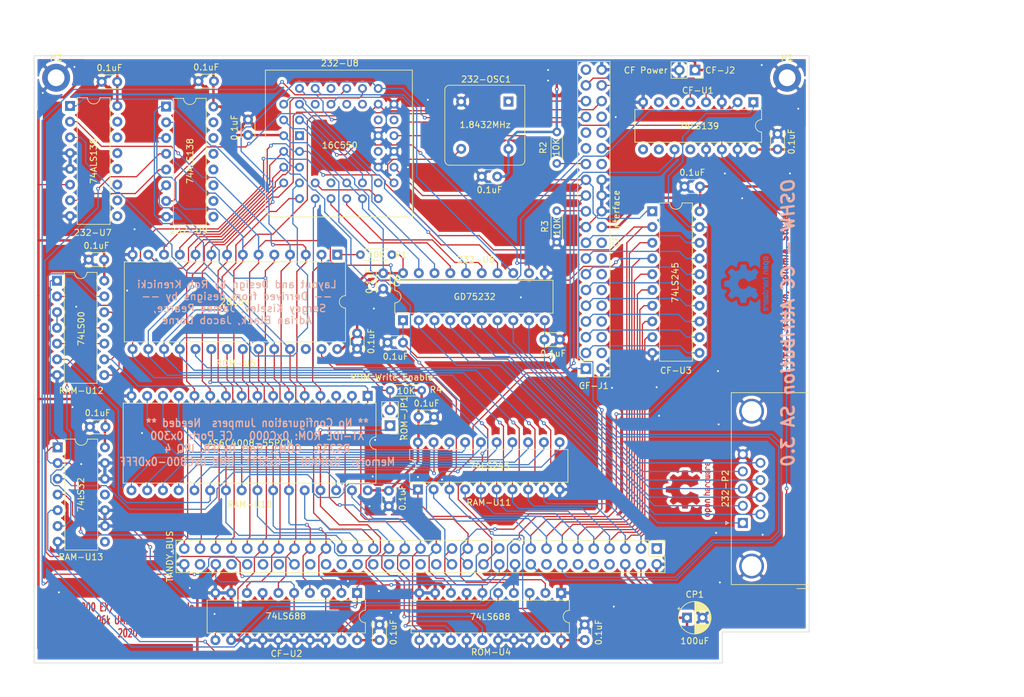
<source format=kicad_pcb>
(kicad_pcb (version 20171130) (host pcbnew "(5.1.4)-1")
  (layers (0 F.Cu signal) (31 B.Cu signal) (36 B.SilkS user) (37 F.SilkS user) (38 B.Mask user) (39 F.Mask user) (44 Edge.Cuts user))
  (net 0 "")
  (net 1 GND)
  (net 2 "Net-(R1-Pad2)")
  (net 3 "Net-(BUS1-Pad61)")
  (net 4 "Net-(BUS1-Pad59)")
  (net 5 "Net-(BUS1-Pad58)")
  (net 6 "Net-(BUS1-Pad57)")
  (net 7 "Net-(BUS1-Pad56)")
  (net 8 IRQ4)
  (net 9 "Net-(BUS1-Pad54)")
  (net 10 "Net-(BUS1-Pad53)")
  (net 11 "Net-(BUS1-Pad52)")
  (net 12 "Net-(BUS1-Pad51)")
  (net 13 "Net-(BUS1-Pad50)")
  (net 14 "Net-(BUS1-Pad49)")
  (net 15 "Net-(BUS1-Pad48)")
  (net 16 "Net-(BUS1-Pad47)")
  (net 17 "Net-(BUS1-Pad46)")
  (net 18 ~IOR)
  (net 19 ~IOW)
  (net 20 ~MEMR)
  (net 21 ~MEMW)
  (net 22 "Net-(BUS1-Pad10)")
  (net 23 "Net-(BUS1-Pad39)")
  (net 24 "Net-(BUS1-Pad37)")
  (net 25 "Net-(BUS1-Pad36)")
  (net 26 "Net-(BUS1-Pad35)")
  (net 27 D5)
  (net 28 D6)
  (net 29 D7)
  (net 30 "Net-(BUS1-Pad1)")
  (net 31 +12V)
  (net 32 -12V)
  (net 33 D0)
  (net 34 A0)
  (net 35 A1)
  (net 36 A2)
  (net 37 A3)
  (net 38 A4)
  (net 39 A5)
  (net 40 A6)
  (net 41 A7)
  (net 42 A8)
  (net 43 A9)
  (net 44 A10)
  (net 45 A11)
  (net 46 A12)
  (net 47 A13)
  (net 48 A14)
  (net 49 A15)
  (net 50 A16)
  (net 51 A17)
  (net 52 A18)
  (net 53 A19)
  (net 54 AEN)
  (net 55 D1)
  (net 56 D2)
  (net 57 D3)
  (net 58 D4)
  (net 59 RESETDRV)
  (net 60 ~UART_CS)
  (net 61 MEMD0)
  (net 62 MEMD1)
  (net 63 MEMD2)
  (net 64 MEMD3)
  (net 65 MEMD4)
  (net 66 MEMD5)
  (net 67 MEMD6)
  (net 68 MEMD7)
  (net 69 CF_RESET)
  (net 70 CF_CS1)
  (net 71 CF_CS0)
  (net 72 ~ROM_CS)
  (net 73 +5V)
  (net 74 "Net-(232-OSC1-Pad5)")
  (net 75 "Net-(232-P2-Pad9)")
  (net 76 "Net-(232-P2-Pad8)")
  (net 77 "Net-(232-P2-Pad7)")
  (net 78 "Net-(232-P2-Pad6)")
  (net 79 "Net-(232-P2-Pad4)")
  (net 80 "Net-(232-P2-Pad3)")
  (net 81 "Net-(232-P2-Pad2)")
  (net 82 "Net-(232-P2-Pad1)")
  (net 83 "Net-(232-U6-Pad19)")
  (net 84 "Net-(232-U6-Pad18)")
  (net 85 "Net-(232-U6-Pad17)")
  (net 86 "Net-(232-U6-Pad16)")
  (net 87 "Net-(232-U6-Pad15)")
  (net 88 "Net-(232-U6-Pad14)")
  (net 89 "Net-(232-U6-Pad13)")
  (net 90 "Net-(232-U6-Pad12)")
  (net 91 "Net-(232-U7-Pad15)")
  (net 92 "Net-(232-U7-Pad7)")
  (net 93 "Net-(232-U7-Pad14)")
  (net 94 "Net-(232-U7-Pad13)")
  (net 95 "Net-(232-U7-Pad12)")
  (net 96 "Net-(232-U7-Pad11)")
  (net 97 "Net-(232-U7-Pad10)")
  (net 98 "Net-(232-U7-Pad9)")
  (net 99 "Net-(232-U9-Pad15)")
  (net 100 "Net-(232-U9-Pad14)")
  (net 101 "Net-(232-U9-Pad13)")
  (net 102 "Net-(232-U9-Pad12)")
  (net 103 "Net-(232-U9-Pad11)")
  (net 104 "Net-(232-U9-Pad10)")
  (net 105 "Net-(232-U9-Pad9)")
  (net 106 "Net-(CF-U1-Pad7)")
  (net 107 "Net-(CF-U1-Pad6)")
  (net 108 "Net-(CF-U1-Pad12)")
  (net 109 "Net-(CF-U1-Pad10)")
  (net 110 "Net-(CF-U1-Pad9)")
  (net 111 "Net-(CF-U1-Pad1)")
  (net 112 "Net-(RAM-U12-Pad11)")
  (net 113 "Net-(RAM-U12-Pad3)")
  (net 114 "Net-(RAM-U12-Pad10)")
  (net 115 "Net-(RAM-U12-Pad2)")
  (net 116 "Net-(RAM-U13-Pad11)")
  (net 117 "Net-(RAM-U13-Pad8)")
  (net 118 "Net-(232-OSC1-Pad1)")
  (net 119 "Net-(CF-J1-Pad39)")
  (net 120 "Net-(CF-J1-Pad34)")
  (net 121 "Net-(CF-J1-Pad32)")
  (net 122 "Net-(CF-J1-Pad31)")
  (net 123 "Net-(CF-J1-Pad29)")
  (net 124 "Net-(CF-J1-Pad28)")
  (net 125 "Net-(CF-J1-Pad27)")
  (net 126 "Net-(CF-J1-Pad21)")
  (net 127 "Net-(CF-J1-Pad18)")
  (net 128 "Net-(CF-J1-Pad16)")
  (net 129 "Net-(CF-J1-Pad14)")
  (net 130 "Net-(CF-J1-Pad12)")
  (net 131 "Net-(CF-J1-Pad10)")
  (net 132 "Net-(CF-J1-Pad8)")
  (net 133 "Net-(CF-J1-Pad6)")
  (net 134 "Net-(CF-J1-Pad4)")
  (net 135 CFD0)
  (net 136 CFD1)
  (net 137 CFD2)
  (net 138 CFD3)
  (net 139 CFD4)
  (net 140 CFD5)
  (net 141 CFD6)
  (net 142 CFD7)
  (net 143 CF-A17)
  (net 144 MEM-CE)
  (net 145 "Net-(232-U8-Pad35)")
  (net 146 "Net-(232-U8-Pad38)")
  (net 147 "Net-(232-U8-Pad34)")
  (net 148 "Net-(232-U8-Pad32)")
  (net 149 "Net-(232-U8-Pad26)")
  (net 150 "Net-(232-U8-Pad27)")
  (net 151 "Net-(232-U8-Pad23)")
  (net 152 "Net-(232-U8-Pad19)")
  (net 153 "Net-(232-U8-Pad10)")
  (net 154 "Net-(232-U8-Pad12)")
  (net 155 "Net-(232-U8-Pad1)")
  (net 156 "Net-(ROM-U5-Pad26)")
  (net 157 "Net-(R4-Pad2)")
  (module Package_DIP:DIP-20_W7.62mm (layer F.Cu) (at 184.7 75.1)
    (fp_text reference CF-U3 (at 3.81 25.7) (layer F.SilkS))
    (fp_text value 74LS245 (at 3.7 11.5 90) (layer F.SilkS))
    (pad 20 thru_hole oval (at 7.62 0) (size 1.6 1.6) (drill 0.8) (layers *.Cu *.Mask) (net 73 +5V))
    (pad 10 thru_hole oval (at 0 22.86) (size 1.6 1.6) (drill 0.8) (layers *.Cu *.Mask) (net 1 GND))
    (pad 19 thru_hole oval (at 7.62 2.54) (size 1.6 1.6) (drill 0.8) (layers *.Cu *.Mask) (net 111 "Net-(CF-U1-Pad1)"))
    (pad 9 thru_hole oval (at 0 20.32) (size 1.6 1.6) (drill 0.8) (layers *.Cu *.Mask) (net 29 D7))
    (pad 18 thru_hole oval (at 7.62 5.08) (size 1.6 1.6) (drill 0.8) (layers *.Cu *.Mask) (net 135 CFD0))
    (pad 8 thru_hole oval (at 0 17.78) (size 1.6 1.6) (drill 0.8) (layers *.Cu *.Mask) (net 28 D6))
    (pad 17 thru_hole oval (at 7.62 7.62) (size 1.6 1.6) (drill 0.8) (layers *.Cu *.Mask) (net 136 CFD1))
    (pad 7 thru_hole oval (at 0 15.24) (size 1.6 1.6) (drill 0.8) (layers *.Cu *.Mask) (net 27 D5))
    (pad 16 thru_hole oval (at 7.62 10.16) (size 1.6 1.6) (drill 0.8) (layers *.Cu *.Mask) (net 137 CFD2))
    (pad 6 thru_hole oval (at 0 12.7) (size 1.6 1.6) (drill 0.8) (layers *.Cu *.Mask) (net 58 D4))
    (pad 15 thru_hole oval (at 7.62 12.7) (size 1.6 1.6) (drill 0.8) (layers *.Cu *.Mask) (net 138 CFD3))
    (pad 5 thru_hole oval (at 0 10.16) (size 1.6 1.6) (drill 0.8) (layers *.Cu *.Mask) (net 57 D3))
    (pad 14 thru_hole oval (at 7.62 15.24) (size 1.6 1.6) (drill 0.8) (layers *.Cu *.Mask) (net 139 CFD4))
    (pad 4 thru_hole oval (at 0 7.62) (size 1.6 1.6) (drill 0.8) (layers *.Cu *.Mask) (net 56 D2))
    (pad 13 thru_hole oval (at 7.62 17.78) (size 1.6 1.6) (drill 0.8) (layers *.Cu *.Mask) (net 140 CFD5))
    (pad 3 thru_hole oval (at 0 5.08) (size 1.6 1.6) (drill 0.8) (layers *.Cu *.Mask) (net 55 D1))
    (pad 12 thru_hole oval (at 7.62 20.32) (size 1.6 1.6) (drill 0.8) (layers *.Cu *.Mask) (net 141 CFD6))
    (pad 2 thru_hole oval (at 0 2.54) (size 1.6 1.6) (drill 0.8) (layers *.Cu *.Mask) (net 33 D0))
    (pad 11 thru_hole oval (at 7.62 22.86) (size 1.6 1.6) (drill 0.8) (layers *.Cu *.Mask) (net 142 CFD7))
    (pad 1 thru_hole rect (at 0 0) (size 1.6 1.6) (drill 0.8) (layers *.Cu *.Mask) (net 18 ~IOR))
  )
  (module Package_DIP:DIP-32_W15.24mm (layer F.Cu) (at 138.8 104.9 270)
    (fp_text reference RAM-U10 (at 17.5 19 180) (layer F.SilkS))
    (fp_text value AS6C4008-55PCN (at 7.62 18.95 180) (layer F.SilkS))
    (pad 32 thru_hole oval (at 15.24 0 270) (size 1.6 1.6) (drill 0.8) (layers *.Cu *.Mask) (net 73 +5V))
    (pad 16 thru_hole oval (at 0 38.1 270) (size 1.6 1.6) (drill 0.8) (layers *.Cu *.Mask) (net 1 GND))
    (pad 31 thru_hole oval (at 15.24 2.54 270) (size 1.6 1.6) (drill 0.8) (layers *.Cu *.Mask) (net 49 A15))
    (pad 15 thru_hole oval (at 0 35.56 270) (size 1.6 1.6) (drill 0.8) (layers *.Cu *.Mask) (net 63 MEMD2))
    (pad 30 thru_hole oval (at 15.24 5.08 270) (size 1.6 1.6) (drill 0.8) (layers *.Cu *.Mask) (net 143 CF-A17))
    (pad 14 thru_hole oval (at 0 33.02 270) (size 1.6 1.6) (drill 0.8) (layers *.Cu *.Mask) (net 62 MEMD1))
    (pad 29 thru_hole oval (at 15.24 7.62 270) (size 1.6 1.6) (drill 0.8) (layers *.Cu *.Mask) (net 21 ~MEMW))
    (pad 13 thru_hole oval (at 0 30.48 270) (size 1.6 1.6) (drill 0.8) (layers *.Cu *.Mask) (net 61 MEMD0))
    (pad 28 thru_hole oval (at 15.24 10.16 270) (size 1.6 1.6) (drill 0.8) (layers *.Cu *.Mask) (net 47 A13))
    (pad 12 thru_hole oval (at 0 27.94 270) (size 1.6 1.6) (drill 0.8) (layers *.Cu *.Mask) (net 34 A0))
    (pad 27 thru_hole oval (at 15.24 12.7 270) (size 1.6 1.6) (drill 0.8) (layers *.Cu *.Mask) (net 42 A8))
    (pad 11 thru_hole oval (at 0 25.4 270) (size 1.6 1.6) (drill 0.8) (layers *.Cu *.Mask) (net 35 A1))
    (pad 26 thru_hole oval (at 15.24 15.24 270) (size 1.6 1.6) (drill 0.8) (layers *.Cu *.Mask) (net 43 A9))
    (pad 10 thru_hole oval (at 0 22.86 270) (size 1.6 1.6) (drill 0.8) (layers *.Cu *.Mask) (net 36 A2))
    (pad 25 thru_hole oval (at 15.24 17.78 270) (size 1.6 1.6) (drill 0.8) (layers *.Cu *.Mask) (net 45 A11))
    (pad 9 thru_hole oval (at 0 20.32 270) (size 1.6 1.6) (drill 0.8) (layers *.Cu *.Mask) (net 37 A3))
    (pad 24 thru_hole oval (at 15.24 20.32 270) (size 1.6 1.6) (drill 0.8) (layers *.Cu *.Mask) (net 20 ~MEMR))
    (pad 8 thru_hole oval (at 0 17.78 270) (size 1.6 1.6) (drill 0.8) (layers *.Cu *.Mask) (net 38 A4))
    (pad 23 thru_hole oval (at 15.24 22.86 270) (size 1.6 1.6) (drill 0.8) (layers *.Cu *.Mask) (net 44 A10))
    (pad 7 thru_hole oval (at 0 15.24 270) (size 1.6 1.6) (drill 0.8) (layers *.Cu *.Mask) (net 39 A5))
    (pad 22 thru_hole oval (at 15.24 25.4 270) (size 1.6 1.6) (drill 0.8) (layers *.Cu *.Mask) (net 144 MEM-CE))
    (pad 6 thru_hole oval (at 0 12.7 270) (size 1.6 1.6) (drill 0.8) (layers *.Cu *.Mask) (net 40 A6))
    (pad 21 thru_hole oval (at 15.24 27.94 270) (size 1.6 1.6) (drill 0.8) (layers *.Cu *.Mask) (net 68 MEMD7))
    (pad 5 thru_hole oval (at 0 10.16 270) (size 1.6 1.6) (drill 0.8) (layers *.Cu *.Mask) (net 41 A7))
    (pad 20 thru_hole oval (at 15.24 30.48 270) (size 1.6 1.6) (drill 0.8) (layers *.Cu *.Mask) (net 67 MEMD6))
    (pad 4 thru_hole oval (at 0 7.62 270) (size 1.6 1.6) (drill 0.8) (layers *.Cu *.Mask) (net 46 A12))
    (pad 19 thru_hole oval (at 15.24 33.02 270) (size 1.6 1.6) (drill 0.8) (layers *.Cu *.Mask) (net 66 MEMD5))
    (pad 3 thru_hole oval (at 0 5.08 270) (size 1.6 1.6) (drill 0.8) (layers *.Cu *.Mask) (net 48 A14))
    (pad 18 thru_hole oval (at 15.24 35.56 270) (size 1.6 1.6) (drill 0.8) (layers *.Cu *.Mask) (net 65 MEMD4))
    (pad 2 thru_hole oval (at 0 2.54 270) (size 1.6 1.6) (drill 0.8) (layers *.Cu *.Mask) (net 50 A16))
    (pad 17 thru_hole oval (at 15.24 38.1 270) (size 1.6 1.6) (drill 0.8) (layers *.Cu *.Mask) (net 64 MEMD3))
    (pad 1 thru_hole rect (at 0 0 270) (size 1.6 1.6) (drill 0.8) (layers *.Cu *.Mask) (net 52 A18))
  )
  (module Symbol:OSHW-Logo2_9.8x8mm_Copper (layer B.Cu) (at 200 86.8 270)
    (fp_text reference REF** hide)
    (fp_text value OSHW-Logo2_9.8x8mm_Copper hide)
    (fp_poly (pts (xy 0.139878 3.712224) (xy 0.245612 3.711645) (xy 0.322132 3.710078) (xy 0.374372 3.707028) (xy 0.407263 3.702004) (xy 0.425737 3.694511) (xy 0.434727 3.684056) (xy 0.439163 3.670147) (xy 0.439594 3.668346) (xy 0.446333 3.635855) (xy 0.458808 3.571748) (xy 0.475719 3.482849) (xy 0.495771 3.375981) (xy 0.517664 3.257967) (xy 0.518429 3.253822) (xy 0.540359 3.138169) (xy 0.560877 3.035986) (xy 0.578659 2.953402) (xy 0.592381 2.896544) (xy 0.600718 2.871542) (xy 0.601116 2.871099) (xy 0.625677 2.85889) (xy 0.676315 2.838544) (xy 0.742095 2.814455) (xy 0.742461 2.814326) (xy 0.825317 2.783182) (xy 0.923 2.743509) (xy 1.015077 2.703619) (xy 1.019434 2.701647) (xy 1.169407 2.63358) (xy 1.501498 2.860361) (xy 1.603374 2.929496) (xy 1.695657 2.991303) (xy 1.773003 3.042267) (xy 1.830064 3.078873) (xy 1.861495 3.097606) (xy 1.864479 3.098996) (xy 1.887321 3.09281) (xy 1.929982 3.062965) (xy 1.994128 3.008053) (xy 2.081421 2.926666) (xy 2.170535 2.840078) (xy 2.256441 2.754753) (xy 2.333327 2.676892) (xy 2.396564 2.611303) (xy 2.441523 2.562795) (xy 2.463576 2.536175) (xy 2.464396 2.534805) (xy 2.466834 2.516537) (xy 2.45765 2.486705) (xy 2.434574 2.441279) (xy 2.395337 2.37623) (xy 2.33767 2.28753) (xy 2.260795 2.173343) (xy 2.19257 2.072838) (xy 2.131582 1.982697) (xy 2.081356 1.908151) (xy 2.045416 1.854435) (xy 2.027287 1.826782) (xy 2.026146 1.824905) (xy 2.028359 1.79841) (xy 2.045138 1.746914) (xy 2.073142 1.680149) (xy 2.083122 1.658828) (xy 2.126672 1.563841) (xy 2.173134 1.456063) (xy 2.210877 1.362808) (xy 2.238073 1.293594) (xy 2.259675 1.240994) (xy 2.272158 1.213503) (xy 2.273709 1.211384) (xy 2.296668 1.207876) (xy 2.350786 1.198262) (xy 2.428868 1.183911) (xy 2.523719 1.166193) (xy 2.628143 1.146475) (xy 2.734944 1.126126) (xy 2.836926 1.106514) (xy 2.926894 1.089009) (xy 2.997653 1.074978) (xy 3.042006 1.065791) (xy 3.052885 1.063193) (xy 3.064122 1.056782) (xy 3.072605 1.042303) (xy 3.078714 1.014867) (xy 3.082832 0.969589) (xy 3.085341 0.90158) (xy 3.086621 0.805953) (xy 3.087054 0.67782) (xy 3.087077 0.625299) (xy 3.087077 0.198155) (xy 2.9845 0.177909) (xy 2.927431 0.16693) (xy 2.842269 0.150905) (xy 2.739372 0.131767) (xy 2.629096 0.111449) (xy 2.598615 0.105868) (xy 2.496855 0.086083) (xy 2.408205 0.066627) (xy 2.340108 0.049303) (xy 2.300004 0.035912) (xy 2.293323 0.031921) (xy 2.276919 0.003658) (xy 2.253399 -0.051109) (xy 2.227316 -0.121588) (xy 2.222142 -0.136769) (xy 2.187956 -0.230896) (xy 2.145523 -0.337101) (xy 2.103997 -0.432473) (xy 2.103792 -0.432916) (xy 2.03464 -0.582525) (xy 2.489512 -1.251617) (xy 2.1975 -1.544116) (xy 2.10918 -1.63117) (xy 2.028625 -1.707909) (xy 1.96036 -1.770237) (xy 1.908908 -1.814056) (xy 1.878794 -1.83527) (xy 1.874474 -1.836616) (xy 1.849111 -1.826016) (xy 1.797358 -1.796547) (xy 1.724868 -1.751705) (xy 1.637294 -1.694984) (xy 1.542612 -1.631462) (xy 1.446516 -1.566668) (xy 1.360837 -1.510287) (xy 1.291016 -1.465788) (xy 1.242494 -1.436639) (xy 1.220782 -1.426308) (xy 1.194293 -1.43505) (xy 1.144062 -1.458087) (xy 1.080451 -1.490631) (xy 1.073708 -1.494249) (xy 0.988046 -1.53721) (xy 0.929306 -1.558279) (xy 0.892772 -1.558503) (xy 0.873731 -1.538928) (xy 0.87362 -1.538654) (xy 0.864102 -1.515472) (xy 0.841403 -1.460441) (xy 0.807282 -1.377822) (xy 0.7635 -1.271872) (xy 0.711816 -1.146852) (xy 0.653992 -1.00702) (xy 0.597991 -0.871637) (xy 0.536447 -0.722234) (xy 0.479939 -0.583832) (xy 0.430161 -0.460673) (xy 0.388806 -0.357002) (xy 0.357568 -0.277059) (xy 0.338141 -0.225088) (xy 0.332154 -0.205692) (xy 0.347168 -0.183443) (xy 0.386439 -0.147982) (xy 0.438807 -0.108887) (xy 0.587941 0.014755) (xy 0.704511 0.156478) (xy 0.787118 0.313296) (xy 0.834366 0.482225) (xy 0.844857 0.660278) (xy 0.837231 0.742461) (xy 0.795682 0.912969) (xy 0.724123 1.063541) (xy 0.626995 1.192691) (xy 0.508734 1.298936) (xy 0.37378 1.38079) (xy 0.226571 1.436768) (xy 0.071544 1.465385) (xy -0.086861 1.465156) (xy -0.244206 1.434595) (xy -0.396054 1.372218) (xy -0.537965 1.27654) (xy -0.597197 1.222428) (xy -0.710797 1.08348) (xy -0.789894 0.931639) (xy -0.835014 0.771333) (xy -0.846684 0.606988) (xy -0.825431 0.443029) (xy -0.77178 0.283882) (xy -0.68626 0.133975) (xy -0.569395 -0.002267) (xy -0.438807 -0.108887) (xy -0.384412 -0.149642) (xy -0.345986 -0.184718) (xy -0.332154 -0.205726) (xy -0.339397 -0.228635) (xy -0.359995 -0.283365) (xy -0.392254 -0.365672) (xy -0.434479 -0.471315) (xy -0.484977 -0.59605) (xy -0.542052 -0.735636) (xy -0.598146 -0.87167) (xy -0.660033 -1.021201) (xy -0.717356 -1.159767) (xy -0.768356 -1.283107) (xy -0.811273 -1.386964) (xy -0.844347 -1.46708) (xy -0.865819 -1.519195) (xy -0.873775 -1.538654) (xy -0.892571 -1.558423) (xy -0.928926 -1.558365) (xy -0.987521 -1.537441) (xy -1.073032 -1.494613) (xy -1.073708 -1.494249) (xy -1.138093 -1.461012) (xy -1.190139 -1.436802) (xy -1.219488 -1.426404) (xy -1.220783 -1.426308) (xy -1.242876 -1.436855) (xy -1.291652 -1.466184) (xy -1.361669 -1.510827) (xy -1.447486 -1.567314) (xy -1.542612 -1.631462) (xy -1.63946 -1.696411) (xy -1.726747 -1.752896) (xy -1.798819 -1.797421) (xy -1.850023 -1.82649) (xy -1.874474 -1.836616) (xy -1.89699 -1.823307) (xy -1.942258 -1.786112) (xy -2.005756 -1.729128) (xy -2.082961 -1.656449) (xy -2.169349 -1.572171) (xy -2.197601 -1.544016) (xy -2.489713 -1.251416) (xy -2.267369 -0.925104) (xy -2.199798 -0.824897) (xy -2.140493 -0.734963) (xy -2.092783 -0.66051) (xy -2.059993 -0.606751) (xy -2.045452 -0.578894) (xy -2.045026 -0.576912) (xy -2.052692 -0.550655) (xy -2.073311 -0.497837) (xy -2.103315 -0.42731) (xy -2.124375 -0.380093) (xy -2.163752 -0.289694) (xy -2.200835 -0.198366) (xy -2.229585 -0.1212) (xy -2.237395 -0.097692) (xy -2.259583 -0.034916) (xy -2.281273 0.013589) (xy -2.293187 0.031921) (xy -2.319477 0.043141) (xy -2.376858 0.059046) (xy -2.457882 0.077833) (xy -2.555105 0.097701) (xy -2.598615 0.105868) (xy -2.709104 0.126171) (xy -2.815084 0.14583) (xy -2.906199 0.162912) (xy -2.972092 0.175482) (xy -2.9845 0.177909) (xy -3.087077 0.198155) (xy -3.087077 0.625299) (xy -3.086847 0.765754) (xy -3.085901 0.872021) (xy -3.083859 0.948987) (xy -3.080338 1.00154) (xy -3.074957 1.034567) (xy -3.067334 1.052955) (xy -3.057088 1.061592) (xy -3.052885 1.063193) (xy -3.02753 1.068873) (xy -2.971516 1.080205) (xy -2.892036 1.095821) (xy -2.796288 1.114353) (xy -2.691467 1.134431) (xy -2.584768 1.154688) (xy -2.483387 1.173754) (xy -2.394521 1.190261) (xy -2.325363 1.202841) (xy -2.283111 1.210125) (xy -2.27371 1.211384) (xy -2.265193 1.228237) (xy -2.24634 1.27313) (xy -2.220676 1.33757) (xy -2.210877 1.362808) (xy -2.171352 1.460314) (xy -2.124808 1.568041) (xy -2.083123 1.658828) (xy -2.05245 1.728247) (xy -2.032044 1.78529) (xy -2.025232 1.820223) (xy -2.026318 1.824905) (xy -2.040715 1.847009) (xy -2.073588 1.896169) (xy -2.12141 1.967152) (xy -2.180652 2.054722) (xy -2.247785 2.153643) (xy -2.261059 2.17317) (xy -2.338954 2.28886) (xy -2.396213 2.376956) (xy -2.435119 2.441514) (xy -2.457956 2.486589) (xy -2.467006 2.516237) (xy -2.464552 2.534515) (xy -2.464489 2.534631) (xy -2.445173 2.558639) (xy -2.402449 2.605053) (xy -2.340949 2.669063) (xy -2.265302 2.745855) (xy -2.180139 2.830618) (xy -2.170535 2.840078) (xy -2.06321 2.944011) (xy -1.980385 3.020325) (xy -1.920395 3.070429) (xy -1.881577 3.09573) (xy -1.86448 3.098996) (xy -1.839527 3.08475) (xy -1.787745 3.051844) (xy -1.71448 3.003792) (xy -1.62508 2.94411) (xy -1.524889 2.876312) (xy -1.501499 2.860361) (xy -1.169407 2.63358) (xy -1.019435 2.701647) (xy -0.92823 2.741315) (xy -0.830331 2.781209) (xy -0.746169 2.813017) (xy -0.742462 2.814326) (xy -0.676631 2.838424) (xy -0.625884 2.8588) (xy -0.601158 2.871064) (xy -0.601116 2.871099) (xy -0.593271 2.893266) (xy -0.579934 2.947783) (xy -0.56243 3.02852) (xy -0.542083 3.12935) (xy -0.520218 3.244144) (xy -0.518429 3.253822) (xy -0.496496 3.372096) (xy -0.47636 3.479458) (xy -0.45932 3.569083) (xy -0.446672 3.634149) (xy -0.439716 3.667832) (xy -0.439594 3.668346) (xy -0.435361 3.682675) (xy -0.427129 3.693493) (xy -0.409967 3.701294) (xy -0.378942 3.706571) (xy -0.329122 3.709818) (xy -0.255576 3.711528) (xy -0.153371 3.712193) (xy -0.017575 3.712307) (xy 0 3.712308) (xy 0.139878 3.712224)) (layer B.Cu) (width 0.01))
    (fp_poly (pts (xy 4.245224 -2.647838) (xy 4.322528 -2.698361) (xy 4.359814 -2.74359) (xy 4.389353 -2.825663) (xy 4.391699 -2.890607) (xy 4.386385 -2.977445) (xy 4.186115 -3.065103) (xy 4.088739 -3.109887) (xy 4.025113 -3.145913) (xy 3.992029 -3.177117) (xy 3.98628 -3.207436) (xy 4.004658 -3.240805) (xy 4.024923 -3.262923) (xy 4.083889 -3.298393) (xy 4.148024 -3.300879) (xy 4.206926 -3.273235) (xy 4.250197 -3.21832) (xy 4.257936 -3.198928) (xy 4.295006 -3.138364) (xy 4.337654 -3.112552) (xy 4.396154 -3.090471) (xy 4.396154 -3.174184) (xy 4.390982 -3.23115) (xy 4.370723 -3.279189) (xy 4.328262 -3.334346) (xy 4.321951 -3.341514) (xy 4.27472 -3.390585) (xy 4.234121 -3.41692) (xy 4.183328 -3.429035) (xy 4.14122 -3.433003) (xy 4.065902 -3.433991) (xy 4.012286 -3.421466) (xy 3.978838 -3.402869) (xy 3.926268 -3.361975) (xy 3.889879 -3.317748) (xy 3.86685 -3.262126) (xy 3.854359 -3.187047) (xy 3.849587 -3.084449) (xy 3.849206 -3.032376) (xy 3.850501 -2.969948) (xy 3.968471 -2.969948) (xy 3.969839 -3.003438) (xy 3.973249 -3.008923) (xy 3.995753 -3.001472) (xy 4.044182 -2.981753) (xy 4.108908 -2.953718) (xy 4.122443 -2.947692) (xy 4.204244 -2.906096) (xy 4.249312 -2.869538) (xy 4.259217 -2.835296) (xy 4.235526 -2.800648) (xy 4.21596 -2.785339) (xy 4.14536 -2.754721) (xy 4.07928 -2.75978) (xy 4.023959 -2.797151) (xy 3.985636 -2.863473) (xy 3.973349 -2.916116) (xy 3.968471 -2.969948) (xy 3.850501 -2.969948) (xy 3.85173 -2.91072) (xy 3.861032 -2.82071) (xy 3.87946 -2.755167) (xy 3.90936 -2.706912) (xy 3.95308 -2.668767) (xy 3.972141 -2.65644) (xy 4.058726 -2.624336) (xy 4.153522 -2.622316) (xy 4.245224 -2.647838)) (layer B.Cu) (width 0.01))
    (fp_poly (pts (xy 3.570807 -2.636782) (xy 3.594161 -2.646988) (xy 3.649902 -2.691134) (xy 3.697569 -2.754967) (xy 3.727048 -2.823087) (xy 3.731846 -2.85667) (xy 3.71576 -2.903556) (xy 3.680475 -2.928365) (xy 3.642644 -2.943387) (xy 3.625321 -2.946155) (xy 3.616886 -2.926066) (xy 3.60023 -2.882351) (xy 3.592923 -2.862598) (xy 3.551948 -2.794271) (xy 3.492622 -2.760191) (xy 3.416552 -2.761239) (xy 3.410918 -2.762581) (xy 3.370305 -2.781836) (xy 3.340448 -2.819375) (xy 3.320055 -2.879809) (xy 3.307836 -2.967751) (xy 3.3025 -3.087813) (xy 3.302 -3.151698) (xy 3.301752 -3.252403) (xy 3.300126 -3.321054) (xy 3.295801 -3.364673) (xy 3.287454 -3.390282) (xy 3.273765 -3.404903) (xy 3.253411 -3.415558) (xy 3.252234 -3.416095) (xy 3.213038 -3.432667) (xy 3.193619 -3.438769) (xy 3.190635 -3.420319) (xy 3.188081 -3.369323) (xy 3.18614 -3.292308) (xy 3.184997 -3.195805) (xy 3.184769 -3.125184) (xy 3.185932 -2.988525) (xy 3.190479 -2.884851) (xy 3.199999 -2.808108) (xy 3.216081 -2.752246) (xy 3.240313 -2.711212) (xy 3.274286 -2.678954) (xy 3.307833 -2.65644) (xy 3.388499 -2.626476) (xy 3.482381 -2.619718) (xy 3.570807 -2.636782)) (layer B.Cu) (width 0.01))
    (fp_poly (pts (xy 2.887333 -2.633528) (xy 2.94359 -2.659117) (xy 2.987747 -2.690124) (xy 3.020101 -2.724795) (xy 3.042438 -2.76952) (xy 3.056546 -2.830692) (xy 3.064211 -2.914701) (xy 3.06722 -3.02794) (xy 3.067538 -3.102509) (xy 3.067538 -3.39342) (xy 3.017773 -3.416095) (xy 2.978576 -3.432667) (xy 2.959157 -3.438769) (xy 2.955442 -3.42061) (xy 2.952495 -3.371648) (xy 2.950691 -3.300153) (xy 2.950308 -3.243385) (xy 2.948661 -3.161371) (xy 2.944222 -3.096309) (xy 2.93774 -3.056467) (xy 2.93259 -3.048) (xy 2.897977 -3.056646) (xy 2.84364 -3.078823) (xy 2.780722 -3.108886) (xy 2.720368 -3.141192) (xy 2.673721 -3.170098) (xy 2.651926 -3.189961) (xy 2.651839 -3.190175) (xy 2.653714 -3.226935) (xy 2.670525 -3.262026) (xy 2.700039 -3.290528) (xy 2.743116 -3.300061) (xy 2.779932 -3.29895) (xy 2.832074 -3.298133) (xy 2.859444 -3.310349) (xy 2.875882 -3.342624) (xy 2.877955 -3.34871) (xy 2.885081 -3.394739) (xy 2.866024 -3.422687) (xy 2.816353 -3.436007) (xy 2.762697 -3.43847) (xy 2.666142 -3.42021) (xy 2.616159 -3.394131) (xy 2.554429 -3.332868) (xy 2.52169 -3.25767) (xy 2.518753 -3.178211) (xy 2.546424 -3.104167) (xy 2.588047 -3.057769) (xy 2.629604 -3.031793) (xy 2.694922 -2.998907) (xy 2.771038 -2.965557) (xy 2.783726 -2.960461) (xy 2.867333 -2.923565) (xy 2.91553 -2.891046) (xy 2.93103 -2.858718) (xy 2.91655 -2.822394) (xy 2.891692 -2.794) (xy 2.832939 -2.759039) (xy 2.768293 -2.756417) (xy 2.709008 -2.783358) (xy 2.666339 -2.837088) (xy 2.660739 -2.85095) (xy 2.628133 -2.901936) (xy 2.58053 -2.939787) (xy 2.520461 -2.97085) (xy 2.520461 -2.882768) (xy 2.523997 -2.828951) (xy 2.539156 -2.786534) (xy 2.572768 -2.741279) (xy 2.605035 -2.70642) (xy 2.655209 -2.657062) (xy 2.694193 -2.630547) (xy 2.736064 -2.619911) (xy 2.78346 -2.618154) (xy 2.887333 -2.633528)) (layer B.Cu) (width 0.01))
    (fp_poly (pts (xy 2.395929 -2.636662) (xy 2.398911 -2.688068) (xy 2.401247 -2.766192) (xy 2.402749 -2.864857) (xy 2.403231 -2.968343) (xy 2.403231 -3.318533) (xy 2.341401 -3.380363) (xy 2.298793 -3.418462) (xy 2.26139 -3.433895) (xy 2.21027 -3.432918) (xy 2.189978 -3.430433) (xy 2.126554 -3.4232) (xy 2.074095 -3.419055) (xy 2.061308 -3.418672) (xy 2.018199 -3.421176) (xy 1.956544 -3.427462) (xy 1.932638 -3.430433) (xy 1.873922 -3.435028) (xy 1.834464 -3.425046) (xy 1.795338 -3.394228) (xy 1.781215 -3.380363) (xy 1.719385 -3.318533) (xy 1.719385 -2.663503) (xy 1.76915 -2.640829) (xy 1.812002 -2.624034) (xy 1.837073 -2.618154) (xy 1.843501 -2.636736) (xy 1.849509 -2.688655) (xy 1.854697 -2.768172) (xy 1.858664 -2.869546) (xy 1.860577 -2.955192) (xy 1.865923 -3.292231) (xy 1.91256 -3.298825) (xy 1.954976 -3.294214) (xy 1.97576 -3.279287) (xy 1.98157 -3.251377) (xy 1.98653 -3.191925) (xy 1.990246 -3.108466) (xy 1.992324 -3.008532) (xy 1.992624 -2.957104) (xy 1.992923 -2.661054) (xy 2.054454 -2.639604) (xy 2.098004 -2.62502) (xy 2.121694 -2.618219) (xy 2.122377 -2.618154) (xy 2.124754 -2.636642) (xy 2.127366 -2.687906) (xy 2.129995 -2.765649) (xy 2.132421 -2.863574) (xy 2.134115 -2.955192) (xy 2.139461 -3.292231) (xy 2.256692 -3.292231) (xy 2.262072 -2.984746) (xy 2.267451 -2.677261) (xy 2.324601 -2.647707) (xy 2.366797 -2.627413) (xy 2.39177 -2.618204) (xy 2.392491 -2.618154) (xy 2.395929 -2.636662)) (layer B.Cu) (width 0.01))
    (fp_poly (pts (xy 1.602081 -2.780289) (xy 1.601833 -2.92632) (xy 1.600872 -3.038655) (xy 1.598794 -3.122678) (xy 1.595193 -3.183769) (xy 1.589665 -3.227309) (xy 1.581804 -3.258679) (xy 1.571207 -3.283262) (xy 1.563182 -3.297294) (xy 1.496728 -3.373388) (xy 1.41247 -3.421084) (xy 1.319249 -3.438199) (xy 1.2259 -3.422546) (xy 1.170312 -3.394418) (xy 1.111957 -3.34576) (xy 1.072186 -3.286333) (xy 1.04819 -3.208507) (xy 1.037161 -3.104652) (xy 1.035599 -3.028462) (xy 1.035809 -3.022986) (xy 1.172308 -3.022986) (xy 1.173141 -3.110355) (xy 1.176961 -3.168192) (xy 1.185746 -3.206029) (xy 1.201474 -3.233398) (xy 1.220266 -3.254042) (xy 1.283375 -3.29389) (xy 1.351137 -3.297295) (xy 1.415179 -3.264025) (xy 1.420164 -3.259517) (xy 1.441439 -3.236067) (xy 1.454779 -3.208166) (xy 1.462001 -3.166641) (xy 1.464923 -3.102316) (xy 1.465385 -3.0312) (xy 1.464383 -2.941858) (xy 1.460238 -2.882258) (xy 1.451236 -2.843089) (xy 1.435667 -2.81504) (xy 1.422902 -2.800144) (xy 1.3636 -2.762575) (xy 1.295301 -2.758057) (xy 1.23011 -2.786753) (xy 1.217528 -2.797406) (xy 1.196111 -2.821063) (xy 1.182744 -2.849251) (xy 1.175566 -2.891245) (xy 1.172719 -2.956319) (xy 1.172308 -3.022986) (xy 1.035809 -3.022986) (xy 1.040322 -2.905765) (xy 1.056362 -2.813577) (xy 1.086528 -2.744269) (xy 1.133629 -2.690211) (xy 1.170312 -2.662505) (xy 1.23699 -2.632572) (xy 1.314272 -2.618678) (xy 1.38611 -2.622397) (xy 1.426308 -2.6374) (xy 1.442082 -2.64167) (xy 1.45255 -2.62575) (xy 1.459856 -2.583089) (xy 1.465385 -2.518106) (xy 1.471437 -2.445732) (xy 1.479844 -2.402187) (xy 1.495141 -2.377287) (xy 1.521864 -2.360845) (xy 1.538654 -2.353564) (xy 1.602154 -2.326963) (xy 1.602081 -2.780289)) (layer B.Cu) (width 0.01))
    (fp_poly (pts (xy 0.713362 -2.62467) (xy 0.802117 -2.657421) (xy 0.874022 -2.71535) (xy 0.902144 -2.756128) (xy 0.932802 -2.830954) (xy 0.932165 -2.885058) (xy 0.899987 -2.921446) (xy 0.888081 -2.927633) (xy 0.836675 -2.946925) (xy 0.810422 -2.941982) (xy 0.80153 -2.909587) (xy 0.801077 -2.891692) (xy 0.784797 -2.825859) (xy 0.742365 -2.779807) (xy 0.683388 -2.757564) (xy 0.617475 -2.763161) (xy 0.563895 -2.792229) (xy 0.545798 -2.80881) (xy 0.532971 -2.828925) (xy 0.524306 -2.859332) (xy 0.518696 -2.906788) (xy 0.515035 -2.97805) (xy 0.512215 -3.079875) (xy 0.511484 -3.112115) (xy 0.50882 -3.22241) (xy 0.505792 -3.300036) (xy 0.50125 -3.351396) (xy 0.494046 -3.38289) (xy 0.483033 -3.40092) (xy 0.46706 -3.411888) (xy 0.456834 -3.416733) (xy 0.413406 -3.433301) (xy 0.387842 -3.438769) (xy 0.379395 -3.420507) (xy 0.374239 -3.365296) (xy 0.372346 -3.272499) (xy 0.373689 -3.141478) (xy 0.374107 -3.121269) (xy 0.377058 -3.001733) (xy 0.380548 -2.914449) (xy 0.385514 -2.852591) (xy 0.392893 -2.809336) (xy 0.403624 -2.77786) (xy 0.418645 -2.751339) (xy 0.426502 -2.739975) (xy 0.471553 -2.689692) (xy 0.52194 -2.650581) (xy 0.528108 -2.647167) (xy 0.618458 -2.620212) (xy 0.713362 -2.62467)) (layer B.Cu) (width 0.01))
    (fp_poly (pts (xy 0.053501 -2.626303) (xy 0.13006 -2.654733) (xy 0.130936 -2.655279) (xy 0.178285 -2.690127) (xy 0.213241 -2.730852) (xy 0.237825 -2.783925) (xy 0.254062 -2.855814) (xy 0.263975 -2.952992) (xy 0.269586 -3.081928) (xy 0.270077 -3.100298) (xy 0.277141 -3.377287) (xy 0.217695 -3.408028) (xy 0.174681 -3.428802) (xy 0.14871 -3.438646) (xy 0.147509 -3.438769) (xy 0.143014 -3.420606) (xy 0.139444 -3.371612) (xy 0.137248 -3.300031) (xy 0.136769 -3.242068) (xy 0.136758 -3.14817) (xy 0.132466 -3.089203) (xy 0.117503 -3.061079) (xy 0.085482 -3.059706) (xy 0.030014 -3.080998) (xy -0.053731 -3.120136) (xy -0.115311 -3.152643) (xy -0.146983 -3.180845) (xy -0.156294 -3.211582) (xy -0.156308 -3.213104) (xy -0.140943 -3.266054) (xy -0.095453 -3.29466) (xy -0.025834 -3.298803) (xy 0.024313 -3.298084) (xy 0.050754 -3.312527) (xy 0.067243 -3.347218) (xy 0.076733 -3.391416) (xy 0.063057 -3.416493) (xy 0.057907 -3.420082) (xy 0.009425 -3.434496) (xy -0.058469 -3.436537) (xy -0.128388 -3.426983) (xy -0.177932 -3.409522) (xy -0.24643 -3.351364) (xy -0.285366 -3.270408) (xy -0.293077 -3.20716) (xy -0.287193 -3.150111) (xy -0.265899 -3.103542) (xy -0.223735 -3.062181) (xy -0.155241 -3.020755) (xy -0.054956 -2.973993) (xy -0.048846 -2.97135) (xy 0.04149 -2.929617) (xy 0.097235 -2.895391) (xy 0.121129 -2.864635) (xy 0.115913 -2.833311) (xy 0.084328 -2.797383) (xy 0.074883 -2.789116) (xy 0.011617 -2.757058) (xy -0.053936 -2.758407) (xy -0.111028 -2.789838) (xy -0.148907 -2.848024) (xy -0.152426 -2.859446) (xy -0.1867 -2.914837) (xy -0.230191 -2.941518) (xy -0.293077 -2.96796) (xy -0.293077 -2.899548) (xy -0.273948 -2.80011) (xy -0.217169 -2.708902) (xy -0.187622 -2.678389) (xy -0.120458 -2.639228) (xy -0.035044 -2.6215) (xy 0.053501 -2.626303)) (layer B.Cu) (width 0.01))
    (fp_poly (pts (xy -0.840154 -2.49212) (xy -0.834428 -2.57198) (xy -0.827851 -2.619039) (xy -0.818738 -2.639566) (xy -0.805402 -2.639829) (xy -0.801077 -2.637378) (xy -0.743556 -2.619636) (xy -0.668732 -2.620672) (xy -0.592661 -2.63891) (xy -0.545082 -2.662505) (xy -0.496298 -2.700198) (xy -0.460636 -2.742855) (xy -0.436155 -2.797057) (xy -0.420913 -2.869384) (xy -0.41297 -2.966419) (xy -0.410384 -3.094742) (xy -0.410338 -3.119358) (xy -0.410308 -3.39587) (xy -0.471839 -3.41732) (xy -0.515541 -3.431912) (xy -0.539518 -3.438706) (xy -0.540223 -3.438769) (xy -0.542585 -3.420345) (xy -0.544594 -3.369526) (xy -0.546099 -3.292993) (xy -0.546947 -3.19743) (xy -0.547077 -3.139329) (xy -0.547349 -3.024771) (xy -0.548748 -2.942667) (xy -0.552151 -2.886393) (xy -0.558433 -2.849326) (xy -0.568471 -2.824844) (xy -0.583139 -2.806325) (xy -0.592298 -2.797406) (xy -0.655211 -2.761466) (xy -0.723864 -2.758775) (xy -0.786152 -2.78917) (xy -0.797671 -2.800144) (xy -0.814567 -2.820779) (xy -0.826286 -2.845256) (xy -0.833767 -2.880647) (xy -0.837946 -2.934026) (xy -0.839763 -3.012466) (xy -0.840154 -3.120617) (xy -0.840154 -3.39587) (xy -0.901685 -3.41732) (xy -0.945387 -3.431912) (xy -0.969364 -3.438706) (xy -0.97007 -3.438769) (xy -0.971874 -3.420069) (xy -0.9735 -3.367322) (xy -0.974883 -3.285557) (xy -0.975958 -3.179805) (xy -0.97666 -3.055094) (xy -0.976923 -2.916455) (xy -0.976923 -2.381806) (xy -0.849923 -2.328236) (xy -0.840154 -2.49212)) (layer B.Cu) (width 0.01))
    (fp_poly (pts (xy -2.465746 -2.599745) (xy -2.388714 -2.651567) (xy -2.329184 -2.726412) (xy -2.293622 -2.821654) (xy -2.286429 -2.891756) (xy -2.287246 -2.921009) (xy -2.294086 -2.943407) (xy -2.312888 -2.963474) (xy -2.349592 -2.985733) (xy -2.410138 -3.014709) (xy -2.500466 -3.054927) (xy -2.500923 -3.055129) (xy -2.584067 -3.09321) (xy -2.652247 -3.127025) (xy -2.698495 -3.152933) (xy -2.715842 -3.167295) (xy -2.715846 -3.167411) (xy -2.700557 -3.198685) (xy -2.664804 -3.233157) (xy -2.623758 -3.25799) (xy -2.602963 -3.262923) (xy -2.54623 -3.245862) (xy -2.497373 -3.203133) (xy -2.473535 -3.156155) (xy -2.450603 -3.121522) (xy -2.405682 -3.082081) (xy -2.352877 -3.048009) (xy -2.30629 -3.02948) (xy -2.296548 -3.028462) (xy -2.285582 -3.045215) (xy -2.284921 -3.088039) (xy -2.29298 -3.145781) (xy -2.308173 -3.207289) (xy -2.328914 -3.261409) (xy -2.329962 -3.26351) (xy -2.392379 -3.35066) (xy -2.473274 -3.409939) (xy -2.565144 -3.439034) (xy -2.660487 -3.435634) (xy -2.751802 -3.397428) (xy -2.755862 -3.394741) (xy -2.827694 -3.329642) (xy -2.874927 -3.244705) (xy -2.901066 -3.133021) (xy -2.904574 -3.101643) (xy -2.910787 -2.953536) (xy -2.903339 -2.884468) (xy -2.715846 -2.884468) (xy -2.71341 -2.927552) (xy -2.700086 -2.940126) (xy -2.666868 -2.930719) (xy -2.614506 -2.908483) (xy -2.555976 -2.88061) (xy -2.554521 -2.879872) (xy -2.504911 -2.853777) (xy -2.485 -2.836363) (xy -2.48991 -2.818107) (xy -2.510584 -2.79412) (xy -2.563181 -2.759406) (xy -2.619823 -2.756856) (xy -2.670631 -2.782119) (xy -2.705724 -2.830847) (xy -2.715846 -2.884468) (xy -2.903339 -2.884468) (xy -2.898008 -2.835036) (xy -2.865222 -2.741055) (xy -2.819579 -2.675215) (xy -2.737198 -2.608681) (xy -2.646454 -2.575676) (xy -2.553815 -2.573573) (xy -2.465746 -2.599745)) (layer B.Cu) (width 0.01))
    (fp_poly (pts (xy -3.983114 -2.587256) (xy -3.891536 -2.635409) (xy -3.823951 -2.712905) (xy -3.799943 -2.762727) (xy -3.781262 -2.837533) (xy -3.771699 -2.932052) (xy -3.770792 -3.03521) (xy -3.778079 -3.135935) (xy -3.793097 -3.223153) (xy -3.815385 -3.285791) (xy -3.822235 -3.296579) (xy -3.903368 -3.377105) (xy -3.999734 -3.425336) (xy -4.104299 -3.43945) (xy -4.210032 -3.417629) (xy -4.239457 -3.404547) (xy -4.296759 -3.364231) (xy -4.34705 -3.310775) (xy -4.351803 -3.303995) (xy -4.371122 -3.271321) (xy -4.383892 -3.236394) (xy -4.391436 -3.190414) (xy -4.395076 -3.124584) (xy -4.396135 -3.030105) (xy -4.396154 -3.008923) (xy -4.396106 -3.002182) (xy -4.200769 -3.002182) (xy -4.199632 -3.091349) (xy -4.195159 -3.15052) (xy -4.185754 -3.188741) (xy -4.169824 -3.215053) (xy -4.161692 -3.223846) (xy -4.114942 -3.257261) (xy -4.069553 -3.255737) (xy -4.02366 -3.226752) (xy -3.996288 -3.195809) (xy -3.980077 -3.150643) (xy -3.970974 -3.07942) (xy -3.970349 -3.071114) (xy -3.968796 -2.942037) (xy -3.985035 -2.846172) (xy -4.018848 -2.784107) (xy -4.070016 -2.756432) (xy -4.08828 -2.754923) (xy -4.13624 -2.762513) (xy -4.169047 -2.788808) (xy -4.189105 -2.839095) (xy -4.198822 -2.918664) (xy -4.200769 -3.002182) (xy -4.396106 -3.002182) (xy -4.395426 -2.908249) (xy -4.392371 -2.837906) (xy -4.385678 -2.789163) (xy -4.37404 -2.753288) (xy -4.356147 -2.721548) (xy -4.352192 -2.715648) (xy -4.285733 -2.636104) (xy -4.213315 -2.589929) (xy -4.125151 -2.571599) (xy -4.095213 -2.570703) (xy -3.983114 -2.587256)) (layer B.Cu) (width 0.01))
    (fp_poly (pts (xy -1.728336 -2.595089) (xy -1.665633 -2.631358) (xy -1.622039 -2.667358) (xy -1.590155 -2.705075) (xy -1.56819 -2.751199) (xy -1.554351 -2.812421) (xy -1.546847 -2.895431) (xy -1.543883 -3.006919) (xy -1.543539 -3.087062) (xy -1.543539 -3.382065) (xy -1.709615 -3.456515) (xy -1.719385 -3.133402) (xy -1.723421 -3.012729) (xy -1.727656 -2.925141) (xy -1.732903 -2.86465) (xy -1.739975 -2.825268) (xy -1.749689 -2.801007) (xy -1.762856 -2.78588) (xy -1.767081 -2.782606) (xy -1.831091 -2.757034) (xy -1.895792 -2.767153) (xy -1.934308 -2.794) (xy -1.949975 -2.813024) (xy -1.96082 -2.837988) (xy -1.967712 -2.875834) (xy -1.971521 -2.933502) (xy -1.973117 -3.017935) (xy -1.973385 -3.105928) (xy -1.973437 -3.216323) (xy -1.975328 -3.294463) (xy -1.981655 -3.347165) (xy -1.995017 -3.381242) (xy -2.018015 -3.403511) (xy -2.053246 -3.420787) (xy -2.100303 -3.438738) (xy -2.151697 -3.458278) (xy -2.145579 -3.111485) (xy -2.143116 -2.986468) (xy -2.140233 -2.894082) (xy -2.136102 -2.827881) (xy -2.129893 -2.78142) (xy -2.120774 -2.748256) (xy -2.107917 -2.721944) (xy -2.092416 -2.698729) (xy -2.017629 -2.624569) (xy -1.926372 -2.581684) (xy -1.827117 -2.571412) (xy -1.728336 -2.595089)) (layer B.Cu) (width 0.01))
    (fp_poly (pts (xy -3.231114 -2.584505) (xy -3.156461 -2.621727) (xy -3.090569 -2.690261) (xy -3.072423 -2.715648) (xy -3.052655 -2.748866) (xy -3.039828 -2.784945) (xy -3.03249 -2.833098) (xy -3.029187 -2.902536) (xy -3.028462 -2.994206) (xy -3.031737 -3.11983) (xy -3.043123 -3.214154) (xy -3.064959 -3.284523) (xy -3.099581 -3.338286) (xy -3.14933 -3.382788) (xy -3.152986 -3.385423) (xy -3.202015 -3.412377) (xy -3.261055 -3.425712) (xy -3.336141 -3.429) (xy -3.458205 -3.429) (xy -3.458256 -3.547497) (xy -3.459392 -3.613492) (xy -3.466314 -3.652202) (xy -3.484402 -3.675419) (xy -3.519038 -3.694933) (xy -3.527355 -3.69892) (xy -3.56628 -3.717603) (xy -3.596417 -3.729403) (xy -3.618826 -3.730422) (xy -3.634567 -3.716761) (xy -3.644698 -3.684522) (xy -3.650277 -3.629804) (xy -3.652365 -3.548711) (xy -3.652019 -3.437344) (xy -3.6503 -3.291802) (xy -3.649763 -3.248269) (xy -3.647828 -3.098205) (xy -3.646096 -3.000042) (xy -3.458308 -3.000042) (xy -3.457252 -3.083364) (xy -3.452562 -3.13788) (xy -3.441949 -3.173837) (xy -3.423128 -3.201482) (xy -3.41035 -3.214965) (xy -3.35811 -3.254417) (xy -3.311858 -3.257628) (xy -3.264133 -3.225049) (xy -3.262923 -3.223846) (xy -3.243506 -3.198668) (xy -3.231693 -3.164447) (xy -3.225735 -3.111748) (xy -3.22388 -3.031131) (xy -3.223846 -3.013271) (xy -3.22833 -2.902175) (xy -3.242926 -2.825161) (xy -3.26935 -2.778147) (xy -3.309317 -2.75705) (xy -3.332416 -2.754923) (xy -3.387238 -2.7649) (xy -3.424842 -2.797752) (xy -3.447477 -2.857857) (xy -3.457394 -2.949598) (xy -3.458308 -3.000042) (xy -3.646096 -3.000042) (xy -3.645778 -2.98206) (xy -3.643127 -2.894679) (xy -3.639394 -2.830905) (xy -3.634093 -2.785582) (xy -3.626742 -2.753555) (xy -3.616857 -2.729668) (xy -3.603954 -2.708764) (xy -3.598421 -2.700898) (xy -3.525031 -2.626595) (xy -3.43224 -2.584467) (xy -3.324904 -2.572722) (xy -3.231114 -2.584505)) (layer B.Cu) (width 0.01))
  )
  (module Symbol:OSHW-Logo2_9.8x8mm_Copper (layer F.Cu) (at 190.6 120 90)
    (fp_text reference REF** hide)
    (fp_text value OSHW-Logo2_9.8x8mm_Copper hide)
    (fp_poly (pts (xy 0.139878 -3.712224) (xy 0.245612 -3.711645) (xy 0.322132 -3.710078) (xy 0.374372 -3.707028) (xy 0.407263 -3.702004) (xy 0.425737 -3.694511) (xy 0.434727 -3.684056) (xy 0.439163 -3.670147) (xy 0.439594 -3.668346) (xy 0.446333 -3.635855) (xy 0.458808 -3.571748) (xy 0.475719 -3.482849) (xy 0.495771 -3.375981) (xy 0.517664 -3.257967) (xy 0.518429 -3.253822) (xy 0.540359 -3.138169) (xy 0.560877 -3.035986) (xy 0.578659 -2.953402) (xy 0.592381 -2.896544) (xy 0.600718 -2.871542) (xy 0.601116 -2.871099) (xy 0.625677 -2.85889) (xy 0.676315 -2.838544) (xy 0.742095 -2.814455) (xy 0.742461 -2.814326) (xy 0.825317 -2.783182) (xy 0.923 -2.743509) (xy 1.015077 -2.703619) (xy 1.019434 -2.701647) (xy 1.169407 -2.63358) (xy 1.501498 -2.860361) (xy 1.603374 -2.929496) (xy 1.695657 -2.991303) (xy 1.773003 -3.042267) (xy 1.830064 -3.078873) (xy 1.861495 -3.097606) (xy 1.864479 -3.098996) (xy 1.887321 -3.09281) (xy 1.929982 -3.062965) (xy 1.994128 -3.008053) (xy 2.081421 -2.926666) (xy 2.170535 -2.840078) (xy 2.256441 -2.754753) (xy 2.333327 -2.676892) (xy 2.396564 -2.611303) (xy 2.441523 -2.562795) (xy 2.463576 -2.536175) (xy 2.464396 -2.534805) (xy 2.466834 -2.516537) (xy 2.45765 -2.486705) (xy 2.434574 -2.441279) (xy 2.395337 -2.37623) (xy 2.33767 -2.28753) (xy 2.260795 -2.173343) (xy 2.19257 -2.072838) (xy 2.131582 -1.982697) (xy 2.081356 -1.908151) (xy 2.045416 -1.854435) (xy 2.027287 -1.826782) (xy 2.026146 -1.824905) (xy 2.028359 -1.79841) (xy 2.045138 -1.746914) (xy 2.073142 -1.680149) (xy 2.083122 -1.658828) (xy 2.126672 -1.563841) (xy 2.173134 -1.456063) (xy 2.210877 -1.362808) (xy 2.238073 -1.293594) (xy 2.259675 -1.240994) (xy 2.272158 -1.213503) (xy 2.273709 -1.211384) (xy 2.296668 -1.207876) (xy 2.350786 -1.198262) (xy 2.428868 -1.183911) (xy 2.523719 -1.166193) (xy 2.628143 -1.146475) (xy 2.734944 -1.126126) (xy 2.836926 -1.106514) (xy 2.926894 -1.089009) (xy 2.997653 -1.074978) (xy 3.042006 -1.065791) (xy 3.052885 -1.063193) (xy 3.064122 -1.056782) (xy 3.072605 -1.042303) (xy 3.078714 -1.014867) (xy 3.082832 -0.969589) (xy 3.085341 -0.90158) (xy 3.086621 -0.805953) (xy 3.087054 -0.67782) (xy 3.087077 -0.625299) (xy 3.087077 -0.198155) (xy 2.9845 -0.177909) (xy 2.927431 -0.16693) (xy 2.842269 -0.150905) (xy 2.739372 -0.131767) (xy 2.629096 -0.111449) (xy 2.598615 -0.105868) (xy 2.496855 -0.086083) (xy 2.408205 -0.066627) (xy 2.340108 -0.049303) (xy 2.300004 -0.035912) (xy 2.293323 -0.031921) (xy 2.276919 -0.003658) (xy 2.253399 0.051109) (xy 2.227316 0.121588) (xy 2.222142 0.136769) (xy 2.187956 0.230896) (xy 2.145523 0.337101) (xy 2.103997 0.432473) (xy 2.103792 0.432916) (xy 2.03464 0.582525) (xy 2.489512 1.251617) (xy 2.1975 1.544116) (xy 2.10918 1.63117) (xy 2.028625 1.707909) (xy 1.96036 1.770237) (xy 1.908908 1.814056) (xy 1.878794 1.83527) (xy 1.874474 1.836616) (xy 1.849111 1.826016) (xy 1.797358 1.796547) (xy 1.724868 1.751705) (xy 1.637294 1.694984) (xy 1.542612 1.631462) (xy 1.446516 1.566668) (xy 1.360837 1.510287) (xy 1.291016 1.465788) (xy 1.242494 1.436639) (xy 1.220782 1.426308) (xy 1.194293 1.43505) (xy 1.144062 1.458087) (xy 1.080451 1.490631) (xy 1.073708 1.494249) (xy 0.988046 1.53721) (xy 0.929306 1.558279) (xy 0.892772 1.558503) (xy 0.873731 1.538928) (xy 0.87362 1.538654) (xy 0.864102 1.515472) (xy 0.841403 1.460441) (xy 0.807282 1.377822) (xy 0.7635 1.271872) (xy 0.711816 1.146852) (xy 0.653992 1.00702) (xy 0.597991 0.871637) (xy 0.536447 0.722234) (xy 0.479939 0.583832) (xy 0.430161 0.460673) (xy 0.388806 0.357002) (xy 0.357568 0.277059) (xy 0.338141 0.225088) (xy 0.332154 0.205692) (xy 0.347168 0.183443) (xy 0.386439 0.147982) (xy 0.438807 0.108887) (xy 0.587941 -0.014755) (xy 0.704511 -0.156478) (xy 0.787118 -0.313296) (xy 0.834366 -0.482225) (xy 0.844857 -0.660278) (xy 0.837231 -0.742461) (xy 0.795682 -0.912969) (xy 0.724123 -1.063541) (xy 0.626995 -1.192691) (xy 0.508734 -1.298936) (xy 0.37378 -1.38079) (xy 0.226571 -1.436768) (xy 0.071544 -1.465385) (xy -0.086861 -1.465156) (xy -0.244206 -1.434595) (xy -0.396054 -1.372218) (xy -0.537965 -1.27654) (xy -0.597197 -1.222428) (xy -0.710797 -1.08348) (xy -0.789894 -0.931639) (xy -0.835014 -0.771333) (xy -0.846684 -0.606988) (xy -0.825431 -0.443029) (xy -0.77178 -0.283882) (xy -0.68626 -0.133975) (xy -0.569395 0.002267) (xy -0.438807 0.108887) (xy -0.384412 0.149642) (xy -0.345986 0.184718) (xy -0.332154 0.205726) (xy -0.339397 0.228635) (xy -0.359995 0.283365) (xy -0.392254 0.365672) (xy -0.434479 0.471315) (xy -0.484977 0.59605) (xy -0.542052 0.735636) (xy -0.598146 0.87167) (xy -0.660033 1.021201) (xy -0.717356 1.159767) (xy -0.768356 1.283107) (xy -0.811273 1.386964) (xy -0.844347 1.46708) (xy -0.865819 1.519195) (xy -0.873775 1.538654) (xy -0.892571 1.558423) (xy -0.928926 1.558365) (xy -0.987521 1.537441) (xy -1.073032 1.494613) (xy -1.073708 1.494249) (xy -1.138093 1.461012) (xy -1.190139 1.436802) (xy -1.219488 1.426404) (xy -1.220783 1.426308) (xy -1.242876 1.436855) (xy -1.291652 1.466184) (xy -1.361669 1.510827) (xy -1.447486 1.567314) (xy -1.542612 1.631462) (xy -1.63946 1.696411) (xy -1.726747 1.752896) (xy -1.798819 1.797421) (xy -1.850023 1.82649) (xy -1.874474 1.836616) (xy -1.89699 1.823307) (xy -1.942258 1.786112) (xy -2.005756 1.729128) (xy -2.082961 1.656449) (xy -2.169349 1.572171) (xy -2.197601 1.544016) (xy -2.489713 1.251416) (xy -2.267369 0.925104) (xy -2.199798 0.824897) (xy -2.140493 0.734963) (xy -2.092783 0.66051) (xy -2.059993 0.606751) (xy -2.045452 0.578894) (xy -2.045026 0.576912) (xy -2.052692 0.550655) (xy -2.073311 0.497837) (xy -2.103315 0.42731) (xy -2.124375 0.380093) (xy -2.163752 0.289694) (xy -2.200835 0.198366) (xy -2.229585 0.1212) (xy -2.237395 0.097692) (xy -2.259583 0.034916) (xy -2.281273 -0.013589) (xy -2.293187 -0.031921) (xy -2.319477 -0.043141) (xy -2.376858 -0.059046) (xy -2.457882 -0.077833) (xy -2.555105 -0.097701) (xy -2.598615 -0.105868) (xy -2.709104 -0.126171) (xy -2.815084 -0.14583) (xy -2.906199 -0.162912) (xy -2.972092 -0.175482) (xy -2.9845 -0.177909) (xy -3.087077 -0.198155) (xy -3.087077 -0.625299) (xy -3.086847 -0.765754) (xy -3.085901 -0.872021) (xy -3.083859 -0.948987) (xy -3.080338 -1.00154) (xy -3.074957 -1.034567) (xy -3.067334 -1.052955) (xy -3.057088 -1.061592) (xy -3.052885 -1.063193) (xy -3.02753 -1.068873) (xy -2.971516 -1.080205) (xy -2.892036 -1.095821) (xy -2.796288 -1.114353) (xy -2.691467 -1.134431) (xy -2.584768 -1.154688) (xy -2.483387 -1.173754) (xy -2.394521 -1.190261) (xy -2.325363 -1.202841) (xy -2.283111 -1.210125) (xy -2.27371 -1.211384) (xy -2.265193 -1.228237) (xy -2.24634 -1.27313) (xy -2.220676 -1.33757) (xy -2.210877 -1.362808) (xy -2.171352 -1.460314) (xy -2.124808 -1.568041) (xy -2.083123 -1.658828) (xy -2.05245 -1.728247) (xy -2.032044 -1.78529) (xy -2.025232 -1.820223) (xy -2.026318 -1.824905) (xy -2.040715 -1.847009) (xy -2.073588 -1.896169) (xy -2.12141 -1.967152) (xy -2.180652 -2.054722) (xy -2.247785 -2.153643) (xy -2.261059 -2.17317) (xy -2.338954 -2.28886) (xy -2.396213 -2.376956) (xy -2.435119 -2.441514) (xy -2.457956 -2.486589) (xy -2.467006 -2.516237) (xy -2.464552 -2.534515) (xy -2.464489 -2.534631) (xy -2.445173 -2.558639) (xy -2.402449 -2.605053) (xy -2.340949 -2.669063) (xy -2.265302 -2.745855) (xy -2.180139 -2.830618) (xy -2.170535 -2.840078) (xy -2.06321 -2.944011) (xy -1.980385 -3.020325) (xy -1.920395 -3.070429) (xy -1.881577 -3.09573) (xy -1.86448 -3.098996) (xy -1.839527 -3.08475) (xy -1.787745 -3.051844) (xy -1.71448 -3.003792) (xy -1.62508 -2.94411) (xy -1.524889 -2.876312) (xy -1.501499 -2.860361) (xy -1.169407 -2.63358) (xy -1.019435 -2.701647) (xy -0.92823 -2.741315) (xy -0.830331 -2.781209) (xy -0.746169 -2.813017) (xy -0.742462 -2.814326) (xy -0.676631 -2.838424) (xy -0.625884 -2.8588) (xy -0.601158 -2.871064) (xy -0.601116 -2.871099) (xy -0.593271 -2.893266) (xy -0.579934 -2.947783) (xy -0.56243 -3.02852) (xy -0.542083 -3.12935) (xy -0.520218 -3.244144) (xy -0.518429 -3.253822) (xy -0.496496 -3.372096) (xy -0.47636 -3.479458) (xy -0.45932 -3.569083) (xy -0.446672 -3.634149) (xy -0.439716 -3.667832) (xy -0.439594 -3.668346) (xy -0.435361 -3.682675) (xy -0.427129 -3.693493) (xy -0.409967 -3.701294) (xy -0.378942 -3.706571) (xy -0.329122 -3.709818) (xy -0.255576 -3.711528) (xy -0.153371 -3.712193) (xy -0.017575 -3.712307) (xy 0 -3.712308) (xy 0.139878 -3.712224)) (layer F.Cu) (width 0.01))
    (fp_poly (pts (xy 4.245224 2.647838) (xy 4.322528 2.698361) (xy 4.359814 2.74359) (xy 4.389353 2.825663) (xy 4.391699 2.890607) (xy 4.386385 2.977445) (xy 4.186115 3.065103) (xy 4.088739 3.109887) (xy 4.025113 3.145913) (xy 3.992029 3.177117) (xy 3.98628 3.207436) (xy 4.004658 3.240805) (xy 4.024923 3.262923) (xy 4.083889 3.298393) (xy 4.148024 3.300879) (xy 4.206926 3.273235) (xy 4.250197 3.21832) (xy 4.257936 3.198928) (xy 4.295006 3.138364) (xy 4.337654 3.112552) (xy 4.396154 3.090471) (xy 4.396154 3.174184) (xy 4.390982 3.23115) (xy 4.370723 3.279189) (xy 4.328262 3.334346) (xy 4.321951 3.341514) (xy 4.27472 3.390585) (xy 4.234121 3.41692) (xy 4.183328 3.429035) (xy 4.14122 3.433003) (xy 4.065902 3.433991) (xy 4.012286 3.421466) (xy 3.978838 3.402869) (xy 3.926268 3.361975) (xy 3.889879 3.317748) (xy 3.86685 3.262126) (xy 3.854359 3.187047) (xy 3.849587 3.084449) (xy 3.849206 3.032376) (xy 3.850501 2.969948) (xy 3.968471 2.969948) (xy 3.969839 3.003438) (xy 3.973249 3.008923) (xy 3.995753 3.001472) (xy 4.044182 2.981753) (xy 4.108908 2.953718) (xy 4.122443 2.947692) (xy 4.204244 2.906096) (xy 4.249312 2.869538) (xy 4.259217 2.835296) (xy 4.235526 2.800648) (xy 4.21596 2.785339) (xy 4.14536 2.754721) (xy 4.07928 2.75978) (xy 4.023959 2.797151) (xy 3.985636 2.863473) (xy 3.973349 2.916116) (xy 3.968471 2.969948) (xy 3.850501 2.969948) (xy 3.85173 2.91072) (xy 3.861032 2.82071) (xy 3.87946 2.755167) (xy 3.90936 2.706912) (xy 3.95308 2.668767) (xy 3.972141 2.65644) (xy 4.058726 2.624336) (xy 4.153522 2.622316) (xy 4.245224 2.647838)) (layer F.Cu) (width 0.01))
    (fp_poly (pts (xy 3.570807 2.636782) (xy 3.594161 2.646988) (xy 3.649902 2.691134) (xy 3.697569 2.754967) (xy 3.727048 2.823087) (xy 3.731846 2.85667) (xy 3.71576 2.903556) (xy 3.680475 2.928365) (xy 3.642644 2.943387) (xy 3.625321 2.946155) (xy 3.616886 2.926066) (xy 3.60023 2.882351) (xy 3.592923 2.862598) (xy 3.551948 2.794271) (xy 3.492622 2.760191) (xy 3.416552 2.761239) (xy 3.410918 2.762581) (xy 3.370305 2.781836) (xy 3.340448 2.819375) (xy 3.320055 2.879809) (xy 3.307836 2.967751) (xy 3.3025 3.087813) (xy 3.302 3.151698) (xy 3.301752 3.252403) (xy 3.300126 3.321054) (xy 3.295801 3.364673) (xy 3.287454 3.390282) (xy 3.273765 3.404903) (xy 3.253411 3.415558) (xy 3.252234 3.416095) (xy 3.213038 3.432667) (xy 3.193619 3.438769) (xy 3.190635 3.420319) (xy 3.188081 3.369323) (xy 3.18614 3.292308) (xy 3.184997 3.195805) (xy 3.184769 3.125184) (xy 3.185932 2.988525) (xy 3.190479 2.884851) (xy 3.199999 2.808108) (xy 3.216081 2.752246) (xy 3.240313 2.711212) (xy 3.274286 2.678954) (xy 3.307833 2.65644) (xy 3.388499 2.626476) (xy 3.482381 2.619718) (xy 3.570807 2.636782)) (layer F.Cu) (width 0.01))
    (fp_poly (pts (xy 2.887333 2.633528) (xy 2.94359 2.659117) (xy 2.987747 2.690124) (xy 3.020101 2.724795) (xy 3.042438 2.76952) (xy 3.056546 2.830692) (xy 3.064211 2.914701) (xy 3.06722 3.02794) (xy 3.067538 3.102509) (xy 3.067538 3.39342) (xy 3.017773 3.416095) (xy 2.978576 3.432667) (xy 2.959157 3.438769) (xy 2.955442 3.42061) (xy 2.952495 3.371648) (xy 2.950691 3.300153) (xy 2.950308 3.243385) (xy 2.948661 3.161371) (xy 2.944222 3.096309) (xy 2.93774 3.056467) (xy 2.93259 3.048) (xy 2.897977 3.056646) (xy 2.84364 3.078823) (xy 2.780722 3.108886) (xy 2.720368 3.141192) (xy 2.673721 3.170098) (xy 2.651926 3.189961) (xy 2.651839 3.190175) (xy 2.653714 3.226935) (xy 2.670525 3.262026) (xy 2.700039 3.290528) (xy 2.743116 3.300061) (xy 2.779932 3.29895) (xy 2.832074 3.298133) (xy 2.859444 3.310349) (xy 2.875882 3.342624) (xy 2.877955 3.34871) (xy 2.885081 3.394739) (xy 2.866024 3.422687) (xy 2.816353 3.436007) (xy 2.762697 3.43847) (xy 2.666142 3.42021) (xy 2.616159 3.394131) (xy 2.554429 3.332868) (xy 2.52169 3.25767) (xy 2.518753 3.178211) (xy 2.546424 3.104167) (xy 2.588047 3.057769) (xy 2.629604 3.031793) (xy 2.694922 2.998907) (xy 2.771038 2.965557) (xy 2.783726 2.960461) (xy 2.867333 2.923565) (xy 2.91553 2.891046) (xy 2.93103 2.858718) (xy 2.91655 2.822394) (xy 2.891692 2.794) (xy 2.832939 2.759039) (xy 2.768293 2.756417) (xy 2.709008 2.783358) (xy 2.666339 2.837088) (xy 2.660739 2.85095) (xy 2.628133 2.901936) (xy 2.58053 2.939787) (xy 2.520461 2.97085) (xy 2.520461 2.882768) (xy 2.523997 2.828951) (xy 2.539156 2.786534) (xy 2.572768 2.741279) (xy 2.605035 2.70642) (xy 2.655209 2.657062) (xy 2.694193 2.630547) (xy 2.736064 2.619911) (xy 2.78346 2.618154) (xy 2.887333 2.633528)) (layer F.Cu) (width 0.01))
    (fp_poly (pts (xy 2.395929 2.636662) (xy 2.398911 2.688068) (xy 2.401247 2.766192) (xy 2.402749 2.864857) (xy 2.403231 2.968343) (xy 2.403231 3.318533) (xy 2.341401 3.380363) (xy 2.298793 3.418462) (xy 2.26139 3.433895) (xy 2.21027 3.432918) (xy 2.189978 3.430433) (xy 2.126554 3.4232) (xy 2.074095 3.419055) (xy 2.061308 3.418672) (xy 2.018199 3.421176) (xy 1.956544 3.427462) (xy 1.932638 3.430433) (xy 1.873922 3.435028) (xy 1.834464 3.425046) (xy 1.795338 3.394228) (xy 1.781215 3.380363) (xy 1.719385 3.318533) (xy 1.719385 2.663503) (xy 1.76915 2.640829) (xy 1.812002 2.624034) (xy 1.837073 2.618154) (xy 1.843501 2.636736) (xy 1.849509 2.688655) (xy 1.854697 2.768172) (xy 1.858664 2.869546) (xy 1.860577 2.955192) (xy 1.865923 3.292231) (xy 1.91256 3.298825) (xy 1.954976 3.294214) (xy 1.97576 3.279287) (xy 1.98157 3.251377) (xy 1.98653 3.191925) (xy 1.990246 3.108466) (xy 1.992324 3.008532) (xy 1.992624 2.957104) (xy 1.992923 2.661054) (xy 2.054454 2.639604) (xy 2.098004 2.62502) (xy 2.121694 2.618219) (xy 2.122377 2.618154) (xy 2.124754 2.636642) (xy 2.127366 2.687906) (xy 2.129995 2.765649) (xy 2.132421 2.863574) (xy 2.134115 2.955192) (xy 2.139461 3.292231) (xy 2.256692 3.292231) (xy 2.262072 2.984746) (xy 2.267451 2.677261) (xy 2.324601 2.647707) (xy 2.366797 2.627413) (xy 2.39177 2.618204) (xy 2.392491 2.618154) (xy 2.395929 2.636662)) (layer F.Cu) (width 0.01))
    (fp_poly (pts (xy 1.602081 2.780289) (xy 1.601833 2.92632) (xy 1.600872 3.038655) (xy 1.598794 3.122678) (xy 1.595193 3.183769) (xy 1.589665 3.227309) (xy 1.581804 3.258679) (xy 1.571207 3.283262) (xy 1.563182 3.297294) (xy 1.496728 3.373388) (xy 1.41247 3.421084) (xy 1.319249 3.438199) (xy 1.2259 3.422546) (xy 1.170312 3.394418) (xy 1.111957 3.34576) (xy 1.072186 3.286333) (xy 1.04819 3.208507) (xy 1.037161 3.104652) (xy 1.035599 3.028462) (xy 1.035809 3.022986) (xy 1.172308 3.022986) (xy 1.173141 3.110355) (xy 1.176961 3.168192) (xy 1.185746 3.206029) (xy 1.201474 3.233398) (xy 1.220266 3.254042) (xy 1.283375 3.29389) (xy 1.351137 3.297295) (xy 1.415179 3.264025) (xy 1.420164 3.259517) (xy 1.441439 3.236067) (xy 1.454779 3.208166) (xy 1.462001 3.166641) (xy 1.464923 3.102316) (xy 1.465385 3.0312) (xy 1.464383 2.941858) (xy 1.460238 2.882258) (xy 1.451236 2.843089) (xy 1.435667 2.81504) (xy 1.422902 2.800144) (xy 1.3636 2.762575) (xy 1.295301 2.758057) (xy 1.23011 2.786753) (xy 1.217528 2.797406) (xy 1.196111 2.821063) (xy 1.182744 2.849251) (xy 1.175566 2.891245) (xy 1.172719 2.956319) (xy 1.172308 3.022986) (xy 1.035809 3.022986) (xy 1.040322 2.905765) (xy 1.056362 2.813577) (xy 1.086528 2.744269) (xy 1.133629 2.690211) (xy 1.170312 2.662505) (xy 1.23699 2.632572) (xy 1.314272 2.618678) (xy 1.38611 2.622397) (xy 1.426308 2.6374) (xy 1.442082 2.64167) (xy 1.45255 2.62575) (xy 1.459856 2.583089) (xy 1.465385 2.518106) (xy 1.471437 2.445732) (xy 1.479844 2.402187) (xy 1.495141 2.377287) (xy 1.521864 2.360845) (xy 1.538654 2.353564) (xy 1.602154 2.326963) (xy 1.602081 2.780289)) (layer F.Cu) (width 0.01))
    (fp_poly (pts (xy 0.713362 2.62467) (xy 0.802117 2.657421) (xy 0.874022 2.71535) (xy 0.902144 2.756128) (xy 0.932802 2.830954) (xy 0.932165 2.885058) (xy 0.899987 2.921446) (xy 0.888081 2.927633) (xy 0.836675 2.946925) (xy 0.810422 2.941982) (xy 0.80153 2.909587) (xy 0.801077 2.891692) (xy 0.784797 2.825859) (xy 0.742365 2.779807) (xy 0.683388 2.757564) (xy 0.617475 2.763161) (xy 0.563895 2.792229) (xy 0.545798 2.80881) (xy 0.532971 2.828925) (xy 0.524306 2.859332) (xy 0.518696 2.906788) (xy 0.515035 2.97805) (xy 0.512215 3.079875) (xy 0.511484 3.112115) (xy 0.50882 3.22241) (xy 0.505792 3.300036) (xy 0.50125 3.351396) (xy 0.494046 3.38289) (xy 0.483033 3.40092) (xy 0.46706 3.411888) (xy 0.456834 3.416733) (xy 0.413406 3.433301) (xy 0.387842 3.438769) (xy 0.379395 3.420507) (xy 0.374239 3.365296) (xy 0.372346 3.272499) (xy 0.373689 3.141478) (xy 0.374107 3.121269) (xy 0.377058 3.001733) (xy 0.380548 2.914449) (xy 0.385514 2.852591) (xy 0.392893 2.809336) (xy 0.403624 2.77786) (xy 0.418645 2.751339) (xy 0.426502 2.739975) (xy 0.471553 2.689692) (xy 0.52194 2.650581) (xy 0.528108 2.647167) (xy 0.618458 2.620212) (xy 0.713362 2.62467)) (layer F.Cu) (width 0.01))
    (fp_poly (pts (xy 0.053501 2.626303) (xy 0.13006 2.654733) (xy 0.130936 2.655279) (xy 0.178285 2.690127) (xy 0.213241 2.730852) (xy 0.237825 2.783925) (xy 0.254062 2.855814) (xy 0.263975 2.952992) (xy 0.269586 3.081928) (xy 0.270077 3.100298) (xy 0.277141 3.377287) (xy 0.217695 3.408028) (xy 0.174681 3.428802) (xy 0.14871 3.438646) (xy 0.147509 3.438769) (xy 0.143014 3.420606) (xy 0.139444 3.371612) (xy 0.137248 3.300031) (xy 0.136769 3.242068) (xy 0.136758 3.14817) (xy 0.132466 3.089203) (xy 0.117503 3.061079) (xy 0.085482 3.059706) (xy 0.030014 3.080998) (xy -0.053731 3.120136) (xy -0.115311 3.152643) (xy -0.146983 3.180845) (xy -0.156294 3.211582) (xy -0.156308 3.213104) (xy -0.140943 3.266054) (xy -0.095453 3.29466) (xy -0.025834 3.298803) (xy 0.024313 3.298084) (xy 0.050754 3.312527) (xy 0.067243 3.347218) (xy 0.076733 3.391416) (xy 0.063057 3.416493) (xy 0.057907 3.420082) (xy 0.009425 3.434496) (xy -0.058469 3.436537) (xy -0.128388 3.426983) (xy -0.177932 3.409522) (xy -0.24643 3.351364) (xy -0.285366 3.270408) (xy -0.293077 3.20716) (xy -0.287193 3.150111) (xy -0.265899 3.103542) (xy -0.223735 3.062181) (xy -0.155241 3.020755) (xy -0.054956 2.973993) (xy -0.048846 2.97135) (xy 0.04149 2.929617) (xy 0.097235 2.895391) (xy 0.121129 2.864635) (xy 0.115913 2.833311) (xy 0.084328 2.797383) (xy 0.074883 2.789116) (xy 0.011617 2.757058) (xy -0.053936 2.758407) (xy -0.111028 2.789838) (xy -0.148907 2.848024) (xy -0.152426 2.859446) (xy -0.1867 2.914837) (xy -0.230191 2.941518) (xy -0.293077 2.96796) (xy -0.293077 2.899548) (xy -0.273948 2.80011) (xy -0.217169 2.708902) (xy -0.187622 2.678389) (xy -0.120458 2.639228) (xy -0.035044 2.6215) (xy 0.053501 2.626303)) (layer F.Cu) (width 0.01))
    (fp_poly (pts (xy -0.840154 2.49212) (xy -0.834428 2.57198) (xy -0.827851 2.619039) (xy -0.818738 2.639566) (xy -0.805402 2.639829) (xy -0.801077 2.637378) (xy -0.743556 2.619636) (xy -0.668732 2.620672) (xy -0.592661 2.63891) (xy -0.545082 2.662505) (xy -0.496298 2.700198) (xy -0.460636 2.742855) (xy -0.436155 2.797057) (xy -0.420913 2.869384) (xy -0.41297 2.966419) (xy -0.410384 3.094742) (xy -0.410338 3.119358) (xy -0.410308 3.39587) (xy -0.471839 3.41732) (xy -0.515541 3.431912) (xy -0.539518 3.438706) (xy -0.540223 3.438769) (xy -0.542585 3.420345) (xy -0.544594 3.369526) (xy -0.546099 3.292993) (xy -0.546947 3.19743) (xy -0.547077 3.139329) (xy -0.547349 3.024771) (xy -0.548748 2.942667) (xy -0.552151 2.886393) (xy -0.558433 2.849326) (xy -0.568471 2.824844) (xy -0.583139 2.806325) (xy -0.592298 2.797406) (xy -0.655211 2.761466) (xy -0.723864 2.758775) (xy -0.786152 2.78917) (xy -0.797671 2.800144) (xy -0.814567 2.820779) (xy -0.826286 2.845256) (xy -0.833767 2.880647) (xy -0.837946 2.934026) (xy -0.839763 3.012466) (xy -0.840154 3.120617) (xy -0.840154 3.39587) (xy -0.901685 3.41732) (xy -0.945387 3.431912) (xy -0.969364 3.438706) (xy -0.97007 3.438769) (xy -0.971874 3.420069) (xy -0.9735 3.367322) (xy -0.974883 3.285557) (xy -0.975958 3.179805) (xy -0.97666 3.055094) (xy -0.976923 2.916455) (xy -0.976923 2.381806) (xy -0.849923 2.328236) (xy -0.840154 2.49212)) (layer F.Cu) (width 0.01))
    (fp_poly (pts (xy -2.465746 2.599745) (xy -2.388714 2.651567) (xy -2.329184 2.726412) (xy -2.293622 2.821654) (xy -2.286429 2.891756) (xy -2.287246 2.921009) (xy -2.294086 2.943407) (xy -2.312888 2.963474) (xy -2.349592 2.985733) (xy -2.410138 3.014709) (xy -2.500466 3.054927) (xy -2.500923 3.055129) (xy -2.584067 3.09321) (xy -2.652247 3.127025) (xy -2.698495 3.152933) (xy -2.715842 3.167295) (xy -2.715846 3.167411) (xy -2.700557 3.198685) (xy -2.664804 3.233157) (xy -2.623758 3.25799) (xy -2.602963 3.262923) (xy -2.54623 3.245862) (xy -2.497373 3.203133) (xy -2.473535 3.156155) (xy -2.450603 3.121522) (xy -2.405682 3.082081) (xy -2.352877 3.048009) (xy -2.30629 3.02948) (xy -2.296548 3.028462) (xy -2.285582 3.045215) (xy -2.284921 3.088039) (xy -2.29298 3.145781) (xy -2.308173 3.207289) (xy -2.328914 3.261409) (xy -2.329962 3.26351) (xy -2.392379 3.35066) (xy -2.473274 3.409939) (xy -2.565144 3.439034) (xy -2.660487 3.435634) (xy -2.751802 3.397428) (xy -2.755862 3.394741) (xy -2.827694 3.329642) (xy -2.874927 3.244705) (xy -2.901066 3.133021) (xy -2.904574 3.101643) (xy -2.910787 2.953536) (xy -2.903339 2.884468) (xy -2.715846 2.884468) (xy -2.71341 2.927552) (xy -2.700086 2.940126) (xy -2.666868 2.930719) (xy -2.614506 2.908483) (xy -2.555976 2.88061) (xy -2.554521 2.879872) (xy -2.504911 2.853777) (xy -2.485 2.836363) (xy -2.48991 2.818107) (xy -2.510584 2.79412) (xy -2.563181 2.759406) (xy -2.619823 2.756856) (xy -2.670631 2.782119) (xy -2.705724 2.830847) (xy -2.715846 2.884468) (xy -2.903339 2.884468) (xy -2.898008 2.835036) (xy -2.865222 2.741055) (xy -2.819579 2.675215) (xy -2.737198 2.608681) (xy -2.646454 2.575676) (xy -2.553815 2.573573) (xy -2.465746 2.599745)) (layer F.Cu) (width 0.01))
    (fp_poly (pts (xy -3.983114 2.587256) (xy -3.891536 2.635409) (xy -3.823951 2.712905) (xy -3.799943 2.762727) (xy -3.781262 2.837533) (xy -3.771699 2.932052) (xy -3.770792 3.03521) (xy -3.778079 3.135935) (xy -3.793097 3.223153) (xy -3.815385 3.285791) (xy -3.822235 3.296579) (xy -3.903368 3.377105) (xy -3.999734 3.425336) (xy -4.104299 3.43945) (xy -4.210032 3.417629) (xy -4.239457 3.404547) (xy -4.296759 3.364231) (xy -4.34705 3.310775) (xy -4.351803 3.303995) (xy -4.371122 3.271321) (xy -4.383892 3.236394) (xy -4.391436 3.190414) (xy -4.395076 3.124584) (xy -4.396135 3.030105) (xy -4.396154 3.008923) (xy -4.396106 3.002182) (xy -4.200769 3.002182) (xy -4.199632 3.091349) (xy -4.195159 3.15052) (xy -4.185754 3.188741) (xy -4.169824 3.215053) (xy -4.161692 3.223846) (xy -4.114942 3.257261) (xy -4.069553 3.255737) (xy -4.02366 3.226752) (xy -3.996288 3.195809) (xy -3.980077 3.150643) (xy -3.970974 3.07942) (xy -3.970349 3.071114) (xy -3.968796 2.942037) (xy -3.985035 2.846172) (xy -4.018848 2.784107) (xy -4.070016 2.756432) (xy -4.08828 2.754923) (xy -4.13624 2.762513) (xy -4.169047 2.788808) (xy -4.189105 2.839095) (xy -4.198822 2.918664) (xy -4.200769 3.002182) (xy -4.396106 3.002182) (xy -4.395426 2.908249) (xy -4.392371 2.837906) (xy -4.385678 2.789163) (xy -4.37404 2.753288) (xy -4.356147 2.721548) (xy -4.352192 2.715648) (xy -4.285733 2.636104) (xy -4.213315 2.589929) (xy -4.125151 2.571599) (xy -4.095213 2.570703) (xy -3.983114 2.587256)) (layer F.Cu) (width 0.01))
    (fp_poly (pts (xy -1.728336 2.595089) (xy -1.665633 2.631358) (xy -1.622039 2.667358) (xy -1.590155 2.705075) (xy -1.56819 2.751199) (xy -1.554351 2.812421) (xy -1.546847 2.895431) (xy -1.543883 3.006919) (xy -1.543539 3.087062) (xy -1.543539 3.382065) (xy -1.709615 3.456515) (xy -1.719385 3.133402) (xy -1.723421 3.012729) (xy -1.727656 2.925141) (xy -1.732903 2.86465) (xy -1.739975 2.825268) (xy -1.749689 2.801007) (xy -1.762856 2.78588) (xy -1.767081 2.782606) (xy -1.831091 2.757034) (xy -1.895792 2.767153) (xy -1.934308 2.794) (xy -1.949975 2.813024) (xy -1.96082 2.837988) (xy -1.967712 2.875834) (xy -1.971521 2.933502) (xy -1.973117 3.017935) (xy -1.973385 3.105928) (xy -1.973437 3.216323) (xy -1.975328 3.294463) (xy -1.981655 3.347165) (xy -1.995017 3.381242) (xy -2.018015 3.403511) (xy -2.053246 3.420787) (xy -2.100303 3.438738) (xy -2.151697 3.458278) (xy -2.145579 3.111485) (xy -2.143116 2.986468) (xy -2.140233 2.894082) (xy -2.136102 2.827881) (xy -2.129893 2.78142) (xy -2.120774 2.748256) (xy -2.107917 2.721944) (xy -2.092416 2.698729) (xy -2.017629 2.624569) (xy -1.926372 2.581684) (xy -1.827117 2.571412) (xy -1.728336 2.595089)) (layer F.Cu) (width 0.01))
    (fp_poly (pts (xy -3.231114 2.584505) (xy -3.156461 2.621727) (xy -3.090569 2.690261) (xy -3.072423 2.715648) (xy -3.052655 2.748866) (xy -3.039828 2.784945) (xy -3.03249 2.833098) (xy -3.029187 2.902536) (xy -3.028462 2.994206) (xy -3.031737 3.11983) (xy -3.043123 3.214154) (xy -3.064959 3.284523) (xy -3.099581 3.338286) (xy -3.14933 3.382788) (xy -3.152986 3.385423) (xy -3.202015 3.412377) (xy -3.261055 3.425712) (xy -3.336141 3.429) (xy -3.458205 3.429) (xy -3.458256 3.547497) (xy -3.459392 3.613492) (xy -3.466314 3.652202) (xy -3.484402 3.675419) (xy -3.519038 3.694933) (xy -3.527355 3.69892) (xy -3.56628 3.717603) (xy -3.596417 3.729403) (xy -3.618826 3.730422) (xy -3.634567 3.716761) (xy -3.644698 3.684522) (xy -3.650277 3.629804) (xy -3.652365 3.548711) (xy -3.652019 3.437344) (xy -3.6503 3.291802) (xy -3.649763 3.248269) (xy -3.647828 3.098205) (xy -3.646096 3.000042) (xy -3.458308 3.000042) (xy -3.457252 3.083364) (xy -3.452562 3.13788) (xy -3.441949 3.173837) (xy -3.423128 3.201482) (xy -3.41035 3.214965) (xy -3.35811 3.254417) (xy -3.311858 3.257628) (xy -3.264133 3.225049) (xy -3.262923 3.223846) (xy -3.243506 3.198668) (xy -3.231693 3.164447) (xy -3.225735 3.111748) (xy -3.22388 3.031131) (xy -3.223846 3.013271) (xy -3.22833 2.902175) (xy -3.242926 2.825161) (xy -3.26935 2.778147) (xy -3.309317 2.75705) (xy -3.332416 2.754923) (xy -3.387238 2.7649) (xy -3.424842 2.797752) (xy -3.447477 2.857857) (xy -3.457394 2.949598) (xy -3.458308 3.000042) (xy -3.646096 3.000042) (xy -3.645778 2.98206) (xy -3.643127 2.894679) (xy -3.639394 2.830905) (xy -3.634093 2.785582) (xy -3.626742 2.753555) (xy -3.616857 2.729668) (xy -3.603954 2.708764) (xy -3.598421 2.700898) (xy -3.525031 2.626595) (xy -3.43224 2.584467) (xy -3.324904 2.572722) (xy -3.231114 2.584505)) (layer F.Cu) (width 0.01))
  )
  (module Resistor_THT:R_Axial_DIN0204_L3.6mm_D1.6mm_P5.08mm_Horizontal (layer F.Cu) (at 147.5 104 180)
    (fp_text reference R4 (at -2.3 0.1) (layer F.SilkS))
    (fp_text value 10K (at 2.5 -0.1) (layer F.SilkS))
    (pad 2 thru_hole oval (at 5.08 0 180) (size 1.4 1.4) (drill 0.7) (layers *.Cu *.Mask) (net 157 "Net-(R4-Pad2)"))
    (pad 1 thru_hole circle (at 0 0 180) (size 1.4 1.4) (drill 0.7) (layers *.Cu *.Mask) (net 73 +5V))
  )
  (module MountingHole:MountingHole_2.7mm_M2.5_ISO7380_Pad (layer F.Cu) (at 88.55 53.55)
    (fp_text reference H2 (at 0 -3.25) (layer F.SilkS))
    (fp_text value MountingHole)
    (pad 1 thru_hole circle (at 0 0) (size 4.5 4.5) (drill 2.7) (layers *.Cu *.Mask) (net 1 GND))
  )
  (module MountingHole:MountingHole_2.7mm_M2.5_ISO7380_Pad (layer F.Cu) (at 206.45 53.55)
    (fp_text reference H1 (at 0 -3.25) (layer F.SilkS))
    (fp_text value MountingHole)
    (pad 1 thru_hole circle (at 0 0) (size 4.5 4.5) (drill 2.7) (layers *.Cu *.Mask) (net 1 GND))
  )
  (module Connector_PinHeader_2.54mm:PinHeader_1x02_P2.54mm_Vertical (layer F.Cu) (at 142.4 109.7 180)
    (fp_text reference ROM-JP1 (at -2.3 1.2 90) (layer F.SilkS))
    (fp_text value "ROM Write Enable" (at -0.3 7.8 180) (layer F.SilkS))
    (pad 2 thru_hole oval (at 0 2.54 180) (size 1.7 1.7) (drill 1) (layers *.Cu *.Mask) (net 157 "Net-(R4-Pad2)"))
    (pad 1 thru_hole rect (at 0 0 180) (size 1.7 1.7) (drill 1) (layers *.Cu *.Mask) (net 21 ~MEMW))
  )
  (module Package_LCC:PLCC-44_THT-Socket (layer F.Cu) (at 127.8 62.9 90)
    (fp_text reference 232-U8 (at 11.7 6.5 180) (layer F.SilkS))
    (fp_text value 16C550 (at -1.55 6.5 180) (layer F.SilkS))
    (pad 39 thru_hole circle (at 7.62 0 90) (size 1.4224 1.4224) (drill 0.8) (layers *.Cu *.Mask) (net 59 RESETDRV))
    (pad 37 thru_hole circle (at 7.62 2.54 90) (size 1.4224 1.4224) (drill 0.8) (layers *.Cu *.Mask) (net 89 "Net-(232-U6-Pad13)"))
    (pad 35 thru_hole circle (at 7.62 5.08 90) (size 1.4224 1.4224) (drill 0.8) (layers *.Cu *.Mask) (net 145 "Net-(232-U8-Pad35)"))
    (pad 33 thru_hole circle (at 7.62 7.62 90) (size 1.4224 1.4224) (drill 0.8) (layers *.Cu *.Mask) (net 8 IRQ4))
    (pad 31 thru_hole circle (at 7.62 10.16 90) (size 1.4224 1.4224) (drill 0.8) (layers *.Cu *.Mask) (net 34 A0))
    (pad 40 thru_hole circle (at 5.08 -2.54 90) (size 1.4224 1.4224) (drill 0.8) (layers *.Cu *.Mask) (net 88 "Net-(232-U6-Pad14)"))
    (pad 38 thru_hole circle (at 5.08 2.54 90) (size 1.4224 1.4224) (drill 0.8) (layers *.Cu *.Mask) (net 146 "Net-(232-U8-Pad38)"))
    (pad 36 thru_hole circle (at 5.08 5.08 90) (size 1.4224 1.4224) (drill 0.8) (layers *.Cu *.Mask) (net 86 "Net-(232-U6-Pad16)"))
    (pad 34 thru_hole circle (at 5.08 7.62 90) (size 1.4224 1.4224) (drill 0.8) (layers *.Cu *.Mask) (net 147 "Net-(232-U8-Pad34)"))
    (pad 32 thru_hole circle (at 5.08 10.16 90) (size 1.4224 1.4224) (drill 0.8) (layers *.Cu *.Mask) (net 148 "Net-(232-U8-Pad32)"))
    (pad 30 thru_hole circle (at 5.08 12.7 90) (size 1.4224 1.4224) (drill 0.8) (layers *.Cu *.Mask) (net 35 A1))
    (pad 28 thru_hole circle (at 5.08 15.24 90) (size 1.4224 1.4224) (drill 0.8) (layers *.Cu *.Mask) (net 1 GND))
    (pad 26 thru_hole circle (at 2.54 15.24 90) (size 1.4224 1.4224) (drill 0.8) (layers *.Cu *.Mask) (net 149 "Net-(232-U8-Pad26)"))
    (pad 24 thru_hole circle (at 0 15.24 90) (size 1.4224 1.4224) (drill 0.8) (layers *.Cu *.Mask) (net 18 ~IOR))
    (pad 22 thru_hole circle (at -2.54 15.24 90) (size 1.4224 1.4224) (drill 0.8) (layers *.Cu *.Mask) (net 1 GND))
    (pad 20 thru_hole circle (at -5.08 15.24 90) (size 1.4224 1.4224) (drill 0.8) (layers *.Cu *.Mask) (net 19 ~IOW))
    (pad 18 thru_hole circle (at -7.62 15.24 90) (size 1.4224 1.4224) (drill 0.8) (layers *.Cu *.Mask) (net 74 "Net-(232-OSC1-Pad5)"))
    (pad 29 thru_hole circle (at 7.62 12.7 90) (size 1.4224 1.4224) (drill 0.8) (layers *.Cu *.Mask) (net 36 A2))
    (pad 27 thru_hole circle (at 2.54 12.7 90) (size 1.4224 1.4224) (drill 0.8) (layers *.Cu *.Mask) (net 150 "Net-(232-U8-Pad27)"))
    (pad 25 thru_hole circle (at 0 12.7 90) (size 1.4224 1.4224) (drill 0.8) (layers *.Cu *.Mask) (net 1 GND))
    (pad 23 thru_hole circle (at -2.54 12.7 90) (size 1.4224 1.4224) (drill 0.8) (layers *.Cu *.Mask) (net 151 "Net-(232-U8-Pad23)"))
    (pad 21 thru_hole circle (at -5.08 12.7 90) (size 1.4224 1.4224) (drill 0.8) (layers *.Cu *.Mask) (net 1 GND))
    (pad 19 thru_hole circle (at -7.62 12.7 90) (size 1.4224 1.4224) (drill 0.8) (layers *.Cu *.Mask) (net 152 "Net-(232-U8-Pad19)"))
    (pad 17 thru_hole circle (at -10.16 12.7 90) (size 1.4224 1.4224) (drill 0.8) (layers *.Cu *.Mask) (net 153 "Net-(232-U8-Pad10)"))
    (pad 15 thru_hole circle (at -10.16 10.16 90) (size 1.4224 1.4224) (drill 0.8) (layers *.Cu *.Mask) (net 73 +5V))
    (pad 13 thru_hole circle (at -10.16 7.62 90) (size 1.4224 1.4224) (drill 0.8) (layers *.Cu *.Mask) (net 87 "Net-(232-U6-Pad15)"))
    (pad 11 thru_hole circle (at -10.16 5.08 90) (size 1.4224 1.4224) (drill 0.8) (layers *.Cu *.Mask) (net 85 "Net-(232-U6-Pad17)"))
    (pad 9 thru_hole circle (at -10.16 2.54 90) (size 1.4224 1.4224) (drill 0.8) (layers *.Cu *.Mask) (net 29 D7))
    (pad 7 thru_hole circle (at -10.16 0 90) (size 1.4224 1.4224) (drill 0.8) (layers *.Cu *.Mask) (net 27 D5))
    (pad 16 thru_hole circle (at -7.62 10.16 90) (size 1.4224 1.4224) (drill 0.8) (layers *.Cu *.Mask) (net 60 ~UART_CS))
    (pad 14 thru_hole circle (at -7.62 7.62 90) (size 1.4224 1.4224) (drill 0.8) (layers *.Cu *.Mask) (net 73 +5V))
    (pad 12 thru_hole circle (at -7.62 5.08 90) (size 1.4224 1.4224) (drill 0.8) (layers *.Cu *.Mask) (net 154 "Net-(232-U8-Pad12)"))
    (pad 10 thru_hole circle (at -7.62 2.54 90) (size 1.4224 1.4224) (drill 0.8) (layers *.Cu *.Mask) (net 153 "Net-(232-U8-Pad10)"))
    (pad 8 thru_hole circle (at -7.62 0 90) (size 1.4224 1.4224) (drill 0.8) (layers *.Cu *.Mask) (net 28 D6))
    (pad 42 thru_hole circle (at 2.54 -2.54 90) (size 1.4224 1.4224) (drill 0.8) (layers *.Cu *.Mask) (net 83 "Net-(232-U6-Pad19)"))
    (pad 44 thru_hole circle (at 0 -2.54 90) (size 1.4224 1.4224) (drill 0.8) (layers *.Cu *.Mask) (net 73 +5V))
    (pad 6 thru_hole circle (at -7.62 -2.54 90) (size 1.4224 1.4224) (drill 0.8) (layers *.Cu *.Mask) (net 58 D4))
    (pad 4 thru_hole circle (at -5.08 -2.54 90) (size 1.4224 1.4224) (drill 0.8) (layers *.Cu *.Mask) (net 56 D2))
    (pad 2 thru_hole circle (at -2.54 -2.54 90) (size 1.4224 1.4224) (drill 0.8) (layers *.Cu *.Mask) (net 33 D0))
    (pad 41 thru_hole circle (at 5.08 0 90) (size 1.4224 1.4224) (drill 0.8) (layers *.Cu *.Mask) (net 84 "Net-(232-U6-Pad18)"))
    (pad 43 thru_hole circle (at 2.54 0 90) (size 1.4224 1.4224) (drill 0.8) (layers *.Cu *.Mask) (net 90 "Net-(232-U6-Pad12)"))
    (pad 5 thru_hole circle (at -5.08 0 90) (size 1.4224 1.4224) (drill 0.8) (layers *.Cu *.Mask) (net 57 D3))
    (pad 3 thru_hole circle (at -2.54 0 90) (size 1.4224 1.4224) (drill 0.8) (layers *.Cu *.Mask) (net 55 D1))
    (pad 1 thru_hole rect (at 0 0 90) (size 1.4224 1.4224) (drill 0.8) (layers *.Cu *.Mask) (net 155 "Net-(232-U8-Pad1)"))
  )
  (module Package_DIP:DIP-28_W15.24mm (layer F.Cu) (at 133.9 82.1 270)
    (fp_text reference ROM-U5 (at 17.55 16.35 180) (layer F.SilkS))
    (fp_text value 28C64 (at 7.6 16.5 180) (layer F.SilkS))
    (pad 28 thru_hole oval (at 15.24 0 270) (size 1.6 1.6) (drill 0.8) (layers *.Cu *.Mask) (net 73 +5V))
    (pad 14 thru_hole oval (at 0 33.02 270) (size 1.6 1.6) (drill 0.8) (layers *.Cu *.Mask) (net 1 GND))
    (pad 27 thru_hole oval (at 15.24 2.54 270) (size 1.6 1.6) (drill 0.8) (layers *.Cu *.Mask) (net 157 "Net-(R4-Pad2)"))
    (pad 13 thru_hole oval (at 0 30.48 270) (size 1.6 1.6) (drill 0.8) (layers *.Cu *.Mask) (net 56 D2))
    (pad 26 thru_hole oval (at 15.24 5.08 270) (size 1.6 1.6) (drill 0.8) (layers *.Cu *.Mask) (net 156 "Net-(ROM-U5-Pad26)"))
    (pad 12 thru_hole oval (at 0 27.94 270) (size 1.6 1.6) (drill 0.8) (layers *.Cu *.Mask) (net 55 D1))
    (pad 25 thru_hole oval (at 15.24 7.62 270) (size 1.6 1.6) (drill 0.8) (layers *.Cu *.Mask) (net 42 A8))
    (pad 11 thru_hole oval (at 0 25.4 270) (size 1.6 1.6) (drill 0.8) (layers *.Cu *.Mask) (net 33 D0))
    (pad 24 thru_hole oval (at 15.24 10.16 270) (size 1.6 1.6) (drill 0.8) (layers *.Cu *.Mask) (net 43 A9))
    (pad 10 thru_hole oval (at 0 22.86 270) (size 1.6 1.6) (drill 0.8) (layers *.Cu *.Mask) (net 34 A0))
    (pad 23 thru_hole oval (at 15.24 12.7 270) (size 1.6 1.6) (drill 0.8) (layers *.Cu *.Mask) (net 45 A11))
    (pad 9 thru_hole oval (at 0 20.32 270) (size 1.6 1.6) (drill 0.8) (layers *.Cu *.Mask) (net 35 A1))
    (pad 22 thru_hole oval (at 15.24 15.24 270) (size 1.6 1.6) (drill 0.8) (layers *.Cu *.Mask) (net 20 ~MEMR))
    (pad 8 thru_hole oval (at 0 17.78 270) (size 1.6 1.6) (drill 0.8) (layers *.Cu *.Mask) (net 36 A2))
    (pad 21 thru_hole oval (at 15.24 17.78 270) (size 1.6 1.6) (drill 0.8) (layers *.Cu *.Mask) (net 44 A10))
    (pad 7 thru_hole oval (at 0 15.24 270) (size 1.6 1.6) (drill 0.8) (layers *.Cu *.Mask) (net 37 A3))
    (pad 20 thru_hole oval (at 15.24 20.32 270) (size 1.6 1.6) (drill 0.8) (layers *.Cu *.Mask) (net 72 ~ROM_CS))
    (pad 6 thru_hole oval (at 0 12.7 270) (size 1.6 1.6) (drill 0.8) (layers *.Cu *.Mask) (net 38 A4))
    (pad 19 thru_hole oval (at 15.24 22.86 270) (size 1.6 1.6) (drill 0.8) (layers *.Cu *.Mask) (net 29 D7))
    (pad 5 thru_hole oval (at 0 10.16 270) (size 1.6 1.6) (drill 0.8) (layers *.Cu *.Mask) (net 39 A5))
    (pad 18 thru_hole oval (at 15.24 25.4 270) (size 1.6 1.6) (drill 0.8) (layers *.Cu *.Mask) (net 28 D6))
    (pad 4 thru_hole oval (at 0 7.62 270) (size 1.6 1.6) (drill 0.8) (layers *.Cu *.Mask) (net 40 A6))
    (pad 17 thru_hole oval (at 15.24 27.94 270) (size 1.6 1.6) (drill 0.8) (layers *.Cu *.Mask) (net 27 D5))
    (pad 3 thru_hole oval (at 0 5.08 270) (size 1.6 1.6) (drill 0.8) (layers *.Cu *.Mask) (net 41 A7))
    (pad 16 thru_hole oval (at 15.24 30.48 270) (size 1.6 1.6) (drill 0.8) (layers *.Cu *.Mask) (net 58 D4))
    (pad 2 thru_hole oval (at 0 2.54 270) (size 1.6 1.6) (drill 0.8) (layers *.Cu *.Mask) (net 46 A12))
    (pad 15 thru_hole oval (at 15.24 33.02 270) (size 1.6 1.6) (drill 0.8) (layers *.Cu *.Mask) (net 57 D3))
    (pad 1 thru_hole rect (at 0 0 270) (size 1.6 1.6) (drill 0.8) (layers *.Cu *.Mask) (net 2 "Net-(R1-Pad2)"))
  )
  (module Package_DIP:DIP-20_W7.62mm (layer F.Cu) (at 170 136.7 270)
    (fp_text reference ROM-U4 (at 9.55 11.3 180) (layer F.SilkS))
    (fp_text value 74LS688 (at 3.85 11.45 180) (layer F.SilkS))
    (pad 20 thru_hole oval (at 7.62 0 270) (size 1.6 1.6) (drill 0.8) (layers *.Cu *.Mask) (net 73 +5V))
    (pad 10 thru_hole oval (at 0 22.86 270) (size 1.6 1.6) (drill 0.8) (layers *.Cu *.Mask) (net 1 GND))
    (pad 19 thru_hole oval (at 7.62 2.54 270) (size 1.6 1.6) (drill 0.8) (layers *.Cu *.Mask) (net 72 ~ROM_CS))
    (pad 9 thru_hole oval (at 0 20.32 270) (size 1.6 1.6) (drill 0.8) (layers *.Cu *.Mask) (net 1 GND))
    (pad 18 thru_hole oval (at 7.62 5.08 270) (size 1.6 1.6) (drill 0.8) (layers *.Cu *.Mask) (net 1 GND))
    (pad 8 thru_hole oval (at 0 17.78 270) (size 1.6 1.6) (drill 0.8) (layers *.Cu *.Mask) (net 50 A16))
    (pad 17 thru_hole oval (at 7.62 7.62 270) (size 1.6 1.6) (drill 0.8) (layers *.Cu *.Mask) (net 1 GND))
    (pad 7 thru_hole oval (at 0 15.24 270) (size 1.6 1.6) (drill 0.8) (layers *.Cu *.Mask) (net 1 GND))
    (pad 16 thru_hole oval (at 7.62 10.16 270) (size 1.6 1.6) (drill 0.8) (layers *.Cu *.Mask) (net 1 GND))
    (pad 6 thru_hole oval (at 0 12.7 270) (size 1.6 1.6) (drill 0.8) (layers *.Cu *.Mask) (net 51 A17))
    (pad 15 thru_hole oval (at 7.62 12.7 270) (size 1.6 1.6) (drill 0.8) (layers *.Cu *.Mask) (net 47 A13))
    (pad 5 thru_hole oval (at 0 10.16 270) (size 1.6 1.6) (drill 0.8) (layers *.Cu *.Mask) (net 73 +5V))
    (pad 14 thru_hole oval (at 7.62 15.24 270) (size 1.6 1.6) (drill 0.8) (layers *.Cu *.Mask) (net 1 GND))
    (pad 4 thru_hole oval (at 0 7.62 270) (size 1.6 1.6) (drill 0.8) (layers *.Cu *.Mask) (net 52 A18))
    (pad 13 thru_hole oval (at 7.62 17.78 270) (size 1.6 1.6) (drill 0.8) (layers *.Cu *.Mask) (net 48 A14))
    (pad 3 thru_hole oval (at 0 5.08 270) (size 1.6 1.6) (drill 0.8) (layers *.Cu *.Mask) (net 73 +5V))
    (pad 12 thru_hole oval (at 7.62 20.32 270) (size 1.6 1.6) (drill 0.8) (layers *.Cu *.Mask) (net 1 GND))
    (pad 2 thru_hole oval (at 0 2.54 270) (size 1.6 1.6) (drill 0.8) (layers *.Cu *.Mask) (net 53 A19))
    (pad 11 thru_hole oval (at 7.62 22.86 270) (size 1.6 1.6) (drill 0.8) (layers *.Cu *.Mask) (net 49 A15))
    (pad 1 thru_hole rect (at 0 0 270) (size 1.6 1.6) (drill 0.8) (layers *.Cu *.Mask) (net 1 GND))
  )
  (module Package_DIP:DIP-20_W7.62mm (layer F.Cu) (at 137.1 136.7 270)
    (fp_text reference CF-U2 (at 9.8 11.4 180) (layer F.SilkS))
    (fp_text value 74LS688 (at 3.75 11.5 180) (layer F.SilkS))
    (pad 20 thru_hole oval (at 7.62 0 270) (size 1.6 1.6) (drill 0.8) (layers *.Cu *.Mask) (net 73 +5V))
    (pad 10 thru_hole oval (at 0 22.86 270) (size 1.6 1.6) (drill 0.8) (layers *.Cu *.Mask) (net 1 GND))
    (pad 19 thru_hole oval (at 7.62 2.54 270) (size 1.6 1.6) (drill 0.8) (layers *.Cu *.Mask) (net 111 "Net-(CF-U1-Pad1)"))
    (pad 9 thru_hole oval (at 0 20.32 270) (size 1.6 1.6) (drill 0.8) (layers *.Cu *.Mask) (net 1 GND))
    (pad 18 thru_hole oval (at 7.62 5.08 270) (size 1.6 1.6) (drill 0.8) (layers *.Cu *.Mask) (net 1 GND))
    (pad 8 thru_hole oval (at 0 17.78 270) (size 1.6 1.6) (drill 0.8) (layers *.Cu *.Mask) (net 40 A6))
    (pad 17 thru_hole oval (at 7.62 7.62 270) (size 1.6 1.6) (drill 0.8) (layers *.Cu *.Mask) (net 1 GND))
    (pad 7 thru_hole oval (at 0 15.24 270) (size 1.6 1.6) (drill 0.8) (layers *.Cu *.Mask) (net 1 GND))
    (pad 16 thru_hole oval (at 7.62 10.16 270) (size 1.6 1.6) (drill 0.8) (layers *.Cu *.Mask) (net 1 GND))
    (pad 6 thru_hole oval (at 0 12.7 270) (size 1.6 1.6) (drill 0.8) (layers *.Cu *.Mask) (net 41 A7))
    (pad 15 thru_hole oval (at 7.62 12.7 270) (size 1.6 1.6) (drill 0.8) (layers *.Cu *.Mask) (net 1 GND))
    (pad 5 thru_hole oval (at 0 10.16 270) (size 1.6 1.6) (drill 0.8) (layers *.Cu *.Mask) (net 73 +5V))
    (pad 14 thru_hole oval (at 7.62 15.24 270) (size 1.6 1.6) (drill 0.8) (layers *.Cu *.Mask) (net 1 GND))
    (pad 4 thru_hole oval (at 0 7.62 270) (size 1.6 1.6) (drill 0.8) (layers *.Cu *.Mask) (net 42 A8))
    (pad 13 thru_hole oval (at 7.62 17.78 270) (size 1.6 1.6) (drill 0.8) (layers *.Cu *.Mask) (net 1 GND))
    (pad 3 thru_hole oval (at 0 5.08 270) (size 1.6 1.6) (drill 0.8) (layers *.Cu *.Mask) (net 73 +5V))
    (pad 12 thru_hole oval (at 7.62 20.32 270) (size 1.6 1.6) (drill 0.8) (layers *.Cu *.Mask) (net 1 GND))
    (pad 2 thru_hole oval (at 0 2.54 270) (size 1.6 1.6) (drill 0.8) (layers *.Cu *.Mask) (net 43 A9))
    (pad 11 thru_hole oval (at 7.62 22.86 270) (size 1.6 1.6) (drill 0.8) (layers *.Cu *.Mask) (net 39 A5))
    (pad 1 thru_hole rect (at 0 0 270) (size 1.6 1.6) (drill 0.8) (layers *.Cu *.Mask) (net 54 AEN))
  )
  (module Package_DIP:DIP-14_W7.62mm (layer F.Cu) (at 88.8 113.2)
    (fp_text reference RAM-U13 (at 3.75 17.7) (layer F.SilkS))
    (fp_text value 74LS32 (at 3.75 7.65 90) (layer F.SilkS))
    (pad 14 thru_hole oval (at 7.62 0) (size 1.6 1.6) (drill 0.8) (layers *.Cu *.Mask) (net 73 +5V))
    (pad 7 thru_hole oval (at 0 15.24) (size 1.6 1.6) (drill 0.8) (layers *.Cu *.Mask) (net 1 GND))
    (pad 13 thru_hole oval (at 7.62 2.54) (size 1.6 1.6) (drill 0.8) (layers *.Cu *.Mask) (net 1 GND))
    (pad 6 thru_hole oval (at 0 12.7) (size 1.6 1.6) (drill 0.8) (layers *.Cu *.Mask) (net 114 "Net-(RAM-U12-Pad10)"))
    (pad 12 thru_hole oval (at 7.62 5.08) (size 1.6 1.6) (drill 0.8) (layers *.Cu *.Mask) (net 1 GND))
    (pad 5 thru_hole oval (at 0 10.16) (size 1.6 1.6) (drill 0.8) (layers *.Cu *.Mask) (net 49 A15))
    (pad 11 thru_hole oval (at 7.62 7.62) (size 1.6 1.6) (drill 0.8) (layers *.Cu *.Mask) (net 116 "Net-(RAM-U13-Pad11)"))
    (pad 4 thru_hole oval (at 0 7.62) (size 1.6 1.6) (drill 0.8) (layers *.Cu *.Mask) (net 50 A16))
    (pad 10 thru_hole oval (at 7.62 10.16) (size 1.6 1.6) (drill 0.8) (layers *.Cu *.Mask) (net 1 GND))
    (pad 3 thru_hole oval (at 0 5.08) (size 1.6 1.6) (drill 0.8) (layers *.Cu *.Mask) (net 143 CF-A17))
    (pad 9 thru_hole oval (at 7.62 12.7) (size 1.6 1.6) (drill 0.8) (layers *.Cu *.Mask) (net 1 GND))
    (pad 2 thru_hole oval (at 0 2.54) (size 1.6 1.6) (drill 0.8) (layers *.Cu *.Mask) (net 51 A17))
    (pad 8 thru_hole oval (at 7.62 15.24) (size 1.6 1.6) (drill 0.8) (layers *.Cu *.Mask) (net 117 "Net-(RAM-U13-Pad8)"))
    (pad 1 thru_hole rect (at 0 0) (size 1.6 1.6) (drill 0.8) (layers *.Cu *.Mask) (net 53 A19))
  )
  (module Package_DIP:DIP-14_W7.62mm (layer F.Cu) (at 88.7 86.3)
    (fp_text reference RAM-U12 (at 3.9 17.75) (layer F.SilkS))
    (fp_text value 74LS00 (at 3.9 7.75 90) (layer F.SilkS))
    (pad 14 thru_hole oval (at 7.62 0) (size 1.6 1.6) (drill 0.8) (layers *.Cu *.Mask) (net 73 +5V))
    (pad 7 thru_hole oval (at 0 15.24) (size 1.6 1.6) (drill 0.8) (layers *.Cu *.Mask) (net 1 GND))
    (pad 13 thru_hole oval (at 7.62 2.54) (size 1.6 1.6) (drill 0.8) (layers *.Cu *.Mask) (net 51 A17))
    (pad 6 thru_hole oval (at 0 12.7) (size 1.6 1.6) (drill 0.8) (layers *.Cu *.Mask) (net 144 MEM-CE))
    (pad 12 thru_hole oval (at 7.62 5.08) (size 1.6 1.6) (drill 0.8) (layers *.Cu *.Mask) (net 52 A18))
    (pad 5 thru_hole oval (at 0 10.16) (size 1.6 1.6) (drill 0.8) (layers *.Cu *.Mask) (net 112 "Net-(RAM-U12-Pad11)"))
    (pad 11 thru_hole oval (at 7.62 7.62) (size 1.6 1.6) (drill 0.8) (layers *.Cu *.Mask) (net 112 "Net-(RAM-U12-Pad11)"))
    (pad 4 thru_hole oval (at 0 7.62) (size 1.6 1.6) (drill 0.8) (layers *.Cu *.Mask) (net 113 "Net-(RAM-U12-Pad3)"))
    (pad 10 thru_hole oval (at 7.62 10.16) (size 1.6 1.6) (drill 0.8) (layers *.Cu *.Mask) (net 114 "Net-(RAM-U12-Pad10)"))
    (pad 3 thru_hole oval (at 0 5.08) (size 1.6 1.6) (drill 0.8) (layers *.Cu *.Mask) (net 113 "Net-(RAM-U12-Pad3)"))
    (pad 9 thru_hole oval (at 7.62 12.7) (size 1.6 1.6) (drill 0.8) (layers *.Cu *.Mask) (net 52 A18))
    (pad 2 thru_hole oval (at 0 2.54) (size 1.6 1.6) (drill 0.8) (layers *.Cu *.Mask) (net 115 "Net-(RAM-U12-Pad2)"))
    (pad 8 thru_hole oval (at 7.62 15.24) (size 1.6 1.6) (drill 0.8) (layers *.Cu *.Mask) (net 115 "Net-(RAM-U12-Pad2)"))
    (pad 1 thru_hole rect (at 0 0) (size 1.6 1.6) (drill 0.8) (layers *.Cu *.Mask) (net 53 A19))
  )
  (module Package_DIP:DIP-20_W7.62mm (layer F.Cu) (at 146.9 120 90)
    (fp_text reference RAM-U11 (at -2.1 11.45 180) (layer F.SilkS))
    (fp_text value 74LS245 (at 3.8 11.55 180) (layer F.SilkS))
    (pad 20 thru_hole oval (at 7.62 0 90) (size 1.6 1.6) (drill 0.8) (layers *.Cu *.Mask) (net 73 +5V))
    (pad 10 thru_hole oval (at 0 22.86 90) (size 1.6 1.6) (drill 0.8) (layers *.Cu *.Mask) (net 1 GND))
    (pad 19 thru_hole oval (at 7.62 2.54 90) (size 1.6 1.6) (drill 0.8) (layers *.Cu *.Mask) (net 144 MEM-CE))
    (pad 9 thru_hole oval (at 0 20.32 90) (size 1.6 1.6) (drill 0.8) (layers *.Cu *.Mask) (net 29 D7))
    (pad 18 thru_hole oval (at 7.62 5.08 90) (size 1.6 1.6) (drill 0.8) (layers *.Cu *.Mask) (net 61 MEMD0))
    (pad 8 thru_hole oval (at 0 17.78 90) (size 1.6 1.6) (drill 0.8) (layers *.Cu *.Mask) (net 28 D6))
    (pad 17 thru_hole oval (at 7.62 7.62 90) (size 1.6 1.6) (drill 0.8) (layers *.Cu *.Mask) (net 62 MEMD1))
    (pad 7 thru_hole oval (at 0 15.24 90) (size 1.6 1.6) (drill 0.8) (layers *.Cu *.Mask) (net 27 D5))
    (pad 16 thru_hole oval (at 7.62 10.16 90) (size 1.6 1.6) (drill 0.8) (layers *.Cu *.Mask) (net 63 MEMD2))
    (pad 6 thru_hole oval (at 0 12.7 90) (size 1.6 1.6) (drill 0.8) (layers *.Cu *.Mask) (net 58 D4))
    (pad 15 thru_hole oval (at 7.62 12.7 90) (size 1.6 1.6) (drill 0.8) (layers *.Cu *.Mask) (net 64 MEMD3))
    (pad 5 thru_hole oval (at 0 10.16 90) (size 1.6 1.6) (drill 0.8) (layers *.Cu *.Mask) (net 57 D3))
    (pad 14 thru_hole oval (at 7.62 15.24 90) (size 1.6 1.6) (drill 0.8) (layers *.Cu *.Mask) (net 65 MEMD4))
    (pad 4 thru_hole oval (at 0 7.62 90) (size 1.6 1.6) (drill 0.8) (layers *.Cu *.Mask) (net 56 D2))
    (pad 13 thru_hole oval (at 7.62 17.78 90) (size 1.6 1.6) (drill 0.8) (layers *.Cu *.Mask) (net 66 MEMD5))
    (pad 3 thru_hole oval (at 0 5.08 90) (size 1.6 1.6) (drill 0.8) (layers *.Cu *.Mask) (net 55 D1))
    (pad 12 thru_hole oval (at 7.62 20.32 90) (size 1.6 1.6) (drill 0.8) (layers *.Cu *.Mask) (net 67 MEMD6))
    (pad 2 thru_hole oval (at 0 2.54 90) (size 1.6 1.6) (drill 0.8) (layers *.Cu *.Mask) (net 33 D0))
    (pad 11 thru_hole oval (at 7.62 22.86 90) (size 1.6 1.6) (drill 0.8) (layers *.Cu *.Mask) (net 68 MEMD7))
    (pad 1 thru_hole rect (at 0 0 90) (size 1.6 1.6) (drill 0.8) (layers *.Cu *.Mask) (net 20 ~MEMR))
  )
  (module Resistor_THT:R_Axial_DIN0204_L3.6mm_D1.6mm_P5.08mm_Horizontal (layer F.Cu) (at 169.3 80.1 90)
    (fp_text reference R3 (at 2.54 -1.92 90) (layer F.SilkS))
    (fp_text value 10K (at 2.6 0.05 90) (layer F.SilkS))
    (pad 2 thru_hole oval (at 5.08 0 90) (size 1.4 1.4) (drill 0.7) (layers *.Cu *.Mask) (net 126 "Net-(CF-J1-Pad21)"))
    (pad 1 thru_hole circle (at 0 0 90) (size 1.4 1.4) (drill 0.7) (layers *.Cu *.Mask) (net 1 GND))
  )
  (module Resistor_THT:R_Axial_DIN0204_L3.6mm_D1.6mm_P5.08mm_Horizontal (layer F.Cu) (at 169.3 62.3 270)
    (fp_text reference R2 (at 2.55 2.2 90) (layer F.SilkS))
    (fp_text value 10K (at 2.5 0.1 90) (layer F.SilkS))
    (pad 2 thru_hole oval (at 5.08 0 270) (size 1.4 1.4) (drill 0.7) (layers *.Cu *.Mask) (net 125 "Net-(CF-J1-Pad27)"))
    (pad 1 thru_hole circle (at 0 0 270) (size 1.4 1.4) (drill 0.7) (layers *.Cu *.Mask) (net 73 +5V))
  )
  (module Resistor_THT:R_Axial_DIN0204_L3.6mm_D1.6mm_P5.08mm_Horizontal (layer F.Cu) (at 142.7 82.1 180)
    (fp_text reference R1 (at -1.45 0) (layer F.SilkS))
    (fp_text value 10K (at 2.5 0) (layer F.SilkS))
    (pad 2 thru_hole oval (at 5.08 0 180) (size 1.4 1.4) (drill 0.7) (layers *.Cu *.Mask) (net 2 "Net-(R1-Pad2)"))
    (pad 1 thru_hole circle (at 0 0 180) (size 1.4 1.4) (drill 0.7) (layers *.Cu *.Mask) (net 73 +5V))
  )
  (module Capacitor_THT:CP_Radial_D5.0mm_P2.50mm (layer F.Cu) (at 190.3 140.7)
    (fp_text reference CP1 (at 1.25 -3.75) (layer F.SilkS))
    (fp_text value 100uF (at 1.25 3.75) (layer F.SilkS))
    (pad 2 thru_hole circle (at 2.5 0) (size 1.6 1.6) (drill 0.8) (layers *.Cu *.Mask) (net 1 GND))
    (pad 1 thru_hole rect (at 0 0) (size 1.6 1.6) (drill 0.8) (layers *.Cu *.Mask) (net 73 +5V))
  )
  (module Package_DIP:DIP-16_W7.62mm (layer F.Cu) (at 201 57.5 270)
    (fp_text reference CF-U1 (at -1.9 8.95 180) (layer F.SilkS))
    (fp_text value 74LS139 (at 3.85 8.8 180) (layer F.SilkS))
    (pad 16 thru_hole oval (at 7.62 0 270) (size 1.6 1.6) (drill 0.8) (layers *.Cu *.Mask) (net 73 +5V))
    (pad 8 thru_hole oval (at 0 17.78 270) (size 1.6 1.6) (drill 0.8) (layers *.Cu *.Mask) (net 1 GND))
    (pad 15 thru_hole oval (at 7.62 2.54 270) (size 1.6 1.6) (drill 0.8) (layers *.Cu *.Mask) (net 1 GND))
    (pad 7 thru_hole oval (at 0 15.24 270) (size 1.6 1.6) (drill 0.8) (layers *.Cu *.Mask) (net 106 "Net-(CF-U1-Pad7)"))
    (pad 14 thru_hole oval (at 7.62 5.08 270) (size 1.6 1.6) (drill 0.8) (layers *.Cu *.Mask) (net 59 RESETDRV))
    (pad 6 thru_hole oval (at 0 12.7 270) (size 1.6 1.6) (drill 0.8) (layers *.Cu *.Mask) (net 107 "Net-(CF-U1-Pad6)"))
    (pad 13 thru_hole oval (at 7.62 7.62 270) (size 1.6 1.6) (drill 0.8) (layers *.Cu *.Mask) (net 1 GND))
    (pad 5 thru_hole oval (at 0 10.16 270) (size 1.6 1.6) (drill 0.8) (layers *.Cu *.Mask) (net 70 CF_CS1))
    (pad 12 thru_hole oval (at 7.62 10.16 270) (size 1.6 1.6) (drill 0.8) (layers *.Cu *.Mask) (net 108 "Net-(CF-U1-Pad12)"))
    (pad 4 thru_hole oval (at 0 7.62 270) (size 1.6 1.6) (drill 0.8) (layers *.Cu *.Mask) (net 71 CF_CS0))
    (pad 11 thru_hole oval (at 7.62 12.7 270) (size 1.6 1.6) (drill 0.8) (layers *.Cu *.Mask) (net 69 CF_RESET))
    (pad 3 thru_hole oval (at 0 5.08 270) (size 1.6 1.6) (drill 0.8) (layers *.Cu *.Mask) (net 1 GND))
    (pad 10 thru_hole oval (at 7.62 15.24 270) (size 1.6 1.6) (drill 0.8) (layers *.Cu *.Mask) (net 109 "Net-(CF-U1-Pad10)"))
    (pad 2 thru_hole oval (at 0 2.54 270) (size 1.6 1.6) (drill 0.8) (layers *.Cu *.Mask) (net 38 A4))
    (pad 9 thru_hole oval (at 7.62 17.78 270) (size 1.6 1.6) (drill 0.8) (layers *.Cu *.Mask) (net 110 "Net-(CF-U1-Pad9)"))
    (pad 1 thru_hole rect (at 0 0 270) (size 1.6 1.6) (drill 0.8) (layers *.Cu *.Mask) (net 111 "Net-(CF-U1-Pad1)"))
  )
  (module Connector_PinSocket_2.54mm:PinSocket_1x02_P2.54mm_Vertical (layer F.Cu) (at 191.6 52.3 270)
    (fp_text reference CF-J2 (at 0.05 -4.05 180) (layer F.SilkS))
    (fp_text value "CF Power" (at 0.05 7.95 180) (layer F.SilkS))
    (pad 2 thru_hole oval (at 0 2.54 270) (size 1.7 1.7) (drill 1) (layers *.Cu *.Mask) (net 1 GND))
    (pad 1 thru_hole rect (at 0 0 270) (size 1.7 1.7) (drill 1) (layers *.Cu *.Mask) (net 73 +5V))
  )
  (module Connector_PinSocket_2.54mm:PinSocket_2x20_P2.54mm_Vertical (layer F.Cu) (at 174 100.5 180)
    (fp_text reference CF-J1 (at -1.27 -2.77) (layer F.SilkS))
    (fp_text value "CF Interface" (at -4.9 24.2 90) (layer F.SilkS))
    (pad 40 thru_hole oval (at -2.54 48.26 180) (size 1.7 1.7) (drill 1) (layers *.Cu *.Mask) (net 1 GND))
    (pad 39 thru_hole oval (at 0 48.26 180) (size 1.7 1.7) (drill 1) (layers *.Cu *.Mask) (net 119 "Net-(CF-J1-Pad39)"))
    (pad 38 thru_hole oval (at -2.54 45.72 180) (size 1.7 1.7) (drill 1) (layers *.Cu *.Mask) (net 70 CF_CS1))
    (pad 37 thru_hole oval (at 0 45.72 180) (size 1.7 1.7) (drill 1) (layers *.Cu *.Mask) (net 71 CF_CS0))
    (pad 36 thru_hole oval (at -2.54 43.18 180) (size 1.7 1.7) (drill 1) (layers *.Cu *.Mask) (net 37 A3))
    (pad 35 thru_hole oval (at 0 43.18 180) (size 1.7 1.7) (drill 1) (layers *.Cu *.Mask) (net 35 A1))
    (pad 34 thru_hole oval (at -2.54 40.64 180) (size 1.7 1.7) (drill 1) (layers *.Cu *.Mask) (net 120 "Net-(CF-J1-Pad34)"))
    (pad 33 thru_hole oval (at 0 40.64 180) (size 1.7 1.7) (drill 1) (layers *.Cu *.Mask) (net 36 A2))
    (pad 32 thru_hole oval (at -2.54 38.1 180) (size 1.7 1.7) (drill 1) (layers *.Cu *.Mask) (net 121 "Net-(CF-J1-Pad32)"))
    (pad 31 thru_hole oval (at 0 38.1 180) (size 1.7 1.7) (drill 1) (layers *.Cu *.Mask) (net 122 "Net-(CF-J1-Pad31)"))
    (pad 30 thru_hole oval (at -2.54 35.56 180) (size 1.7 1.7) (drill 1) (layers *.Cu *.Mask) (net 1 GND))
    (pad 29 thru_hole oval (at 0 35.56 180) (size 1.7 1.7) (drill 1) (layers *.Cu *.Mask) (net 123 "Net-(CF-J1-Pad29)"))
    (pad 28 thru_hole oval (at -2.54 33.02 180) (size 1.7 1.7) (drill 1) (layers *.Cu *.Mask) (net 124 "Net-(CF-J1-Pad28)"))
    (pad 27 thru_hole oval (at 0 33.02 180) (size 1.7 1.7) (drill 1) (layers *.Cu *.Mask) (net 125 "Net-(CF-J1-Pad27)"))
    (pad 26 thru_hole oval (at -2.54 30.48 180) (size 1.7 1.7) (drill 1) (layers *.Cu *.Mask) (net 1 GND))
    (pad 25 thru_hole oval (at 0 30.48 180) (size 1.7 1.7) (drill 1) (layers *.Cu *.Mask) (net 18 ~IOR))
    (pad 24 thru_hole oval (at -2.54 27.94 180) (size 1.7 1.7) (drill 1) (layers *.Cu *.Mask) (net 1 GND))
    (pad 23 thru_hole oval (at 0 27.94 180) (size 1.7 1.7) (drill 1) (layers *.Cu *.Mask) (net 19 ~IOW))
    (pad 22 thru_hole oval (at -2.54 25.4 180) (size 1.7 1.7) (drill 1) (layers *.Cu *.Mask) (net 1 GND))
    (pad 21 thru_hole oval (at 0 25.4 180) (size 1.7 1.7) (drill 1) (layers *.Cu *.Mask) (net 126 "Net-(CF-J1-Pad21)"))
    (pad 20 thru_hole oval (at -2.54 22.86 180) (size 1.7 1.7) (drill 1) (layers *.Cu *.Mask) (net 73 +5V))
    (pad 19 thru_hole oval (at 0 22.86 180) (size 1.7 1.7) (drill 1) (layers *.Cu *.Mask) (net 1 GND))
    (pad 18 thru_hole oval (at -2.54 20.32 180) (size 1.7 1.7) (drill 1) (layers *.Cu *.Mask) (net 127 "Net-(CF-J1-Pad18)"))
    (pad 17 thru_hole oval (at 0 20.32 180) (size 1.7 1.7) (drill 1) (layers *.Cu *.Mask) (net 135 CFD0))
    (pad 16 thru_hole oval (at -2.54 17.78 180) (size 1.7 1.7) (drill 1) (layers *.Cu *.Mask) (net 128 "Net-(CF-J1-Pad16)"))
    (pad 15 thru_hole oval (at 0 17.78 180) (size 1.7 1.7) (drill 1) (layers *.Cu *.Mask) (net 136 CFD1))
    (pad 14 thru_hole oval (at -2.54 15.24 180) (size 1.7 1.7) (drill 1) (layers *.Cu *.Mask) (net 129 "Net-(CF-J1-Pad14)"))
    (pad 13 thru_hole oval (at 0 15.24 180) (size 1.7 1.7) (drill 1) (layers *.Cu *.Mask) (net 137 CFD2))
    (pad 12 thru_hole oval (at -2.54 12.7 180) (size 1.7 1.7) (drill 1) (layers *.Cu *.Mask) (net 130 "Net-(CF-J1-Pad12)"))
    (pad 11 thru_hole oval (at 0 12.7 180) (size 1.7 1.7) (drill 1) (layers *.Cu *.Mask) (net 138 CFD3))
    (pad 10 thru_hole oval (at -2.54 10.16 180) (size 1.7 1.7) (drill 1) (layers *.Cu *.Mask) (net 131 "Net-(CF-J1-Pad10)"))
    (pad 9 thru_hole oval (at 0 10.16 180) (size 1.7 1.7) (drill 1) (layers *.Cu *.Mask) (net 139 CFD4))
    (pad 8 thru_hole oval (at -2.54 7.62 180) (size 1.7 1.7) (drill 1) (layers *.Cu *.Mask) (net 132 "Net-(CF-J1-Pad8)"))
    (pad 7 thru_hole oval (at 0 7.62 180) (size 1.7 1.7) (drill 1) (layers *.Cu *.Mask) (net 140 CFD5))
    (pad 6 thru_hole oval (at -2.54 5.08 180) (size 1.7 1.7) (drill 1) (layers *.Cu *.Mask) (net 133 "Net-(CF-J1-Pad6)"))
    (pad 5 thru_hole oval (at 0 5.08 180) (size 1.7 1.7) (drill 1) (layers *.Cu *.Mask) (net 141 CFD6))
    (pad 4 thru_hole oval (at -2.54 2.54 180) (size 1.7 1.7) (drill 1) (layers *.Cu *.Mask) (net 134 "Net-(CF-J1-Pad4)"))
    (pad 3 thru_hole oval (at 0 2.54 180) (size 1.7 1.7) (drill 1) (layers *.Cu *.Mask) (net 142 CFD7))
    (pad 2 thru_hole oval (at -2.54 0 180) (size 1.7 1.7) (drill 1) (layers *.Cu *.Mask) (net 1 GND))
    (pad 1 thru_hole rect (at 0 0 180) (size 1.7 1.7) (drill 1) (layers *.Cu *.Mask) (net 69 CF_RESET))
  )
  (module Capacitor_THT:C_Disc_D3.0mm_W2.0mm_P2.50mm (layer F.Cu) (at 169.8 95.8 180)
    (fp_text reference C16 hide)
    (fp_text value 0.1uF (at 1.1 -2.25) (layer F.SilkS))
    (pad 2 thru_hole circle (at 2.5 0 180) (size 1.6 1.6) (drill 0.8) (layers *.Cu *.Mask) (net 32 -12V))
    (pad 1 thru_hole circle (at 0 0 180) (size 1.6 1.6) (drill 0.8) (layers *.Cu *.Mask) (net 1 GND))
  )
  (module Capacitor_THT:C_Disc_D3.0mm_W2.0mm_P2.50mm (layer F.Cu) (at 144.5 96.3 180)
    (fp_text reference C15 hide)
    (fp_text value 0.1uF (at 1.2 -2.25) (layer F.SilkS))
    (pad 2 thru_hole circle (at 2.5 0 180) (size 1.6 1.6) (drill 0.8) (layers *.Cu *.Mask) (net 1 GND))
    (pad 1 thru_hole circle (at 0 0 180) (size 1.6 1.6) (drill 0.8) (layers *.Cu *.Mask) (net 31 +12V))
  )
  (module Capacitor_THT:C_Disc_D3.0mm_W2.0mm_P2.50mm (layer F.Cu) (at 159.7 69.5 180)
    (fp_text reference C14 hide)
    (fp_text value 0.1uF (at 1.25 -2.15) (layer F.SilkS))
    (pad 2 thru_hole circle (at 2.5 0 180) (size 1.6 1.6) (drill 0.8) (layers *.Cu *.Mask) (net 1 GND))
    (pad 1 thru_hole circle (at 0 0 180) (size 1.6 1.6) (drill 0.8) (layers *.Cu *.Mask) (net 73 +5V))
  )
  (module Capacitor_THT:C_Disc_D3.0mm_W2.0mm_P2.50mm (layer F.Cu) (at 96.5 109.9 180)
    (fp_text reference C13 hide)
    (fp_text value 0.1uF (at 1.25 2.25) (layer F.SilkS))
    (pad 2 thru_hole circle (at 2.5 0 180) (size 1.6 1.6) (drill 0.8) (layers *.Cu *.Mask) (net 1 GND))
    (pad 1 thru_hole circle (at 0 0 180) (size 1.6 1.6) (drill 0.8) (layers *.Cu *.Mask) (net 73 +5V))
  )
  (module Capacitor_THT:C_Disc_D3.0mm_W2.0mm_P2.50mm (layer F.Cu) (at 96.3 82.9 180)
    (fp_text reference C12 hide)
    (fp_text value 0.1uF (at 1.25 2.25) (layer F.SilkS))
    (pad 2 thru_hole circle (at 2.5 0 180) (size 1.6 1.6) (drill 0.8) (layers *.Cu *.Mask) (net 1 GND))
    (pad 1 thru_hole circle (at 0 0 180) (size 1.6 1.6) (drill 0.8) (layers *.Cu *.Mask) (net 73 +5V))
  )
  (module Capacitor_THT:C_Disc_D3.0mm_W2.0mm_P2.50mm (layer F.Cu) (at 147 108.3)
    (fp_text reference C11 hide)
    (fp_text value 0.1uF (at 1.3 -2.2) (layer F.SilkS))
    (pad 2 thru_hole circle (at 2.5 0) (size 1.6 1.6) (drill 0.8) (layers *.Cu *.Mask) (net 1 GND))
    (pad 1 thru_hole circle (at 0 0) (size 1.6 1.6) (drill 0.8) (layers *.Cu *.Mask) (net 73 +5V))
  )
  (module Capacitor_THT:C_Disc_D3.0mm_W2.0mm_P2.50mm (layer F.Cu) (at 142.2 120.2 270)
    (fp_text reference C10 hide)
    (fp_text value 0.1uF (at 1.15 -2.2 90) (layer F.SilkS))
    (pad 2 thru_hole circle (at 2.5 0 270) (size 1.6 1.6) (drill 0.8) (layers *.Cu *.Mask) (net 1 GND))
    (pad 1 thru_hole circle (at 0 0 270) (size 1.6 1.6) (drill 0.8) (layers *.Cu *.Mask) (net 73 +5V))
  )
  (module Capacitor_THT:C_Disc_D3.0mm_W2.0mm_P2.50mm (layer F.Cu) (at 114 54.1 180)
    (fp_text reference C9 hide)
    (fp_text value 0.1uF (at 1.25 2.25) (layer F.SilkS))
    (pad 2 thru_hole circle (at 2.5 0 180) (size 1.6 1.6) (drill 0.8) (layers *.Cu *.Mask) (net 1 GND))
    (pad 1 thru_hole circle (at 0 0 180) (size 1.6 1.6) (drill 0.8) (layers *.Cu *.Mask) (net 73 +5V))
  )
  (module Capacitor_THT:C_Disc_D3.0mm_W2.0mm_P2.50mm (layer F.Cu) (at 119.5 62.8 90)
    (fp_text reference C8 hide)
    (fp_text value 0.1uF (at 1.2 -2.2 90) (layer F.SilkS))
    (pad 2 thru_hole circle (at 2.5 0 90) (size 1.6 1.6) (drill 0.8) (layers *.Cu *.Mask) (net 1 GND))
    (pad 1 thru_hole circle (at 0 0 90) (size 1.6 1.6) (drill 0.8) (layers *.Cu *.Mask) (net 73 +5V))
  )
  (module Capacitor_THT:C_Disc_D3.0mm_W2.0mm_P2.50mm (layer F.Cu) (at 98.4 54.2 180)
    (fp_text reference C7 hide)
    (fp_text value 0.1uF (at 1.25 2.25) (layer F.SilkS))
    (pad 2 thru_hole circle (at 2.5 0 180) (size 1.6 1.6) (drill 0.8) (layers *.Cu *.Mask) (net 1 GND))
    (pad 1 thru_hole circle (at 0 0 180) (size 1.6 1.6) (drill 0.8) (layers *.Cu *.Mask) (net 73 +5V))
  )
  (module Capacitor_THT:C_Disc_D3.0mm_W2.0mm_P2.50mm (layer F.Cu) (at 141.3 85.1 270)
    (fp_text reference C6 (at 1.25 -2.25 90) (layer F.SilkS))
    (fp_text value 0.1uF (at 1.25 2.25 90) (layer F.SilkS))
    (pad 2 thru_hole circle (at 2.5 0 270) (size 1.6 1.6) (drill 0.8) (layers *.Cu *.Mask) (net 1 GND))
    (pad 1 thru_hole circle (at 0 0 270) (size 1.6 1.6) (drill 0.8) (layers *.Cu *.Mask) (net 73 +5V))
  )
  (module Capacitor_THT:C_Disc_D3.0mm_W2.0mm_P2.50mm (layer F.Cu) (at 137.1 94.8 270)
    (fp_text reference C5 hide)
    (fp_text value 0.1uF (at 1.25 -2.25 90) (layer F.SilkS))
    (pad 2 thru_hole circle (at 2.5 0 270) (size 1.6 1.6) (drill 0.8) (layers *.Cu *.Mask) (net 1 GND))
    (pad 1 thru_hole circle (at 0 0 270) (size 1.6 1.6) (drill 0.8) (layers *.Cu *.Mask) (net 73 +5V))
  )
  (module Capacitor_THT:C_Disc_D3.0mm_W2.0mm_P2.50mm (layer F.Cu) (at 173.8 144.3 90)
    (fp_text reference C4 hide)
    (fp_text value 0.1uF (at 1.25 2.25 90) (layer F.SilkS))
    (pad 2 thru_hole circle (at 2.5 0 90) (size 1.6 1.6) (drill 0.8) (layers *.Cu *.Mask) (net 1 GND))
    (pad 1 thru_hole circle (at 0 0 90) (size 1.6 1.6) (drill 0.8) (layers *.Cu *.Mask) (net 73 +5V))
  )
  (module Capacitor_THT:C_Disc_D3.0mm_W2.0mm_P2.50mm (layer F.Cu) (at 192.4 71.1 180)
    (fp_text reference C3 hide)
    (fp_text value 0.1uF (at 1.25 2.25) (layer F.SilkS))
    (pad 2 thru_hole circle (at 2.5 0 180) (size 1.6 1.6) (drill 0.8) (layers *.Cu *.Mask) (net 1 GND))
    (pad 1 thru_hole circle (at 0 0 180) (size 1.6 1.6) (drill 0.8) (layers *.Cu *.Mask) (net 73 +5V))
  )
  (module Capacitor_THT:C_Disc_D3.0mm_W2.0mm_P2.50mm (layer F.Cu) (at 140.7 144.3 90)
    (fp_text reference C2 hide)
    (fp_text value 0.1uF (at 1.25 2.25 90) (layer F.SilkS))
    (pad 2 thru_hole circle (at 2.5 0 90) (size 1.6 1.6) (drill 0.8) (layers *.Cu *.Mask) (net 1 GND))
    (pad 1 thru_hole circle (at 0 0 90) (size 1.6 1.6) (drill 0.8) (layers *.Cu *.Mask) (net 73 +5V))
  )
  (module Capacitor_THT:C_Disc_D3.0mm_W2.0mm_P2.50mm (layer F.Cu) (at 204.9 65.1 90)
    (fp_text reference C1 hide)
    (fp_text value 0.1uF (at 1.25 2.25 90) (layer F.SilkS))
    (pad 2 thru_hole circle (at 2.5 0 90) (size 1.6 1.6) (drill 0.8) (layers *.Cu *.Mask) (net 1 GND))
    (pad 1 thru_hole circle (at 0 0 90) (size 1.6 1.6) (drill 0.8) (layers *.Cu *.Mask) (net 73 +5V))
  )
  (module Tandy-IO:TANDY-PLUS-BUS (layer F.Cu) (at 185.42 129.54 270)
    (fp_text reference BUS1 hide)
    (fp_text value TANDY_BUS (at 1.27 78.53 90) (layer F.SilkS))
    (pad 62 thru_hole oval (at 2.54 76.2 270) (size 1.7 1.7) (drill 1) (layers *.Cu *.Mask) (net 1 GND))
    (pad 31 thru_hole oval (at 0 76.2 270) (size 1.7 1.7) (drill 1) (layers *.Cu *.Mask) (net 34 A0))
    (pad 61 thru_hole oval (at 2.54 73.66 270) (size 1.7 1.7) (drill 1) (layers *.Cu *.Mask) (net 3 "Net-(BUS1-Pad61)"))
    (pad 30 thru_hole oval (at 0 73.66 270) (size 1.7 1.7) (drill 1) (layers *.Cu *.Mask) (net 35 A1))
    (pad 60 thru_hole oval (at 2.54 71.12 270) (size 1.7 1.7) (drill 1) (layers *.Cu *.Mask) (net 73 +5V))
    (pad 29 thru_hole oval (at 0 71.12 270) (size 1.7 1.7) (drill 1) (layers *.Cu *.Mask) (net 36 A2))
    (pad 59 thru_hole oval (at 2.54 68.58 270) (size 1.7 1.7) (drill 1) (layers *.Cu *.Mask) (net 4 "Net-(BUS1-Pad59)"))
    (pad 28 thru_hole oval (at 0 68.58 270) (size 1.7 1.7) (drill 1) (layers *.Cu *.Mask) (net 37 A3))
    (pad 58 thru_hole oval (at 2.54 66.04 270) (size 1.7 1.7) (drill 1) (layers *.Cu *.Mask) (net 5 "Net-(BUS1-Pad58)"))
    (pad 27 thru_hole oval (at 0 66.04 270) (size 1.7 1.7) (drill 1) (layers *.Cu *.Mask) (net 38 A4))
    (pad 57 thru_hole oval (at 2.54 63.5 270) (size 1.7 1.7) (drill 1) (layers *.Cu *.Mask) (net 6 "Net-(BUS1-Pad57)"))
    (pad 26 thru_hole oval (at 0 63.5 270) (size 1.7 1.7) (drill 1) (layers *.Cu *.Mask) (net 39 A5))
    (pad 56 thru_hole oval (at 2.54 60.96 270) (size 1.7 1.7) (drill 1) (layers *.Cu *.Mask) (net 7 "Net-(BUS1-Pad56)"))
    (pad 25 thru_hole oval (at 0 60.96 270) (size 1.7 1.7) (drill 1) (layers *.Cu *.Mask) (net 40 A6))
    (pad 55 thru_hole oval (at 2.54 58.42 270) (size 1.7 1.7) (drill 1) (layers *.Cu *.Mask) (net 8 IRQ4))
    (pad 24 thru_hole oval (at 0 58.42 270) (size 1.7 1.7) (drill 1) (layers *.Cu *.Mask) (net 41 A7))
    (pad 54 thru_hole oval (at 2.54 55.88 270) (size 1.7 1.7) (drill 1) (layers *.Cu *.Mask) (net 9 "Net-(BUS1-Pad54)"))
    (pad 23 thru_hole oval (at 0 55.88 270) (size 1.7 1.7) (drill 1) (layers *.Cu *.Mask) (net 42 A8))
    (pad 53 thru_hole oval (at 2.54 53.34 270) (size 1.7 1.7) (drill 1) (layers *.Cu *.Mask) (net 10 "Net-(BUS1-Pad53)"))
    (pad 22 thru_hole oval (at 0 53.34 270) (size 1.7 1.7) (drill 1) (layers *.Cu *.Mask) (net 43 A9))
    (pad 52 thru_hole oval (at 2.54 50.8 270) (size 1.7 1.7) (drill 1) (layers *.Cu *.Mask) (net 11 "Net-(BUS1-Pad52)"))
    (pad 21 thru_hole oval (at 0 50.8 270) (size 1.7 1.7) (drill 1) (layers *.Cu *.Mask) (net 44 A10))
    (pad 51 thru_hole oval (at 2.54 48.26 270) (size 1.7 1.7) (drill 1) (layers *.Cu *.Mask) (net 12 "Net-(BUS1-Pad51)"))
    (pad 20 thru_hole oval (at 0 48.26 270) (size 1.7 1.7) (drill 1) (layers *.Cu *.Mask) (net 45 A11))
    (pad 50 thru_hole oval (at 2.54 45.72 270) (size 1.7 1.7) (drill 1) (layers *.Cu *.Mask) (net 13 "Net-(BUS1-Pad50)"))
    (pad 19 thru_hole oval (at 0 45.72 270) (size 1.7 1.7) (drill 1) (layers *.Cu *.Mask) (net 46 A12))
    (pad 49 thru_hole oval (at 2.54 43.18 270) (size 1.7 1.7) (drill 1) (layers *.Cu *.Mask) (net 14 "Net-(BUS1-Pad49)"))
    (pad 18 thru_hole oval (at 0 43.18 270) (size 1.7 1.7) (drill 1) (layers *.Cu *.Mask) (net 47 A13))
    (pad 48 thru_hole oval (at 2.54 40.64 270) (size 1.7 1.7) (drill 1) (layers *.Cu *.Mask) (net 15 "Net-(BUS1-Pad48)"))
    (pad 17 thru_hole oval (at 0 40.64 270) (size 1.7 1.7) (drill 1) (layers *.Cu *.Mask) (net 48 A14))
    (pad 47 thru_hole oval (at 2.54 38.1 270) (size 1.7 1.7) (drill 1) (layers *.Cu *.Mask) (net 16 "Net-(BUS1-Pad47)"))
    (pad 16 thru_hole oval (at 0 38.1 270) (size 1.7 1.7) (drill 1) (layers *.Cu *.Mask) (net 49 A15))
    (pad 46 thru_hole oval (at 2.54 35.56 270) (size 1.7 1.7) (drill 1) (layers *.Cu *.Mask) (net 17 "Net-(BUS1-Pad46)"))
    (pad 15 thru_hole oval (at 0 35.56 270) (size 1.7 1.7) (drill 1) (layers *.Cu *.Mask) (net 50 A16))
    (pad 45 thru_hole oval (at 2.54 33.02 270) (size 1.7 1.7) (drill 1) (layers *.Cu *.Mask) (net 18 ~IOR))
    (pad 14 thru_hole oval (at 0 33.02 270) (size 1.7 1.7) (drill 1) (layers *.Cu *.Mask) (net 51 A17))
    (pad 44 thru_hole oval (at 2.54 30.48 270) (size 1.7 1.7) (drill 1) (layers *.Cu *.Mask) (net 19 ~IOW))
    (pad 13 thru_hole oval (at 0 30.48 270) (size 1.7 1.7) (drill 1) (layers *.Cu *.Mask) (net 52 A18))
    (pad 43 thru_hole oval (at 2.54 27.94 270) (size 1.7 1.7) (drill 1) (layers *.Cu *.Mask) (net 20 ~MEMR))
    (pad 12 thru_hole oval (at 0 27.94 270) (size 1.7 1.7) (drill 1) (layers *.Cu *.Mask) (net 53 A19))
    (pad 42 thru_hole oval (at 2.54 25.4 270) (size 1.7 1.7) (drill 1) (layers *.Cu *.Mask) (net 21 ~MEMW))
    (pad 11 thru_hole oval (at 0 25.4 270) (size 1.7 1.7) (drill 1) (layers *.Cu *.Mask) (net 54 AEN))
    (pad 41 thru_hole oval (at 2.54 22.86 270) (size 1.7 1.7) (drill 1) (layers *.Cu *.Mask) (net 1 GND))
    (pad 10 thru_hole oval (at 0 22.86 270) (size 1.7 1.7) (drill 1) (layers *.Cu *.Mask) (net 22 "Net-(BUS1-Pad10)"))
    (pad 40 thru_hole oval (at 2.54 20.32 270) (size 1.7 1.7) (drill 1) (layers *.Cu *.Mask) (net 31 +12V))
    (pad 9 thru_hole oval (at 0 20.32 270) (size 1.7 1.7) (drill 1) (layers *.Cu *.Mask) (net 33 D0))
    (pad 39 thru_hole oval (at 2.54 17.78 270) (size 1.7 1.7) (drill 1) (layers *.Cu *.Mask) (net 23 "Net-(BUS1-Pad39)"))
    (pad 8 thru_hole oval (at 0 17.78 270) (size 1.7 1.7) (drill 1) (layers *.Cu *.Mask) (net 55 D1))
    (pad 38 thru_hole oval (at 2.54 15.24 270) (size 1.7 1.7) (drill 1) (layers *.Cu *.Mask) (net 32 -12V))
    (pad 7 thru_hole oval (at 0 15.24 270) (size 1.7 1.7) (drill 1) (layers *.Cu *.Mask) (net 56 D2))
    (pad 37 thru_hole oval (at 2.54 12.7 270) (size 1.7 1.7) (drill 1) (layers *.Cu *.Mask) (net 24 "Net-(BUS1-Pad37)"))
    (pad 6 thru_hole oval (at 0 12.7 270) (size 1.7 1.7) (drill 1) (layers *.Cu *.Mask) (net 57 D3))
    (pad 36 thru_hole oval (at 2.54 10.16 270) (size 1.7 1.7) (drill 1) (layers *.Cu *.Mask) (net 25 "Net-(BUS1-Pad36)"))
    (pad 5 thru_hole oval (at 0 10.16 270) (size 1.7 1.7) (drill 1) (layers *.Cu *.Mask) (net 58 D4))
    (pad 35 thru_hole oval (at 2.54 7.62 270) (size 1.7 1.7) (drill 1) (layers *.Cu *.Mask) (net 26 "Net-(BUS1-Pad35)"))
    (pad 4 thru_hole oval (at 0 7.62 270) (size 1.7 1.7) (drill 1) (layers *.Cu *.Mask) (net 27 D5))
    (pad 34 thru_hole oval (at 2.54 5.08 270) (size 1.7 1.7) (drill 1) (layers *.Cu *.Mask) (net 73 +5V))
    (pad 3 thru_hole oval (at 0 5.08 270) (size 1.7 1.7) (drill 1) (layers *.Cu *.Mask) (net 28 D6))
    (pad 33 thru_hole oval (at 2.54 2.54 270) (size 1.7 1.7) (drill 1) (layers *.Cu *.Mask) (net 59 RESETDRV))
    (pad 2 thru_hole oval (at 0 2.54 270) (size 1.7 1.7) (drill 1) (layers *.Cu *.Mask) (net 29 D7))
    (pad 32 thru_hole oval (at 2.54 0 270) (size 1.7 1.7) (drill 1) (layers *.Cu *.Mask) (net 1 GND))
    (pad 1 thru_hole rect (at 0 0 270) (size 1.7 1.7) (drill 1) (layers *.Cu *.Mask) (net 30 "Net-(BUS1-Pad1)"))
  )
  (module Package_DIP:DIP-16_W7.62mm (layer F.Cu) (at 106.3 58.2)
    (fp_text reference 232-U9 (at 3.65 20.05 180) (layer F.SilkS))
    (fp_text value 74ALS138 (at 3.85 8.8 90) (layer F.SilkS))
    (pad 16 thru_hole oval (at 7.62 0) (size 1.6 1.6) (drill 0.8) (layers *.Cu *.Mask) (net 73 +5V))
    (pad 8 thru_hole oval (at 0 17.78) (size 1.6 1.6) (drill 0.8) (layers *.Cu *.Mask) (net 1 GND))
    (pad 15 thru_hole oval (at 7.62 2.54) (size 1.6 1.6) (drill 0.8) (layers *.Cu *.Mask) (net 99 "Net-(232-U9-Pad15)"))
    (pad 7 thru_hole oval (at 0 15.24) (size 1.6 1.6) (drill 0.8) (layers *.Cu *.Mask) (net 60 ~UART_CS))
    (pad 14 thru_hole oval (at 7.62 5.08) (size 1.6 1.6) (drill 0.8) (layers *.Cu *.Mask) (net 100 "Net-(232-U9-Pad14)"))
    (pad 6 thru_hole oval (at 0 12.7) (size 1.6 1.6) (drill 0.8) (layers *.Cu *.Mask) (net 39 A5))
    (pad 13 thru_hole oval (at 7.62 7.62) (size 1.6 1.6) (drill 0.8) (layers *.Cu *.Mask) (net 101 "Net-(232-U9-Pad13)"))
    (pad 5 thru_hole oval (at 0 10.16) (size 1.6 1.6) (drill 0.8) (layers *.Cu *.Mask) (net 92 "Net-(232-U7-Pad7)"))
    (pad 12 thru_hole oval (at 7.62 10.16) (size 1.6 1.6) (drill 0.8) (layers *.Cu *.Mask) (net 102 "Net-(232-U9-Pad12)"))
    (pad 4 thru_hole oval (at 0 7.62) (size 1.6 1.6) (drill 0.8) (layers *.Cu *.Mask) (net 54 AEN))
    (pad 11 thru_hole oval (at 7.62 12.7) (size 1.6 1.6) (drill 0.8) (layers *.Cu *.Mask) (net 103 "Net-(232-U9-Pad11)"))
    (pad 3 thru_hole oval (at 0 5.08) (size 1.6 1.6) (drill 0.8) (layers *.Cu *.Mask) (net 37 A3))
    (pad 10 thru_hole oval (at 7.62 15.24) (size 1.6 1.6) (drill 0.8) (layers *.Cu *.Mask) (net 104 "Net-(232-U9-Pad10)"))
    (pad 2 thru_hole oval (at 0 2.54) (size 1.6 1.6) (drill 0.8) (layers *.Cu *.Mask) (net 38 A4))
    (pad 9 thru_hole oval (at 7.62 17.78) (size 1.6 1.6) (drill 0.8) (layers *.Cu *.Mask) (net 105 "Net-(232-U9-Pad9)"))
    (pad 1 thru_hole rect (at 0 0) (size 1.6 1.6) (drill 0.8) (layers *.Cu *.Mask) (net 42 A8))
  )
  (module Package_DIP:DIP-16_W7.62mm (layer F.Cu) (at 90.8 58.1)
    (fp_text reference 232-U7 (at 3.65 20.45 180) (layer F.SilkS))
    (fp_text value 74ALS138 (at 3.8 8.9 90) (layer F.SilkS))
    (pad 16 thru_hole oval (at 7.62 0) (size 1.6 1.6) (drill 0.8) (layers *.Cu *.Mask) (net 73 +5V))
    (pad 8 thru_hole oval (at 0 17.78) (size 1.6 1.6) (drill 0.8) (layers *.Cu *.Mask) (net 1 GND))
    (pad 15 thru_hole oval (at 7.62 2.54) (size 1.6 1.6) (drill 0.8) (layers *.Cu *.Mask) (net 91 "Net-(232-U7-Pad15)"))
    (pad 7 thru_hole oval (at 0 15.24) (size 1.6 1.6) (drill 0.8) (layers *.Cu *.Mask) (net 92 "Net-(232-U7-Pad7)"))
    (pad 14 thru_hole oval (at 7.62 5.08) (size 1.6 1.6) (drill 0.8) (layers *.Cu *.Mask) (net 93 "Net-(232-U7-Pad14)"))
    (pad 6 thru_hole oval (at 0 12.7) (size 1.6 1.6) (drill 0.8) (layers *.Cu *.Mask) (net 73 +5V))
    (pad 13 thru_hole oval (at 7.62 7.62) (size 1.6 1.6) (drill 0.8) (layers *.Cu *.Mask) (net 94 "Net-(232-U7-Pad13)"))
    (pad 5 thru_hole oval (at 0 10.16) (size 1.6 1.6) (drill 0.8) (layers *.Cu *.Mask) (net 1 GND))
    (pad 12 thru_hole oval (at 7.62 10.16) (size 1.6 1.6) (drill 0.8) (layers *.Cu *.Mask) (net 95 "Net-(232-U7-Pad12)"))
    (pad 4 thru_hole oval (at 0 7.62) (size 1.6 1.6) (drill 0.8) (layers *.Cu *.Mask) (net 1 GND))
    (pad 11 thru_hole oval (at 7.62 12.7) (size 1.6 1.6) (drill 0.8) (layers *.Cu *.Mask) (net 96 "Net-(232-U7-Pad11)"))
    (pad 3 thru_hole oval (at 0 5.08) (size 1.6 1.6) (drill 0.8) (layers *.Cu *.Mask) (net 43 A9))
    (pad 10 thru_hole oval (at 7.62 15.24) (size 1.6 1.6) (drill 0.8) (layers *.Cu *.Mask) (net 97 "Net-(232-U7-Pad10)"))
    (pad 2 thru_hole oval (at 0 2.54) (size 1.6 1.6) (drill 0.8) (layers *.Cu *.Mask) (net 41 A7))
    (pad 9 thru_hole oval (at 7.62 17.78) (size 1.6 1.6) (drill 0.8) (layers *.Cu *.Mask) (net 98 "Net-(232-U7-Pad9)"))
    (pad 1 thru_hole rect (at 0 0) (size 1.6 1.6) (drill 0.8) (layers *.Cu *.Mask) (net 40 A6))
  )
  (module Package_DIP:DIP-20_W7.62mm (layer F.Cu) (at 144.5 92.7 90)
    (fp_text reference 232-U6 (at 9.8 11.75 180) (layer F.SilkS))
    (fp_text value GD75232 (at 3.81 11.55 180) (layer F.SilkS))
    (pad 20 thru_hole oval (at 7.62 0 90) (size 1.6 1.6) (drill 0.8) (layers *.Cu *.Mask) (net 73 +5V))
    (pad 10 thru_hole oval (at 0 22.86 90) (size 1.6 1.6) (drill 0.8) (layers *.Cu *.Mask) (net 32 -12V))
    (pad 19 thru_hole oval (at 7.62 2.54 90) (size 1.6 1.6) (drill 0.8) (layers *.Cu *.Mask) (net 83 "Net-(232-U6-Pad19)"))
    (pad 9 thru_hole oval (at 0 20.32 90) (size 1.6 1.6) (drill 0.8) (layers *.Cu *.Mask) (net 75 "Net-(232-P2-Pad9)"))
    (pad 18 thru_hole oval (at 7.62 5.08 90) (size 1.6 1.6) (drill 0.8) (layers *.Cu *.Mask) (net 84 "Net-(232-U6-Pad18)"))
    (pad 8 thru_hole oval (at 0 17.78 90) (size 1.6 1.6) (drill 0.8) (layers *.Cu *.Mask) (net 79 "Net-(232-P2-Pad4)"))
    (pad 17 thru_hole oval (at 7.62 7.62 90) (size 1.6 1.6) (drill 0.8) (layers *.Cu *.Mask) (net 85 "Net-(232-U6-Pad17)"))
    (pad 7 thru_hole oval (at 0 15.24 90) (size 1.6 1.6) (drill 0.8) (layers *.Cu *.Mask) (net 76 "Net-(232-P2-Pad8)"))
    (pad 16 thru_hole oval (at 7.62 10.16 90) (size 1.6 1.6) (drill 0.8) (layers *.Cu *.Mask) (net 86 "Net-(232-U6-Pad16)"))
    (pad 6 thru_hole oval (at 0 12.7 90) (size 1.6 1.6) (drill 0.8) (layers *.Cu *.Mask) (net 80 "Net-(232-P2-Pad3)"))
    (pad 15 thru_hole oval (at 7.62 12.7 90) (size 1.6 1.6) (drill 0.8) (layers *.Cu *.Mask) (net 87 "Net-(232-U6-Pad15)"))
    (pad 5 thru_hole oval (at 0 10.16 90) (size 1.6 1.6) (drill 0.8) (layers *.Cu *.Mask) (net 77 "Net-(232-P2-Pad7)"))
    (pad 14 thru_hole oval (at 7.62 15.24 90) (size 1.6 1.6) (drill 0.8) (layers *.Cu *.Mask) (net 88 "Net-(232-U6-Pad14)"))
    (pad 4 thru_hole oval (at 0 7.62 90) (size 1.6 1.6) (drill 0.8) (layers *.Cu *.Mask) (net 81 "Net-(232-P2-Pad2)"))
    (pad 13 thru_hole oval (at 7.62 17.78 90) (size 1.6 1.6) (drill 0.8) (layers *.Cu *.Mask) (net 89 "Net-(232-U6-Pad13)"))
    (pad 3 thru_hole oval (at 0 5.08 90) (size 1.6 1.6) (drill 0.8) (layers *.Cu *.Mask) (net 78 "Net-(232-P2-Pad6)"))
    (pad 12 thru_hole oval (at 7.62 20.32 90) (size 1.6 1.6) (drill 0.8) (layers *.Cu *.Mask) (net 90 "Net-(232-U6-Pad12)"))
    (pad 2 thru_hole oval (at 0 2.54 90) (size 1.6 1.6) (drill 0.8) (layers *.Cu *.Mask) (net 82 "Net-(232-P2-Pad1)"))
    (pad 11 thru_hole oval (at 7.62 22.86 90) (size 1.6 1.6) (drill 0.8) (layers *.Cu *.Mask) (net 1 GND))
    (pad 1 thru_hole rect (at 0 0 90) (size 1.6 1.6) (drill 0.8) (layers *.Cu *.Mask) (net 31 +12V))
  )
  (module Connector_Dsub:DSUB-9_Male_Horizontal_P2.77x2.84mm_EdgePinOffset7.70mm_Housed_MountingHolesOffset9.12mm (layer F.Cu) (at 199.3 125.4 90)
    (fp_text reference 232-P2 (at 5.54 -2.8 90) (layer F.SilkS))
    (fp_text value SERIAL)
    (pad 0 thru_hole circle (at 18.04 1.42 90) (size 4 4) (drill 3.2) (layers *.Cu *.Mask) (net 1 GND))
    (pad 0 thru_hole circle (at -6.96 1.42 90) (size 4 4) (drill 3.2) (layers *.Cu *.Mask) (net 1 GND))
    (pad 9 thru_hole circle (at 9.695 2.84 90) (size 1.6 1.6) (drill 1) (layers *.Cu *.Mask) (net 75 "Net-(232-P2-Pad9)"))
    (pad 8 thru_hole circle (at 6.925 2.84 90) (size 1.6 1.6) (drill 1) (layers *.Cu *.Mask) (net 76 "Net-(232-P2-Pad8)"))
    (pad 7 thru_hole circle (at 4.155 2.84 90) (size 1.6 1.6) (drill 1) (layers *.Cu *.Mask) (net 77 "Net-(232-P2-Pad7)"))
    (pad 6 thru_hole circle (at 1.385 2.84 90) (size 1.6 1.6) (drill 1) (layers *.Cu *.Mask) (net 78 "Net-(232-P2-Pad6)"))
    (pad 5 thru_hole circle (at 11.08 0 90) (size 1.6 1.6) (drill 1) (layers *.Cu *.Mask) (net 1 GND))
    (pad 4 thru_hole circle (at 8.31 0 90) (size 1.6 1.6) (drill 1) (layers *.Cu *.Mask) (net 79 "Net-(232-P2-Pad4)"))
    (pad 3 thru_hole circle (at 5.54 0 90) (size 1.6 1.6) (drill 1) (layers *.Cu *.Mask) (net 80 "Net-(232-P2-Pad3)"))
    (pad 2 thru_hole circle (at 2.77 0 90) (size 1.6 1.6) (drill 1) (layers *.Cu *.Mask) (net 81 "Net-(232-P2-Pad2)"))
    (pad 1 thru_hole rect (at 0 0 90) (size 1.6 1.6) (drill 1) (layers *.Cu *.Mask) (net 82 "Net-(232-P2-Pad1)"))
  )
  (module Oscillator:Oscillator_DIP-8 (layer F.Cu) (at 161.5 57.4 180)
    (fp_text reference 232-OSC1 (at 3.6 3.6) (layer F.SilkS))
    (fp_text value 1.8432MHz (at 3.75 -3.75) (layer F.SilkS))
    (pad 4 thru_hole circle (at 7.62 0 180) (size 1.6 1.6) (drill 0.8) (layers *.Cu *.Mask) (net 1 GND))
    (pad 5 thru_hole circle (at 7.62 -7.62 180) (size 1.6 1.6) (drill 0.8) (layers *.Cu *.Mask) (net 74 "Net-(232-OSC1-Pad5)"))
    (pad 8 thru_hole circle (at 0 -7.62 180) (size 1.6 1.6) (drill 0.8) (layers *.Cu *.Mask) (net 73 +5V))
    (pad 1 thru_hole rect (at 0 0 180) (size 1.6 1.6) (drill 0.8) (layers *.Cu *.Mask) (net 118 "Net-(232-OSC1-Pad1)"))
  )
  (gr_text "** No Configuration Jumpers  Needed **\nXT-IDE ROM: 0xC000   CF Port: 0x300\nRS232:  COM1, Port 0x3F8, IRQ 4\nMemory:  0x0000 - 0x5FFF, UMB 0xC800-0xDFFF" (at 121 112.4) (layer B.SilkS) (effects (font (size 1.3 1.15) (thickness 0.22)) (justify mirror)))
  (gr_text "Layout and Design by Rob Krenicki\n-- Derrived from designs by --\nSergey Kiselev, James Pearce, \nAdrian Black, Jacob Dorne" (at 117.7 89.8) (layer B.SilkS) (effects (font (size 1.2 1.2) (thickness 0.2)) (justify mirror)))
  (gr_text "OSHW - CC Attribution SA 3.0" (at 206.6 93 90) (layer B.SilkS) (effects (font (size 2 2) (thickness 0.4) italic) (justify mirror)))
  (gr_text "Aimee, Jessalyn, Solomia, Stella" (at 206.1 88 90) (layer F.Cu) (effects (font (size 1 1) (thickness 0.25) italic)))
  (gr_text "Tandy 1000 EX/HX 3-in-1 Upgrade\n640kb, 96k UMB, CF, RS232\nRob Krenicki - 2020-02-13 v1.9" (at 99.2 141.1) (layer F.Cu) (effects (font (size 1.3 0.83) (thickness 0.2))))
  (gr_poly (pts (xy 85 50) (xy 210 50) (xy 210 143) (xy 196 143) (xy 196 148) (xy 85 148)) (layer Edge.Cuts) (width 0.1))
  (gr_line (start 210 136) (end 208 136) (layer F.SilkS) (width 0.12))
  (via (at 102.4 110.9) (size 0.6) (drill 0.3) (layers F.Cu B.Cu) (net 1))
  (via (at 139.1 122.7) (size 0.6) (drill 0.3) (layers F.Cu B.Cu) (net 1))
  (via (at 139.6 117.9) (size 0.6) (drill 0.3) (layers F.Cu B.Cu) (net 1))
  (via (at 146.9 118) (size 0.6) (drill 0.3) (layers F.Cu B.Cu) (net 1))
  (via (at 144.6 120.2) (size 0.6) (drill 0.3) (layers F.Cu B.Cu) (net 1))
  (via (at 107.2 130) (size 0.6) (drill 0.3) (layers F.Cu B.Cu) (net 1))
  (via (at 91.2 106.7) (size 0.6) (drill 0.3) (layers F.Cu B.Cu) (net 1))
  (via (at 167.9 52.3) (size 0.6) (drill 0.3) (layers F.Cu B.Cu) (net 1))
  (via (at 167.9 54) (size 0.6) (drill 0.3) (layers F.Cu B.Cu) (net 1))
  (via (at 148.5 57.1) (size 0.6) (drill 0.3) (layers F.Cu B.Cu) (net 1))
  (segment (start 143.04 57.82) (end 142 58.86) (width 0.2) (layer B.Cu) (net 1))
  (segment (start 142 58.86) (end 142 58.9) (width 0.2) (layer B.Cu) (net 1))
  (segment (start 142 58.9) (end 142.2 59.1) (width 0.2) (layer B.Cu) (net 1))
  (segment (start 142.2 59.1) (end 144 59.1) (width 0.2) (layer B.Cu) (net 1))
  (segment (start 144 58.78) (end 143.04 57.82) (width 0.2) (layer B.Cu) (net 1))
  (segment (start 144 59.1) (end 144 58.78) (width 0.2) (layer B.Cu) (net 1))
  (via (at 145.3 68) (size 0.6) (drill 0.3) (layers F.Cu B.Cu) (net 1))
  (via (at 178.5 138.9) (size 0.6) (drill 0.3) (layers F.Cu B.Cu) (net 1))
  (via (at 110.1 135.9) (size 0.6) (drill 0.3) (layers F.Cu B.Cu) (net 1))
  (via (at 206.8 73) (size 0.6) (drill 0.3) (layers F.Cu B.Cu) (net 1))
  (via (at 206.9 69) (size 0.6) (drill 0.3) (layers F.Cu B.Cu) (net 1))
  (via (at 199.2 73) (size 0.6) (drill 0.3) (layers F.Cu B.Cu) (net 1))
  (via (at 196.4 69) (size 0.6) (drill 0.3) (layers F.Cu B.Cu) (net 1))
  (via (at 178.2 103.6) (size 0.6) (drill 0.3) (layers F.Cu B.Cu) (net 1))
  (via (at 185.4 103.5) (size 0.6) (drill 0.3) (layers F.Cu B.Cu) (net 1))
  (via (at 140 112) (size 0.6) (drill 0.3) (layers F.Cu B.Cu) (net 1))
  (via (at 139.8 90.8) (size 0.6) (drill 0.3) (layers F.Cu B.Cu) (net 1))
  (via (at 140.6 136.4) (size 0.6) (drill 0.3) (layers F.Cu B.Cu) (net 1))
  (via (at 142.6 139.9) (size 0.6) (drill 0.3) (layers F.Cu B.Cu) (net 1))
  (via (at 173.6 103.2) (size 0.6) (drill 0.3) (layers F.Cu B.Cu) (net 1))
  (via (at 195.3 100.9) (size 0.6) (drill 0.3) (layers F.Cu B.Cu) (net 1))
  (via (at 195.4 109.5) (size 0.6) (drill 0.3) (layers F.Cu B.Cu) (net 1))
  (via (at 195 127) (size 0.6) (drill 0.3) (layers F.Cu B.Cu) (net 1))
  (via (at 185.8 108.1) (size 0.6) (drill 0.3) (layers F.Cu B.Cu) (net 1))
  (via (at 202.5 127.3) (size 0.6) (drill 0.3) (layers F.Cu B.Cu) (net 1))
  (via (at 195.6 135) (size 0.6) (drill 0.3) (layers F.Cu B.Cu) (net 1))
  (via (at 163.5 89) (size 0.6) (drill 0.3) (layers F.Cu B.Cu) (net 1))
  (via (at 101.2 78) (size 0.6) (drill 0.3) (layers F.Cu B.Cu) (net 1))
  (via (at 91.5 51.8) (size 0.6) (drill 0.3) (layers F.Cu B.Cu) (net 1))
  (via (at 86.4 56) (size 0.6) (drill 0.3) (layers F.Cu B.Cu) (net 1))
  (via (at 208.25 58.55) (size 0.6) (drill 0.3) (layers F.Cu B.Cu) (net 1))
  (via (at 202.35 51.5) (size 0.6) (drill 0.3) (layers F.Cu B.Cu) (net 1))
  (via (at 135.6 134.8) (size 0.6) (drill 0.3) (layers F.Cu B.Cu) (net 1))
  (via (at 144.1 111.9) (size 0.6) (drill 0.3) (layers F.Cu B.Cu) (net 1))
  (via (at 178.8 59.9) (size 0.6) (drill 0.3) (layers F.Cu B.Cu) (net 1))
  (segment (start 96.42 118.88) (end 96.5 118.8) (width 0.4) (layer F.Cu) (net 1))
  (via (at 91.8 90.5) (size 0.6) (drill 0.3) (layers F.Cu B.Cu) (net 1))
  (via (at 89 136.6) (size 0.6) (drill 0.3) (layers F.Cu B.Cu) (net 1))
  (via (at 114.1 140.1) (size 0.6) (drill 0.3) (layers F.Cu B.Cu) (net 1))
  (via (at 100 87.9) (size 0.6) (drill 0.3) (layers F.Cu B.Cu) (net 1))
  (via (at 92.6 115.9) (size 0.6) (drill 0.3) (layers F.Cu B.Cu) (net 1))
  (via (at 92.5 121.1) (size 0.6) (drill 0.3) (layers F.Cu B.Cu) (net 1))
  (segment (start 174.849999 76.790001) (end 176.54 75.1) (width 0.2) (layer F.Cu) (net 1))
  (segment (start 174 77.64) (end 174.849999 76.790001) (width 0.2) (layer F.Cu) (net 1))
  (via (at 150.8 118.4) (size 0.6) (drill 0.3) (layers F.Cu B.Cu) (net 1))
  (segment (start 140.5 62.9) (end 141.8 61.6) (width 0.2) (layer B.Cu) (net 1))
  (segment (start 141.8 59.06) (end 143.04 57.82) (width 0.2) (layer B.Cu) (net 1))
  (segment (start 141.8 61.6) (end 141.8 59.06) (width 0.2) (layer B.Cu) (net 1))
  (segment (start 133.9 82.1) (end 137.08 82.1) (width 0.2) (layer F.Cu) (net 2))
  (segment (start 137.08 82.1) (end 137.1 82.12) (width 0.2) (layer F.Cu) (net 2))
  (segment (start 116.7204 132.3581) (end 116.7204 131.584) (width 0.2) (layer F.Cu) (net 4))
  (segment (start 121.8 131.768) (end 121.8 132.632) (width 0.2) (layer F.Cu) (net 6))
  (segment (start 124.9875 54.2062) (end 127.0811 56.2998) (width 0.2) (layer F.Cu) (net 8))
  (segment (start 127.0811 56.2998) (end 134.4002 56.2998) (width 0.2) (layer F.Cu) (net 8))
  (segment (start 134.4002 56.2998) (end 135.42 55.28) (width 0.2) (layer F.Cu) (net 8))
  (via (at 124.9875 54.2062) (size 0.6) (layers F.Cu B.Cu) (net 8))
  (via (at 86.5 135.2) (size 0.6) (layers F.Cu B.Cu) (net 8))
  (via (at 110.85 133.7) (size 0.6) (layers F.Cu B.Cu) (net 8))
  (segment (start 86.3 135) (end 86.5 135.2) (width 0.2) (layer B.Cu) (net 8))
  (segment (start 86.3 60.5054) (end 86.3 135) (width 0.2) (layer B.Cu) (net 8))
  (segment (start 91.3717 55.4337) (end 86.3 60.5054) (width 0.2) (layer B.Cu) (net 8))
  (segment (start 124.9875 54.2062) (end 123.76 55.4337) (width 0.2) (layer B.Cu) (net 8))
  (segment (start 123.76 55.4337) (end 91.3717 55.4337) (width 0.2) (layer B.Cu) (net 8))
  (segment (start 86.8414 135.2) (end 86.5 135.2) (width 0.2) (layer F.Cu) (net 8))
  (segment (start 88.3704 133.671) (end 86.8414 135.2) (width 0.2) (layer F.Cu) (net 8))
  (segment (start 110.25 133.7) (end 110.221 133.671) (width 0.2) (layer F.Cu) (net 8))
  (segment (start 110.85 133.7) (end 110.25 133.7) (width 0.2) (layer F.Cu) (net 8))
  (segment (start 110.3841 133.671) (end 110.221 133.671) (width 0.2) (layer F.Cu) (net 8))
  (segment (start 110.221 133.671) (end 88.3704 133.671) (width 0.2) (layer F.Cu) (net 8))
  (segment (start 113.149999 131.250001) (end 113.4704 130.9296) (width 0.2) (layer B.Cu) (net 8))
  (segment (start 113.149999 132.392003) (end 113.149999 131.250001) (width 0.2) (layer B.Cu) (net 8))
  (segment (start 111.842002 133.7) (end 113.149999 132.392003) (width 0.2) (layer B.Cu) (net 8))
  (segment (start 110.85 133.7) (end 111.842002 133.7) (width 0.2) (layer B.Cu) (net 8))
  (segment (start 126.150001 131.150001) (end 125.9296 130.9296) (width 0.2) (layer B.Cu) (net 8))
  (segment (start 126.150001 131.230001) (end 126.150001 131.150001) (width 0.2) (layer B.Cu) (net 8))
  (segment (start 127 132.08) (end 126.150001 131.230001) (width 0.2) (layer B.Cu) (net 8))
  (segment (start 113.4704 130.9296) (end 125.9296 130.9296) (width 0.2) (layer B.Cu) (net 8))
  (segment (start 139.819999 131.527999) (end 139.819999 132.619999) (width 0.2) (layer F.Cu) (net 13))
  (segment (start 164.4122 101.1751) (end 155.79 109.7973) (width 0.2) (layer F.Cu) (net 18))
  (segment (start 155.79 109.7973) (end 155.79 114.6314) (width 0.2) (layer F.Cu) (net 18))
  (segment (start 155.79 114.6314) (end 153.3262 117.0952) (width 0.2) (layer F.Cu) (net 18))
  (segment (start 174 70.02) (end 175.15 71.17) (width 0.2) (layer B.Cu) (net 18))
  (segment (start 175.15 71.17) (end 175.15 75.412) (width 0.2) (layer B.Cu) (net 18))
  (segment (start 175.15 75.412) (end 175.988 76.25) (width 0.2) (layer B.Cu) (net 18))
  (segment (start 175.988 76.25) (end 182.65 76.25) (width 0.2) (layer B.Cu) (net 18))
  (segment (start 182.65 76.25) (end 183.8 75.1) (width 0.2) (layer B.Cu) (net 18))
  (segment (start 183.8 75.1) (end 184.8 75.1) (width 0.2) (layer B.Cu) (net 18))
  (via (at 153.3262 117.0952) (size 0.6) (layers F.Cu B.Cu) (net 18))
  (via (at 172.05 99.6) (size 0.6) (layers F.Cu B.Cu) (net 18))
  (segment (start 172.05 99.6) (end 170.4749 101.1751) (width 0.2) (layer F.Cu) (net 18))
  (segment (start 170.4749 101.1751) (end 164.4122 101.1751) (width 0.2) (layer F.Cu) (net 18))
  (segment (start 172.05 71.97) (end 174 70.02) (width 0.2) (layer B.Cu) (net 18))
  (segment (start 172.05 99.6) (end 172.05 71.97) (width 0.2) (layer B.Cu) (net 18))
  (segment (start 148.2817 119.5443) (end 148.2817 123.4917) (width 0.2) (layer B.Cu) (net 18))
  (segment (start 153.3262 117.0952) (end 150.7308 117.0952) (width 0.2) (layer B.Cu) (net 18))
  (segment (start 150.7308 117.0952) (end 148.2817 119.5443) (width 0.2) (layer B.Cu) (net 18))
  (segment (start 151.245 130.925) (end 151.245 126.455) (width 0.2) (layer B.Cu) (net 18))
  (segment (start 152.4 132.08) (end 151.245 130.925) (width 0.2) (layer B.Cu) (net 18))
  (segment (start 148.2817 123.4917) (end 151.245 126.455) (width 0.2) (layer B.Cu) (net 18))
  (segment (start 153.1 62.9) (end 143.04 62.9) (width 0.2) (layer F.Cu) (net 18))
  (segment (start 165.6 69) (end 166.62 70.02) (width 0.2) (layer F.Cu) (net 18))
  (segment (start 165.6 64.3) (end 165.6 69) (width 0.2) (layer F.Cu) (net 18))
  (segment (start 164.2 62.9) (end 165.6 64.3) (width 0.2) (layer F.Cu) (net 18))
  (segment (start 153.1 62.9) (end 164.2 62.9) (width 0.2) (layer F.Cu) (net 18))
  (segment (start 174 70.02) (end 166.62 70.02) (width 0.2) (layer F.Cu) (net 18))
  (segment (start 176.5674 111.5862) (end 176.5674 107.1824) (width 0.2) (layer F.Cu) (net 19))
  (via (at 176.5674 107.1824) (size 0.6) (layers F.Cu B.Cu) (net 19))
  (segment (start 172.8232 73.7368) (end 174 72.56) (width 0.2) (layer B.Cu) (net 19))
  (segment (start 175.1504 105.7654) (end 175.1504 99.4877) (width 0.2) (layer B.Cu) (net 19))
  (segment (start 176.5674 107.1824) (end 175.1504 105.7654) (width 0.2) (layer B.Cu) (net 19))
  (segment (start 175.1504 99.4877) (end 175.0123 99.3496) (width 0.2) (layer B.Cu) (net 19))
  (segment (start 175.0123 99.3496) (end 173.7451 99.3496) (width 0.2) (layer B.Cu) (net 19))
  (segment (start 173.7451 99.3496) (end 172.8232 98.4277) (width 0.2) (layer B.Cu) (net 19))
  (segment (start 172.8232 98.4277) (end 172.8232 73.7368) (width 0.2) (layer B.Cu) (net 19))
  (segment (start 159.3423 126.4045) (end 157.6441 126.4045) (width 0.2) (layer B.Cu) (net 19))
  (via (at 159.3423 126.4045) (size 0.6) (drill 0.3) (layers F.Cu B.Cu) (net 19))
  (segment (start 162.3545 126.4045) (end 162.3675 126.4175) (width 0.2) (layer F.Cu) (net 19))
  (segment (start 159.3423 126.4045) (end 162.3545 126.4045) (width 0.2) (layer F.Cu) (net 19))
  (segment (start 156.373498 126.4045) (end 157.6441 126.4045) (width 0.2) (layer B.Cu) (net 19))
  (segment (start 153.789999 128.987999) (end 156.373498 126.4045) (width 0.2) (layer B.Cu) (net 19))
  (segment (start 154.94 132.08) (end 153.789999 130.929999) (width 0.2) (layer B.Cu) (net 19))
  (segment (start 153.789999 130.929999) (end 153.789999 128.987999) (width 0.2) (layer B.Cu) (net 19))
  (segment (start 176.5674 111.5862) (end 176.5674 123.0926) (width 0.2) (layer F.Cu) (net 19))
  (segment (start 175.6975 123.9625) (end 164.8225 123.9625) (width 0.2) (layer F.Cu) (net 19))
  (segment (start 176.5674 123.0926) (end 175.6975 123.9625) (width 0.2) (layer F.Cu) (net 19))
  (segment (start 162.3675 126.4175) (end 164.8225 123.9625) (width 0.2) (layer F.Cu) (net 19))
  (segment (start 147.62 72.56) (end 174 72.56) (width 0.2) (layer F.Cu) (net 19))
  (segment (start 143.04 67.98) (end 147.62 72.56) (width 0.2) (layer F.Cu) (net 19))
  (segment (start 119.58 104.372) (end 119.58 105.428) (width 0.2) (layer F.Cu) (net 20))
  (segment (start 129.91 120.4275) (end 129.91 119.7951) (width 0.2) (layer B.Cu) (net 20))
  (segment (start 130.7724 121.2899) (end 129.91 120.4275) (width 0.2) (layer B.Cu) (net 20))
  (segment (start 134.1558 121.2899) (end 130.7724 121.2899) (width 0.2) (layer B.Cu) (net 20))
  (segment (start 145.7997 120) (end 144.8356 119.0359) (width 0.2) (layer B.Cu) (net 20))
  (segment (start 146.9 120) (end 145.7997 120) (width 0.2) (layer B.Cu) (net 20))
  (segment (start 144.8356 119.0359) (end 135.7902 119.0359) (width 0.2) (layer B.Cu) (net 20))
  (segment (start 135.7902 119.0359) (end 134.99 119.8361) (width 0.2) (layer B.Cu) (net 20))
  (segment (start 134.99 119.8361) (end 134.99 120.4557) (width 0.2) (layer B.Cu) (net 20))
  (segment (start 134.99 120.4557) (end 134.1558 121.2899) (width 0.2) (layer B.Cu) (net 20))
  (segment (start 158.80155 130.75845) (end 158.80155 127.89845) (width 0.2) (layer F.Cu) (net 20))
  (segment (start 157.48 132.08) (end 158.80155 130.75845) (width 0.2) (layer F.Cu) (net 20))
  (segment (start 146.9 120) (end 146.9 122) (width 0.2) (layer F.Cu) (net 20))
  (segment (start 149.24845 124.34845) (end 155.25155 124.34845) (width 0.2) (layer F.Cu) (net 20))
  (segment (start 146.9 122) (end 149.24845 124.34845) (width 0.2) (layer F.Cu) (net 20))
  (segment (start 155.25155 124.34845) (end 158.80155 127.89845) (width 0.2) (layer F.Cu) (net 20))
  (segment (start 119.58 106.28) (end 118.48 107.38) (width 0.2) (layer F.Cu) (net 20))
  (segment (start 119.58 105.428) (end 119.58 106.28) (width 0.2) (layer F.Cu) (net 20))
  (segment (start 118.48 107.38) (end 118.48 120.14) (width 0.2) (layer F.Cu) (net 20))
  (segment (start 119.58 103.26) (end 118.66 102.34) (width 0.2) (layer F.Cu) (net 20))
  (segment (start 119.58 104.372) (end 119.58 103.26) (width 0.2) (layer F.Cu) (net 20))
  (segment (start 118.66 97.34) (end 118.66 102.34) (width 0.2) (layer F.Cu) (net 20))
  (segment (start 118.48 119.00863) (end 119.88863 117.6) (width 0.2) (layer B.Cu) (net 20))
  (segment (start 118.48 120.14) (end 118.48 119.00863) (width 0.2) (layer B.Cu) (net 20))
  (segment (start 119.88863 117.6) (end 129.1 117.6) (width 0.2) (layer B.Cu) (net 20))
  (segment (start 129.91 118.41) (end 129.91 119.7951) (width 0.2) (layer B.Cu) (net 20))
  (segment (start 129.1 117.6) (end 129.91 118.41) (width 0.2) (layer B.Cu) (net 20))
  (segment (start 145.665 135.3621) (end 158.0079 135.3621) (width 0.2) (layer B.Cu) (net 21))
  (segment (start 131.18 113.507) (end 131.18 120.14) (width 0.2) (layer F.Cu) (net 21))
  (via (at 142.6 135.4) (size 0.6) (drill 0.3) (layers F.Cu B.Cu) (net 21))
  (segment (start 145.6271 135.4) (end 145.665 135.3621) (width 0.2) (layer B.Cu) (net 21))
  (segment (start 142.6 135.4) (end 145.6271 135.4) (width 0.2) (layer B.Cu) (net 21))
  (segment (start 131.18 113.507) (end 131.18 120.4462) (width 0.2) (layer F.Cu) (net 21))
  (segment (start 159.985 133.317081) (end 159.985 133.385) (width 0.2) (layer B.Cu) (net 21))
  (segment (start 160.02 133.282081) (end 159.985 133.317081) (width 0.2) (layer B.Cu) (net 21))
  (segment (start 160.02 132.08) (end 160.02 133.282081) (width 0.2) (layer B.Cu) (net 21))
  (segment (start 158.0079 135.3621) (end 159.985 133.385) (width 0.2) (layer B.Cu) (net 21))
  (segment (start 131.18 110.42) (end 131.18 113.507) (width 0.2) (layer F.Cu) (net 21))
  (via (at 131.18 110.42) (size 0.6) (drill 0.3) (layers F.Cu B.Cu) (net 21))
  (segment (start 141.68 110.42) (end 142.4 109.7) (width 0.2) (layer B.Cu) (net 21))
  (segment (start 131.18 110.42) (end 141.68 110.42) (width 0.2) (layer B.Cu) (net 21))
  (segment (start 131.18 122.68) (end 131.18 120.14) (width 0.2) (layer F.Cu) (net 21))
  (segment (start 134.2083 125.7083) (end 131.18 122.68) (width 0.2) (layer F.Cu) (net 21))
  (segment (start 138.78 125.7083) (end 134.2083 125.7083) (width 0.2) (layer F.Cu) (net 21))
  (segment (start 140.850001 127.778301) (end 138.78 125.7083) (width 0.2) (layer F.Cu) (net 21))
  (segment (start 140.850001 130.092001) (end 140.850001 127.778301) (width 0.2) (layer F.Cu) (net 21))
  (segment (start 141.317998 135.4) (end 138.549999 132.632001) (width 0.2) (layer F.Cu) (net 21))
  (segment (start 142.6 135.4) (end 141.317998 135.4) (width 0.2) (layer F.Cu) (net 21))
  (segment (start 138.549999 132.632001) (end 138.549999 131.527999) (width 0.2) (layer F.Cu) (net 21))
  (segment (start 138.549999 131.527999) (end 139.387997 130.690001) (width 0.2) (layer F.Cu) (net 21))
  (segment (start 139.387997 130.690001) (end 140.252001 130.690001) (width 0.2) (layer F.Cu) (net 21))
  (segment (start 140.252001 130.690001) (end 140.850001 130.092001) (width 0.2) (layer F.Cu) (net 21))
  (segment (start 117.5472 82.6381) (end 117.5472 81.6187) (width 0.2) (layer F.Cu) (net 27))
  (segment (start 126.1059 73.06) (end 127.8 73.06) (width 0.2) (layer F.Cu) (net 27))
  (segment (start 105.96 97.9057) (end 105.96 98.4714) (width 0.2) (layer B.Cu) (net 27))
  (segment (start 105.96 98.4714) (end 108.649 101.16) (width 0.2) (layer B.Cu) (net 27))
  (segment (start 108.649 101.16) (end 154.26 101.16) (width 0.2) (layer B.Cu) (net 27))
  (segment (start 154.26 101.16) (end 162.3 109.2) (width 0.2) (layer B.Cu) (net 27))
  (segment (start 105.96 97.34) (end 105.96 97.9057) (width 0.2) (layer B.Cu) (net 27))
  (segment (start 163.24 110.14) (end 162.3 109.2) (width 0.2) (layer F.Cu) (net 27))
  (via (at 115.323 91.0168) (size 0.6) (layers F.Cu B.Cu) (net 27))
  (via (at 162.3 109.2) (size 0.6) (layers F.Cu B.Cu) (net 27))
  (segment (start 182.7 126.42) (end 182.7 92.44) (width 0.2) (layer F.Cu) (net 27))
  (segment (start 182.21 126.91) (end 182.7 126.42) (width 0.2) (layer F.Cu) (net 27))
  (segment (start 179.227919 126.91) (end 182.21 126.91) (width 0.2) (layer F.Cu) (net 27))
  (segment (start 177.8 129.54) (end 177.8 128.337919) (width 0.2) (layer F.Cu) (net 27))
  (segment (start 177.8 128.337919) (end 179.227919 126.91) (width 0.2) (layer F.Cu) (net 27))
  (segment (start 162.14 118.366) (end 163.24 117.266) (width 0.2) (layer F.Cu) (net 27))
  (segment (start 162.14 120) (end 162.14 118.366) (width 0.2) (layer F.Cu) (net 27))
  (segment (start 163.24 117.266) (end 163.24 110.14) (width 0.2) (layer F.Cu) (net 27))
  (segment (start 117.5472 83.4528) (end 115.323 85.677) (width 0.2) (layer F.Cu) (net 27))
  (segment (start 117.5472 82.6381) (end 117.5472 83.4528) (width 0.2) (layer F.Cu) (net 27))
  (segment (start 115.323 91.0168) (end 115.323 85.677) (width 0.2) (layer F.Cu) (net 27))
  (segment (start 117.5472 81.6187) (end 117.5472 80.5528) (width 0.2) (layer F.Cu) (net 27))
  (segment (start 122.96705 75.13295) (end 124.03295 75.13295) (width 0.2) (layer F.Cu) (net 27))
  (segment (start 117.5472 80.5528) (end 122.96705 75.13295) (width 0.2) (layer F.Cu) (net 27))
  (segment (start 124.03295 75.13295) (end 126.1059 73.06) (width 0.2) (layer F.Cu) (net 27))
  (segment (start 184.7 90.34) (end 183.36 90.34) (width 0.2) (layer F.Cu) (net 27))
  (segment (start 182.7 91) (end 182.7 92.44) (width 0.2) (layer F.Cu) (net 27))
  (segment (start 183.36 90.34) (end 182.7 91) (width 0.2) (layer F.Cu) (net 27))
  (segment (start 162.14 120) (end 162.14 122.04) (width 0.2) (layer B.Cu) (net 27))
  (segment (start 162.14 122.04) (end 163.2 123.1) (width 0.2) (layer B.Cu) (net 27))
  (segment (start 163.2 123.1) (end 173.4 123.1) (width 0.2) (layer B.Cu) (net 27))
  (segment (start 177.8 127.5) (end 177.8 129.54) (width 0.2) (layer B.Cu) (net 27))
  (segment (start 173.4 123.1) (end 177.8 127.5) (width 0.2) (layer B.Cu) (net 27))
  (segment (start 105.96 96.04) (end 105.96 97.34) (width 0.2) (layer B.Cu) (net 27))
  (segment (start 115.323 91.0168) (end 110.9832 91.0168) (width 0.2) (layer B.Cu) (net 27))
  (segment (start 110.9832 91.0168) (end 105.96 96.04) (width 0.2) (layer B.Cu) (net 27))
  (segment (start 111.92 100.76) (end 156.26 100.76) (width 0.2) (layer B.Cu) (net 28))
  (segment (start 156.26 100.76) (end 164.8 109.3) (width 0.2) (layer B.Cu) (net 28))
  (segment (start 127.8 70.52) (end 126.739 71.581) (width 0.2) (layer B.Cu) (net 28))
  (segment (start 126.739 71.581) (end 126.739 77.1223) (width 0.2) (layer B.Cu) (net 28))
  (segment (start 126.739 77.1223) (end 127.4523 77.8356) (width 0.2) (layer B.Cu) (net 28))
  (segment (start 127.4523 97.7563) (end 126.7576 98.451) (width 0.2) (layer B.Cu) (net 28))
  (segment (start 126.7576 98.451) (end 120.6811 98.451) (width 0.2) (layer B.Cu) (net 28))
  (segment (start 120.6811 98.451) (end 119.93 97.6999) (width 0.2) (layer B.Cu) (net 28))
  (segment (start 119.93 97.6999) (end 119.93 96.9697) (width 0.2) (layer B.Cu) (net 28))
  (segment (start 165.78 110.28) (end 164.8 109.3) (width 0.2) (layer F.Cu) (net 28))
  (via (at 164.8 109.3) (size 0.6) (layers F.Cu B.Cu) (net 28))
  (segment (start 183.1 94.58) (end 183.1 126.8) (width 0.2) (layer F.Cu) (net 28))
  (segment (start 127.4523 83.6477) (end 127.4523 83.7523) (width 0.2) (layer B.Cu) (net 28))
  (segment (start 127.4523 77.8356) (end 127.4523 83.6477) (width 0.2) (layer B.Cu) (net 28))
  (segment (start 127.4523 83.7523) (end 129.1 85.4) (width 0.2) (layer B.Cu) (net 28))
  (segment (start 129.1 93.9) (end 127.4523 95.5477) (width 0.2) (layer B.Cu) (net 28))
  (segment (start 129.1 85.4) (end 129.1 93.9) (width 0.2) (layer B.Cu) (net 28))
  (segment (start 127.4523 95.5477) (end 127.4523 97.7563) (width 0.2) (layer B.Cu) (net 28))
  (segment (start 180.34 128.337919) (end 181.307919 127.37) (width 0.2) (layer F.Cu) (net 28))
  (segment (start 180.34 129.54) (end 180.34 128.337919) (width 0.2) (layer F.Cu) (net 28))
  (segment (start 182.53 127.37) (end 183.1 126.8) (width 0.2) (layer F.Cu) (net 28))
  (segment (start 181.307919 127.37) (end 182.53 127.37) (width 0.2) (layer F.Cu) (net 28))
  (segment (start 164.68 118.53) (end 165.78 117.43) (width 0.2) (layer F.Cu) (net 28))
  (segment (start 164.68 120) (end 164.68 118.53) (width 0.2) (layer F.Cu) (net 28))
  (segment (start 165.78 117.43) (end 165.78 110.28) (width 0.2) (layer F.Cu) (net 28))
  (segment (start 183.1 93.34863) (end 183.1 94.58) (width 0.2) (layer F.Cu) (net 28))
  (segment (start 184.7 92.88) (end 183.56863 92.88) (width 0.2) (layer F.Cu) (net 28))
  (segment (start 183.56863 92.88) (end 183.1 93.34863) (width 0.2) (layer F.Cu) (net 28))
  (segment (start 180.34 127.44) (end 180.34 129.54) (width 0.2) (layer B.Cu) (net 28))
  (segment (start 175.6 122.7) (end 180.34 127.44) (width 0.2) (layer B.Cu) (net 28))
  (segment (start 165.6 122.7) (end 166.4 122.7) (width 0.2) (layer B.Cu) (net 28))
  (segment (start 164.68 121.78) (end 165.6 122.7) (width 0.2) (layer B.Cu) (net 28))
  (segment (start 164.68 120) (end 164.68 121.78) (width 0.2) (layer B.Cu) (net 28))
  (segment (start 166.2 122.7) (end 166.4 122.7) (width 0.2) (layer B.Cu) (net 28))
  (segment (start 166.4 122.7) (end 175.6 122.7) (width 0.2) (layer B.Cu) (net 28))
  (segment (start 110.78863 100.76) (end 111.92 100.76) (width 0.2) (layer B.Cu) (net 28))
  (segment (start 108.5 97.34) (end 108.5 98.47137) (width 0.2) (layer B.Cu) (net 28))
  (segment (start 108.5 98.47137) (end 110.78863 100.76) (width 0.2) (layer B.Cu) (net 28))
  (segment (start 118.4603 95.5) (end 119.23015 96.26985) (width 0.2) (layer B.Cu) (net 28))
  (segment (start 109.3 95.5) (end 118.4603 95.5) (width 0.2) (layer B.Cu) (net 28))
  (segment (start 108.5 96.3) (end 109.3 95.5) (width 0.2) (layer B.Cu) (net 28))
  (segment (start 108.5 97.34) (end 108.5 96.3) (width 0.2) (layer B.Cu) (net 28))
  (segment (start 119.93 96.9697) (end 119.23015 96.26985) (width 0.2) (layer B.Cu) (net 28))
  (segment (start 111.04 97.34) (end 111.04 98.4714) (width 0.2) (layer B.Cu) (net 29))
  (segment (start 111.04 98.4714) (end 112.929 100.36) (width 0.2) (layer B.Cu) (net 29))
  (segment (start 158.26 100.36) (end 167.2 109.3) (width 0.2) (layer B.Cu) (net 29))
  (segment (start 168.32 110.42) (end 167.2 109.3) (width 0.2) (layer F.Cu) (net 29))
  (via (at 167.2 109.3) (size 0.6) (layers F.Cu B.Cu) (net 29))
  (segment (start 130.04 74.579799) (end 130.04 100.36) (width 0.2) (layer B.Cu) (net 29))
  (segment (start 130.34 74.279799) (end 130.04 74.579799) (width 0.2) (layer B.Cu) (net 29))
  (segment (start 130.34 73.06) (end 130.34 74.279799) (width 0.2) (layer B.Cu) (net 29))
  (segment (start 112.929 100.36) (end 130.04 100.36) (width 0.2) (layer B.Cu) (net 29))
  (segment (start 130.04 100.36) (end 158.26 100.36) (width 0.2) (layer B.Cu) (net 29))
  (segment (start 182.88 127.62) (end 183.5 127) (width 0.2) (layer F.Cu) (net 29))
  (segment (start 182.88 129.54) (end 182.88 127.62) (width 0.2) (layer F.Cu) (net 29))
  (segment (start 183.5 96.72) (end 183.5 127) (width 0.2) (layer F.Cu) (net 29))
  (segment (start 167.22 118.53) (end 168.32 117.43) (width 0.2) (layer F.Cu) (net 29))
  (segment (start 167.22 120) (end 167.22 118.53) (width 0.2) (layer F.Cu) (net 29))
  (segment (start 168.32 117.43) (end 168.32 110.42) (width 0.2) (layer F.Cu) (net 29))
  (segment (start 184.7 95.42) (end 183.88 95.42) (width 0.2) (layer F.Cu) (net 29))
  (segment (start 183.5 95.8) (end 183.5 96.72) (width 0.2) (layer F.Cu) (net 29))
  (segment (start 183.88 95.42) (end 183.5 95.8) (width 0.2) (layer F.Cu) (net 29))
  (segment (start 167.22 120) (end 167.22 121.82) (width 0.2) (layer B.Cu) (net 29))
  (segment (start 167.22 121.82) (end 167.7 122.3) (width 0.2) (layer B.Cu) (net 29))
  (segment (start 167.7 122.3) (end 177.6 122.3) (width 0.2) (layer B.Cu) (net 29))
  (segment (start 182.88 127.58) (end 182.88 129.54) (width 0.2) (layer B.Cu) (net 29))
  (segment (start 177.6 122.3) (end 182.88 127.58) (width 0.2) (layer B.Cu) (net 29))
  (segment (start 168.3 98.7) (end 146.8 98.7) (width 0.2) (layer F.Cu) (net 31))
  (segment (start 146.8 98.7) (end 144.5 96.4) (width 0.2) (layer F.Cu) (net 31))
  (segment (start 144.5 92.7) (end 144.5 96.4) (width 0.2) (layer B.Cu) (net 31))
  (via (at 168.3 98.7) (size 0.6) (layers F.Cu B.Cu) (net 31))
  (segment (start 205.5 112.6) (end 205.5 127.1) (width 0.2) (layer B.Cu) (net 31))
  (segment (start 205.5 127.1) (end 204 128.6) (width 0.2) (layer B.Cu) (net 31))
  (segment (start 167.62 134.6) (end 165.949999 132.929999) (width 0.2) (layer B.Cu) (net 31))
  (segment (start 204 128.6) (end 194.6 128.6) (width 0.2) (layer B.Cu) (net 31))
  (segment (start 194.6 128.6) (end 188.6 134.6) (width 0.2) (layer B.Cu) (net 31))
  (segment (start 165.949999 132.929999) (end 165.1 132.08) (width 0.2) (layer B.Cu) (net 31))
  (segment (start 188.6 134.6) (end 167.62 134.6) (width 0.2) (layer B.Cu) (net 31))
  (segment (start 204.017002 111.117002) (end 205.5 112.6) (width 0.2) (layer B.Cu) (net 31))
  (segment (start 179.617002 111.117002) (end 204.017002 111.117002) (width 0.2) (layer B.Cu) (net 31))
  (segment (start 168.3 99.8) (end 179.617002 111.117002) (width 0.2) (layer B.Cu) (net 31))
  (segment (start 168.3 98.7) (end 168.3 99.8) (width 0.2) (layer B.Cu) (net 31))
  (segment (start 167.3 95.8) (end 167.3 99.9343) (width 0.2) (layer B.Cu) (net 32))
  (segment (start 205.1 113.1) (end 205.1 126.8) (width 0.2) (layer B.Cu) (net 32))
  (segment (start 167.36 92.7) (end 167.36 95.74) (width 0.2) (layer B.Cu) (net 32))
  (segment (start 167.36 95.74) (end 167.3 95.8) (width 0.2) (layer B.Cu) (net 32))
  (segment (start 171.062919 134.165) (end 173.535 134.165) (width 0.2) (layer B.Cu) (net 32))
  (segment (start 170.18 133.282081) (end 171.062919 134.165) (width 0.2) (layer B.Cu) (net 32))
  (segment (start 170.18 132.08) (end 170.18 133.282081) (width 0.2) (layer B.Cu) (net 32))
  (segment (start 173.535 134.165) (end 188.435 134.165) (width 0.2) (layer B.Cu) (net 32))
  (segment (start 194.45 128.15) (end 203.75 128.15) (width 0.2) (layer B.Cu) (net 32))
  (segment (start 188.435 134.165) (end 194.45 128.15) (width 0.2) (layer B.Cu) (net 32))
  (segment (start 205.1 126.8) (end 203.75 128.15) (width 0.2) (layer B.Cu) (net 32))
  (segment (start 203.517013 111.517013) (end 204.85 112.85) (width 0.2) (layer B.Cu) (net 32))
  (segment (start 167.3 99.9343) (end 178.882987 111.517013) (width 0.2) (layer B.Cu) (net 32))
  (segment (start 204.85 112.85) (end 205.1 113.1) (width 0.2) (layer B.Cu) (net 32))
  (segment (start 178.882987 111.517013) (end 203.517013 111.517013) (width 0.2) (layer B.Cu) (net 32))
  (segment (start 126.53 66.71) (end 125.26 65.44) (width 0.2) (layer B.Cu) (net 33))
  (segment (start 129.1065 66.71) (end 126.53 66.71) (width 0.2) (layer B.Cu) (net 33))
  (segment (start 131.6255 69.229) (end 129.1065 66.71) (width 0.2) (layer B.Cu) (net 33))
  (via (at 131.6255 69.229) (size 0.6) (layers F.Cu B.Cu) (net 33))
  (segment (start 165.1 127.42) (end 165.1 129.54) (width 0.2) (layer F.Cu) (net 33))
  (segment (start 167.71 124.81) (end 165.1 127.42) (width 0.2) (layer F.Cu) (net 33))
  (segment (start 180.6 123.93) (end 179.72 124.81) (width 0.2) (layer F.Cu) (net 33))
  (segment (start 180.6 81.84) (end 180.6 123.93) (width 0.2) (layer F.Cu) (net 33))
  (segment (start 140.6621 69.229) (end 141.628 70.1949) (width 0.2) (layer F.Cu) (net 33))
  (segment (start 131.6255 69.229) (end 140.6621 69.229) (width 0.2) (layer F.Cu) (net 33))
  (segment (start 179.72 124.81) (end 167.71 124.81) (width 0.2) (layer F.Cu) (net 33))
  (segment (start 141.628 70.1949) (end 141.628 70.607) (width 0.2) (layer F.Cu) (net 33))
  (segment (start 141.628 70.607) (end 150.05 79.029) (width 0.2) (layer F.Cu) (net 33))
  (segment (start 180.371 79.029) (end 181.76 77.64) (width 0.2) (layer F.Cu) (net 33))
  (segment (start 180.6 80.18) (end 183.14 77.64) (width 0.2) (layer F.Cu) (net 33))
  (segment (start 180.6 81.84) (end 180.6 80.18) (width 0.2) (layer F.Cu) (net 33))
  (segment (start 181.76 77.64) (end 183.14 77.64) (width 0.2) (layer F.Cu) (net 33))
  (segment (start 183.14 77.64) (end 184.8 77.64) (width 0.2) (layer F.Cu) (net 33))
  (segment (start 149.44 120) (end 149.44 121.36) (width 0.2) (layer B.Cu) (net 33))
  (segment (start 149.44 121.36) (end 153.18 125.1) (width 0.2) (layer B.Cu) (net 33))
  (segment (start 153.18 125.1) (end 162.6 125.1) (width 0.2) (layer B.Cu) (net 33))
  (segment (start 165.1 127.6) (end 165.1 129.54) (width 0.2) (layer B.Cu) (net 33))
  (segment (start 162.6 125.1) (end 165.1 127.6) (width 0.2) (layer B.Cu) (net 33))
  (segment (start 180.371 79.029) (end 180.271 79.029) (width 0.2) (layer F.Cu) (net 33))
  (segment (start 159.072001 81.330001) (end 156.771 79.029) (width 0.2) (layer F.Cu) (net 33))
  (segment (start 177.969999 81.330001) (end 159.072001 81.330001) (width 0.2) (layer F.Cu) (net 33))
  (segment (start 180.271 79.029) (end 177.969999 81.330001) (width 0.2) (layer F.Cu) (net 33))
  (segment (start 150.05 79.029) (end 156.771 79.029) (width 0.2) (layer F.Cu) (net 33))
  (segment (start 110.66863 78.8) (end 111.3 78.8) (width 0.2) (layer F.Cu) (net 33))
  (segment (start 108.5 80.96863) (end 110.66863 78.8) (width 0.2) (layer F.Cu) (net 33))
  (segment (start 108.5 82.1) (end 108.5 80.96863) (width 0.2) (layer F.Cu) (net 33))
  (segment (start 111 78.8) (end 111.3 78.8) (width 0.2) (layer F.Cu) (net 33))
  (segment (start 111.3 78.8) (end 112.728002 78.8) (width 0.2) (layer F.Cu) (net 33))
  (segment (start 125.26 65.44) (end 123 67.7) (width 0.2) (layer F.Cu) (net 33))
  (segment (start 123 67.7) (end 123 70.8) (width 0.2) (layer F.Cu) (net 33))
  (segment (start 115 78.8) (end 113.4 78.8) (width 0.2) (layer F.Cu) (net 33))
  (segment (start 123 70.8) (end 115 78.8) (width 0.2) (layer F.Cu) (net 33))
  (segment (start 113.4 78.8) (end 112.728002 78.8) (width 0.2) (layer F.Cu) (net 33))
  (segment (start 109.76 127.797919) (end 109.76 127.44) (width 0.2) (layer F.Cu) (net 34))
  (segment (start 109.22 128.337919) (end 109.76 127.797919) (width 0.2) (layer F.Cu) (net 34))
  (segment (start 109.22 129.54) (end 109.22 128.337919) (width 0.2) (layer F.Cu) (net 34))
  (segment (start 109.76 127.608) (end 109.76 127.44) (width 0.2) (layer F.Cu) (net 34))
  (segment (start 110.86 106.16) (end 109.76 107.26) (width 0.2) (layer F.Cu) (net 34))
  (segment (start 110.86 104.9) (end 110.86 106.16) (width 0.2) (layer F.Cu) (net 34))
  (segment (start 109.76 127.44) (end 109.76 107.26) (width 0.2) (layer F.Cu) (net 34))
  (segment (start 110.86 103.76) (end 109.6 102.5) (width 0.2) (layer F.Cu) (net 34))
  (segment (start 110.86 104.9) (end 110.86 103.76) (width 0.2) (layer F.Cu) (net 34))
  (segment (start 111.04 83.26) (end 109.6 84.7) (width 0.2) (layer F.Cu) (net 34))
  (segment (start 111.04 82.1) (end 111.04 83.26) (width 0.2) (layer F.Cu) (net 34))
  (segment (start 109.6 84.7) (end 109.6 102.5) (width 0.2) (layer F.Cu) (net 34))
  (segment (start 126.2716 57.4284) (end 126.891201 56.808799) (width 0.2) (layer F.Cu) (net 34))
  (segment (start 126.2716 68.4281) (end 126.2716 57.4284) (width 0.2) (layer F.Cu) (net 34))
  (segment (start 125.0935 69.1918) (end 125.5079 69.1918) (width 0.2) (layer F.Cu) (net 34))
  (segment (start 125.0935 69.1919) (end 125.0935 69.1918) (width 0.2) (layer F.Cu) (net 34))
  (segment (start 111.04 80.96) (end 112.3229 79.6771) (width 0.2) (layer F.Cu) (net 34))
  (segment (start 111.04 82.1) (end 111.04 80.96) (width 0.2) (layer F.Cu) (net 34))
  (segment (start 112.3229 79.6771) (end 115.3229 79.6771) (width 0.2) (layer F.Cu) (net 34))
  (segment (start 125.5079 69.1918) (end 126.2716 68.4281) (width 0.2) (layer F.Cu) (net 34))
  (segment (start 115.3229 79.6771) (end 123.8927 71.1073) (width 0.2) (layer F.Cu) (net 34))
  (segment (start 123.8927 71.1073) (end 123.8927 70.3927) (width 0.2) (layer F.Cu) (net 34))
  (segment (start 123.8927 70.3927) (end 125.0935 69.1919) (width 0.2) (layer F.Cu) (net 34))
  (segment (start 137.96 56.285788) (end 137.974212 56.3) (width 0.2) (layer F.Cu) (net 34))
  (segment (start 137.96 55.28) (end 137.96 56.285788) (width 0.2) (layer F.Cu) (net 34))
  (segment (start 137.974212 56.3) (end 137.974212 56.325788) (width 0.2) (layer F.Cu) (net 34))
  (segment (start 137.491201 56.808799) (end 137.191201 56.808799) (width 0.2) (layer F.Cu) (net 34))
  (segment (start 137.974212 56.325788) (end 137.491201 56.808799) (width 0.2) (layer F.Cu) (net 34))
  (segment (start 126.891201 56.808799) (end 137.191201 56.808799) (width 0.2) (layer F.Cu) (net 34))
  (segment (start 137.191201 56.808799) (end 137.291201 56.808799) (width 0.2) (layer F.Cu) (net 34))
  (segment (start 167.9173 57.926) (end 166.9716 58.8717) (width 0.2) (layer F.Cu) (net 35))
  (segment (start 166.9716 58.8717) (end 141.5517 58.8717) (width 0.2) (layer F.Cu) (net 35))
  (segment (start 141.5517 58.8717) (end 140.5 57.82) (width 0.2) (layer F.Cu) (net 35))
  (segment (start 111.96 128.137919) (end 111.96 128.06) (width 0.2) (layer F.Cu) (net 35))
  (segment (start 111.76 128.337919) (end 111.96 128.137919) (width 0.2) (layer F.Cu) (net 35))
  (segment (start 111.76 129.54) (end 111.76 128.337919) (width 0.2) (layer F.Cu) (net 35))
  (segment (start 111.6403 129.0635) (end 111.6403 130.0165) (width 0.2) (layer B.Cu) (net 35))
  (segment (start 113.4 106.4) (end 111.96 107.84) (width 0.2) (layer F.Cu) (net 35))
  (segment (start 113.4 104.9) (end 113.4 106.4) (width 0.2) (layer F.Cu) (net 35))
  (segment (start 111.96 128.06) (end 111.96 107.84) (width 0.2) (layer F.Cu) (net 35))
  (segment (start 112.14 102.50863) (end 112.14 102.36) (width 0.2) (layer F.Cu) (net 35))
  (segment (start 113.4 103.76863) (end 112.14 102.50863) (width 0.2) (layer F.Cu) (net 35))
  (segment (start 113.4 104.9) (end 113.4 103.76863) (width 0.2) (layer F.Cu) (net 35))
  (segment (start 113.58 83.4) (end 112.14 84.84) (width 0.2) (layer F.Cu) (net 35))
  (segment (start 113.58 82.1) (end 113.58 83.4) (width 0.2) (layer F.Cu) (net 35))
  (segment (start 112.14 84.84) (end 112.14 102.36) (width 0.2) (layer F.Cu) (net 35))
  (segment (start 124.3948 72.8178) (end 126.7884 70.4242) (width 0.2) (layer F.Cu) (net 35))
  (segment (start 126.7884 70.4242) (end 126.7884 65.0141) (width 0.2) (layer F.Cu) (net 35))
  (segment (start 123.357596 72.8178) (end 124.3948 72.8178) (width 0.2) (layer F.Cu) (net 35))
  (segment (start 114.060932 80.487698) (end 115.687698 80.487698) (width 0.2) (layer F.Cu) (net 35))
  (segment (start 113.58 80.96863) (end 114.060932 80.487698) (width 0.2) (layer F.Cu) (net 35))
  (segment (start 113.58 82.1) (end 113.58 80.96863) (width 0.2) (layer F.Cu) (net 35))
  (segment (start 115.687698 80.487698) (end 123.357596 72.8178) (width 0.2) (layer F.Cu) (net 35))
  (segment (start 126.7884 65.0141) (end 126.7884 59.7116) (width 0.2) (layer F.Cu) (net 35))
  (segment (start 126.7884 59.7116) (end 127.39 59.11) (width 0.2) (layer F.Cu) (net 35))
  (segment (start 127.39 59.11) (end 138.39 59.11) (width 0.2) (layer F.Cu) (net 35))
  (segment (start 139.21 59.11) (end 140.5 57.82) (width 0.2) (layer F.Cu) (net 35))
  (segment (start 138.39 59.11) (end 139.21 59.11) (width 0.2) (layer F.Cu) (net 35))
  (segment (start 168.5233 57.32) (end 174 57.32) (width 0.2) (layer F.Cu) (net 35))
  (segment (start 167.9173 57.926) (end 168.5233 57.32) (width 0.2) (layer F.Cu) (net 35))
  (segment (start 114.3 127.8) (end 114.84 127.26) (width 0.2) (layer F.Cu) (net 36))
  (segment (start 114.3 129.54) (end 114.3 127.8) (width 0.2) (layer F.Cu) (net 36))
  (segment (start 115.94 106.24) (end 114.84 107.34) (width 0.2) (layer F.Cu) (net 36))
  (segment (start 115.94 104.9) (end 115.94 106.24) (width 0.2) (layer F.Cu) (net 36))
  (segment (start 114.84 127.26) (end 114.84 107.34) (width 0.2) (layer F.Cu) (net 36))
  (segment (start 114.68 102.50863) (end 114.68 102.18) (width 0.2) (layer F.Cu) (net 36))
  (segment (start 115.94 103.76863) (end 114.68 102.50863) (width 0.2) (layer F.Cu) (net 36))
  (segment (start 115.94 104.9) (end 115.94 103.76863) (width 0.2) (layer F.Cu) (net 36))
  (segment (start 114.68 84.67137) (end 114.68 84.78) (width 0.2) (layer F.Cu) (net 36))
  (segment (start 116.12 83.23137) (end 114.68 84.67137) (width 0.2) (layer F.Cu) (net 36))
  (segment (start 116.12 82.1) (end 116.12 83.23137) (width 0.2) (layer F.Cu) (net 36))
  (segment (start 114.68 84.78) (end 114.68 102.18) (width 0.2) (layer F.Cu) (net 36))
  (segment (start 118.3885 65.4137) (end 123.4817 70.5069) (width 0.2) (layer B.Cu) (net 36))
  (segment (start 118.3885 62.2873) (end 118.3885 65.4137) (width 0.2) (layer B.Cu) (net 36))
  (segment (start 119.1973 61.4785) (end 118.3885 62.2873) (width 0.2) (layer B.Cu) (net 36))
  (segment (start 119.8987 61.4785) (end 119.1973 61.4785) (width 0.2) (layer B.Cu) (net 36))
  (segment (start 127.1561 54.2211) (end 119.8987 61.4785) (width 0.2) (layer B.Cu) (net 36))
  (segment (start 139.4411 54.2211) (end 127.1561 54.2211) (width 0.2) (layer B.Cu) (net 36))
  (segment (start 140.5 55.28) (end 139.4411 54.2211) (width 0.2) (layer B.Cu) (net 36))
  (segment (start 116.12 82.1) (end 116.12 80.78) (width 0.2) (layer F.Cu) (net 36))
  (segment (start 140.5 55.28) (end 144.42 55.28) (width 0.2) (layer B.Cu) (net 36))
  (segment (start 144.42 55.28) (end 144.42 55.32) (width 0.2) (layer B.Cu) (net 36))
  (segment (start 144.42 55.28) (end 144.58 55.28) (width 0.2) (layer B.Cu) (net 36))
  (segment (start 144.42 55.32) (end 147.4 58.3) (width 0.2) (layer B.Cu) (net 36))
  (segment (start 147.4 58.3) (end 147.4 59.4) (width 0.2) (layer B.Cu) (net 36))
  (segment (start 147.4 59.4) (end 147.86 59.86) (width 0.2) (layer B.Cu) (net 36))
  (via (at 148 60) (size 0.6) (drill 0.3) (layers F.Cu B.Cu) (net 36))
  (segment (start 147.86 59.86) (end 148 60) (width 0.2) (layer B.Cu) (net 36))
  (segment (start 173.86 60) (end 174 59.86) (width 0.2) (layer F.Cu) (net 36))
  (segment (start 148 60) (end 173.86 60) (width 0.2) (layer F.Cu) (net 36))
  (via (at 123.4817 73.5817) (size 0.6) (drill 0.3) (layers F.Cu B.Cu) (net 36))
  (segment (start 123.4817 70.5069) (end 123.4817 73.5817) (width 0.2) (layer B.Cu) (net 36))
  (segment (start 122.7134 74.35) (end 122.55 74.35) (width 0.2) (layer F.Cu) (net 36))
  (segment (start 123.4817 73.5817) (end 122.7134 74.35) (width 0.2) (layer F.Cu) (net 36))
  (segment (start 116.12 80.78) (end 122.55 74.35) (width 0.2) (layer F.Cu) (net 36))
  (segment (start 118.66 82.1) (end 118.66 79.1506) (width 0.2) (layer B.Cu) (net 37))
  (segment (start 116.84 128.08) (end 117.26 127.66) (width 0.2) (layer F.Cu) (net 37))
  (segment (start 116.84 129.54) (end 116.84 128.08) (width 0.2) (layer F.Cu) (net 37))
  (segment (start 118.48 106.14) (end 117.26 107.36) (width 0.2) (layer F.Cu) (net 37))
  (segment (start 118.48 104.9) (end 118.48 106.14) (width 0.2) (layer F.Cu) (net 37))
  (segment (start 117.26 127.66) (end 117.26 107.36) (width 0.2) (layer F.Cu) (net 37))
  (segment (start 117.22 102.50863) (end 117.22 102.08) (width 0.2) (layer F.Cu) (net 37))
  (segment (start 118.48 103.76863) (end 117.22 102.50863) (width 0.2) (layer F.Cu) (net 37))
  (segment (start 118.48 104.9) (end 118.48 103.76863) (width 0.2) (layer F.Cu) (net 37))
  (segment (start 117.22 84.67137) (end 117.22 84.88) (width 0.2) (layer F.Cu) (net 37))
  (segment (start 118.66 83.23137) (end 117.22 84.67137) (width 0.2) (layer F.Cu) (net 37))
  (segment (start 118.66 82.1) (end 118.66 83.23137) (width 0.2) (layer F.Cu) (net 37))
  (segment (start 117.22 102.08) (end 117.22 84.88) (width 0.2) (layer F.Cu) (net 37))
  (segment (start 118.66 79.1506) (end 114.2547 74.7453) (width 0.2) (layer B.Cu) (net 37))
  (segment (start 114.2547 74.7453) (end 109.2453 74.7453) (width 0.2) (layer B.Cu) (net 37))
  (segment (start 109.2453 74.7453) (end 107.9 73.4) (width 0.2) (layer B.Cu) (net 37))
  (segment (start 107.9 73.4) (end 107.9 70.4) (width 0.2) (layer B.Cu) (net 37))
  (segment (start 107.9 70.4) (end 107.1 69.6) (width 0.2) (layer B.Cu) (net 37))
  (segment (start 107.1 69.6) (end 105.6 69.6) (width 0.2) (layer B.Cu) (net 37))
  (segment (start 105.6 69.6) (end 104.8 68.8) (width 0.2) (layer B.Cu) (net 37))
  (segment (start 104.8 68.8) (end 104.8 63.5) (width 0.2) (layer B.Cu) (net 37))
  (segment (start 105.02 63.28) (end 106.3 63.28) (width 0.2) (layer B.Cu) (net 37))
  (segment (start 104.8 63.5) (end 105.02 63.28) (width 0.2) (layer B.Cu) (net 37))
  (segment (start 175.690001 58.169999) (end 176.54 57.32) (width 0.2) (layer F.Cu) (net 37))
  (segment (start 175.150001 58.709999) (end 175.690001 58.169999) (width 0.2) (layer F.Cu) (net 37))
  (segment (start 167.751201 59.348799) (end 168.390001 58.709999) (width 0.2) (layer F.Cu) (net 37))
  (segment (start 141.348799 59.348799) (end 167.751201 59.348799) (width 0.2) (layer F.Cu) (net 37))
  (segment (start 139.8 59.2) (end 141.2 59.2) (width 0.2) (layer F.Cu) (net 37))
  (segment (start 139.3 59.7) (end 139.8 59.2) (width 0.2) (layer F.Cu) (net 37))
  (segment (start 129.9 59.7) (end 139.3 59.7) (width 0.2) (layer F.Cu) (net 37))
  (segment (start 141.2 59.2) (end 141.348799 59.348799) (width 0.2) (layer F.Cu) (net 37))
  (segment (start 118.66 82.1) (end 118.66 80.96863) (width 0.2) (layer F.Cu) (net 37))
  (segment (start 168.390001 58.709999) (end 175.150001 58.709999) (width 0.2) (layer F.Cu) (net 37))
  (segment (start 118.66 80.96863) (end 120.82178 78.80685) (width 0.2) (layer F.Cu) (net 37))
  (segment (start 120.82178 78.80685) (end 123.50685 78.80685) (width 0.2) (layer F.Cu) (net 37))
  (segment (start 123.50685 78.80685) (end 129.07 73.2437) (width 0.2) (layer F.Cu) (net 37))
  (segment (start 129.07 73.2437) (end 129.07 60.53) (width 0.2) (layer F.Cu) (net 37))
  (segment (start 129.07 60.53) (end 129.9 59.7) (width 0.2) (layer F.Cu) (net 37))
  (via (at 142.5315 83.8092) (size 0.6) (layers F.Cu B.Cu) (net 38))
  (segment (start 119.38 128.12) (end 119.8 127.7) (width 0.2) (layer F.Cu) (net 38))
  (segment (start 119.38 129.54) (end 119.38 128.12) (width 0.2) (layer F.Cu) (net 38))
  (segment (start 119.8 107.25137) (end 119.8 107.4) (width 0.2) (layer F.Cu) (net 38))
  (segment (start 121.02 106.03137) (end 119.8 107.25137) (width 0.2) (layer F.Cu) (net 38))
  (segment (start 121.02 104.9) (end 121.02 106.03137) (width 0.2) (layer F.Cu) (net 38))
  (segment (start 119.8 127.7) (end 119.8 107.4) (width 0.2) (layer F.Cu) (net 38))
  (segment (start 119.76 102.50863) (end 119.76 101.96) (width 0.2) (layer F.Cu) (net 38))
  (segment (start 121.02 103.76863) (end 119.76 102.50863) (width 0.2) (layer F.Cu) (net 38))
  (segment (start 121.02 104.9) (end 121.02 103.76863) (width 0.2) (layer F.Cu) (net 38))
  (segment (start 121.2 82.1) (end 121.2 83.5) (width 0.2) (layer F.Cu) (net 38))
  (segment (start 119.76 84.94) (end 119.76 84.96) (width 0.2) (layer F.Cu) (net 38))
  (segment (start 121.2 83.5) (end 119.76 84.94) (width 0.2) (layer F.Cu) (net 38))
  (segment (start 119.76 84.96) (end 119.76 101.96) (width 0.2) (layer F.Cu) (net 38))
  (segment (start 132.7716 80.7716) (end 131.8368 79.8368) (width 0.2) (layer F.Cu) (net 38))
  (segment (start 131.8368 79.8368) (end 123.2532 79.8368) (width 0.2) (layer F.Cu) (net 38))
  (segment (start 133.5373 83.8092) (end 132.7716 83.0435) (width 0.2) (layer F.Cu) (net 38))
  (segment (start 142.5315 83.8092) (end 133.5373 83.8092) (width 0.2) (layer F.Cu) (net 38))
  (segment (start 132.7716 83.0435) (end 132.7716 80.7716) (width 0.2) (layer F.Cu) (net 38))
  (segment (start 122.33183 79.8368) (end 123.2532 79.8368) (width 0.2) (layer F.Cu) (net 38))
  (segment (start 121.2 82.1) (end 121.2 80.96863) (width 0.2) (layer F.Cu) (net 38))
  (segment (start 121.2 80.96863) (end 122.33183 79.8368) (width 0.2) (layer F.Cu) (net 38))
  (segment (start 121.2 79.1374) (end 121.2 82.1) (width 0.2) (layer B.Cu) (net 38))
  (segment (start 107.43137 60.74) (end 107.59137 60.9) (width 0.2) (layer B.Cu) (net 38))
  (segment (start 106.3 60.74) (end 107.43137 60.74) (width 0.2) (layer B.Cu) (net 38))
  (segment (start 107.59137 60.9) (end 107.59137 66.99137) (width 0.2) (layer B.Cu) (net 38))
  (segment (start 107.59137 66.99137) (end 112.77 72.17) (width 0.2) (layer B.Cu) (net 38))
  (segment (start 112.77 72.17) (end 114.2326 72.17) (width 0.2) (layer B.Cu) (net 38))
  (segment (start 114.2326 72.17) (end 121.2 79.1374) (width 0.2) (layer B.Cu) (net 38))
  (segment (start 142.5315 84.7283) (end 144.014 86.2108) (width 0.2) (layer B.Cu) (net 38))
  (segment (start 144.014 86.2108) (end 162.7143 86.2108) (width 0.2) (layer B.Cu) (net 38))
  (segment (start 142.5315 83.8092) (end 142.5315 84.7283) (width 0.2) (layer B.Cu) (net 38))
  (segment (start 162.7143 86.2108) (end 163.4851 85.44) (width 0.2) (layer B.Cu) (net 38))
  (segment (start 163.4851 85.44) (end 163.4851 79.6811) (width 0.2) (layer B.Cu) (net 38))
  (segment (start 197.060011 58.899989) (end 197.660001 58.299999) (width 0.2) (layer B.Cu) (net 38))
  (segment (start 184.259411 58.899989) (end 197.060011 58.899989) (width 0.2) (layer B.Cu) (net 38))
  (segment (start 176.9494 66.21) (end 184.259411 58.899989) (width 0.2) (layer B.Cu) (net 38))
  (segment (start 197.660001 58.299999) (end 198.46 57.5) (width 0.2) (layer B.Cu) (net 38))
  (segment (start 173.5823 66.21) (end 176.9494 66.21) (width 0.2) (layer B.Cu) (net 38))
  (segment (start 163.4851 76.3072) (end 170.54615 69.24615) (width 0.2) (layer B.Cu) (net 38))
  (segment (start 163.4851 79.6811) (end 163.4851 76.3072) (width 0.2) (layer B.Cu) (net 38))
  (segment (start 170.3004 69.4919) (end 170.54615 69.24615) (width 0.2) (layer B.Cu) (net 38))
  (segment (start 170.54615 69.24615) (end 173.5823 66.21) (width 0.2) (layer B.Cu) (net 38))
  (segment (start 122.46 127.797919) (end 122.46 127.608) (width 0.2) (layer F.Cu) (net 39))
  (segment (start 121.92 129.54) (end 121.92 128.337919) (width 0.2) (layer F.Cu) (net 39))
  (segment (start 121.92 128.337919) (end 122.46 127.797919) (width 0.2) (layer F.Cu) (net 39))
  (segment (start 121.92 129.54) (end 120.530001 130.929999) (width 0.2) (layer F.Cu) (net 39))
  (segment (start 117.88 139.54863) (end 117.88 139.09) (width 0.2) (layer F.Cu) (net 39))
  (segment (start 114.24 143.18863) (end 117.88 139.54863) (width 0.2) (layer F.Cu) (net 39))
  (segment (start 114.24 144.32) (end 114.24 143.18863) (width 0.2) (layer F.Cu) (net 39))
  (segment (start 117.88 136.552) (end 117.88 139.09) (width 0.2) (layer F.Cu) (net 39))
  (segment (start 117.88 136) (end 120.530001 133.349999) (width 0.2) (layer F.Cu) (net 39))
  (segment (start 117.88 136.552) (end 117.88 136) (width 0.2) (layer F.Cu) (net 39))
  (segment (start 120.530001 130.929999) (end 120.530001 133.349999) (width 0.2) (layer F.Cu) (net 39))
  (segment (start 123.56 106.14) (end 122.46 107.24) (width 0.2) (layer F.Cu) (net 39))
  (segment (start 123.56 104.9) (end 123.56 106.14) (width 0.2) (layer F.Cu) (net 39))
  (segment (start 122.46 107.24) (end 122.46 127.608) (width 0.2) (layer F.Cu) (net 39))
  (segment (start 122.3 102.50863) (end 122.3 101.9) (width 0.2) (layer F.Cu) (net 39))
  (segment (start 123.56 103.76863) (end 122.3 102.50863) (width 0.2) (layer F.Cu) (net 39))
  (segment (start 123.56 104.9) (end 123.56 103.76863) (width 0.2) (layer F.Cu) (net 39))
  (segment (start 122.3 89.9899) (end 122.3 101.9) (width 0.2) (layer F.Cu) (net 39))
  (segment (start 123.74 83.26) (end 122.3 84.7) (width 0.2) (layer F.Cu) (net 39))
  (segment (start 123.74 82.1) (end 123.74 83.26) (width 0.2) (layer F.Cu) (net 39))
  (segment (start 122.3 85.9) (end 122.3 89.9899) (width 0.2) (layer F.Cu) (net 39))
  (via (at 122.3 85.9) (size 0.6) (drill 0.3) (layers F.Cu B.Cu) (net 39))
  (segment (start 122.3 84.7) (end 122.3 85.9) (width 0.2) (layer F.Cu) (net 39))
  (segment (start 105.199999 73.968001) (end 105.771999 74.540001) (width 0.2) (layer B.Cu) (net 39))
  (segment (start 121.875736 85.9) (end 122.3 85.9) (width 0.2) (layer B.Cu) (net 39))
  (segment (start 117.4 85.9) (end 121.875736 85.9) (width 0.2) (layer B.Cu) (net 39))
  (segment (start 114.85 81.418) (end 114.85 83.35) (width 0.2) (layer B.Cu) (net 39))
  (segment (start 107.972001 74.540001) (end 114.85 81.418) (width 0.2) (layer B.Cu) (net 39))
  (segment (start 105.771999 74.540001) (end 107.972001 74.540001) (width 0.2) (layer B.Cu) (net 39))
  (segment (start 114.85 83.35) (end 117.4 85.9) (width 0.2) (layer B.Cu) (net 39))
  (segment (start 105.199999 72.000001) (end 105.199999 73.968001) (width 0.2) (layer B.Cu) (net 39))
  (segment (start 106.3 70.9) (end 105.199999 72.000001) (width 0.2) (layer B.Cu) (net 39))
  (segment (start 123.610001 130.389999) (end 124.46 129.54) (width 0.2) (layer F.Cu) (net 40))
  (segment (start 123.309999 130.690001) (end 123.610001 130.389999) (width 0.2) (layer F.Cu) (net 40))
  (segment (start 123.309999 133.190001) (end 123.309999 130.690001) (width 0.2) (layer F.Cu) (net 40))
  (segment (start 124.46 128.06) (end 124.66 127.86) (width 0.2) (layer F.Cu) (net 40))
  (segment (start 124.46 129.54) (end 124.46 128.06) (width 0.2) (layer F.Cu) (net 40))
  (segment (start 119.32 135.56863) (end 119.34863 135.54) (width 0.2) (layer F.Cu) (net 40))
  (segment (start 119.32 136.7) (end 119.32 135.56863) (width 0.2) (layer F.Cu) (net 40))
  (segment (start 119.34863 135.54) (end 119.35 135.54) (width 0.2) (layer F.Cu) (net 40))
  (segment (start 120.04 134.85) (end 121.65 134.85) (width 0.2) (layer F.Cu) (net 40))
  (segment (start 119.35 135.54) (end 120.04 134.85) (width 0.2) (layer F.Cu) (net 40))
  (segment (start 121.65 134.85) (end 123.309999 133.190001) (width 0.2) (layer F.Cu) (net 40))
  (segment (start 124.66 107.47137) (end 124.66 107.54) (width 0.2) (layer F.Cu) (net 40))
  (segment (start 126.1 106.03137) (end 124.66 107.47137) (width 0.2) (layer F.Cu) (net 40))
  (segment (start 126.1 104.9) (end 126.1 106.03137) (width 0.2) (layer F.Cu) (net 40))
  (segment (start 124.66 107.54) (end 124.66 127.86) (width 0.2) (layer F.Cu) (net 40))
  (segment (start 124.84 102.50863) (end 124.84 101.84) (width 0.2) (layer F.Cu) (net 40))
  (segment (start 126.1 103.76863) (end 124.84 102.50863) (width 0.2) (layer F.Cu) (net 40))
  (segment (start 126.1 104.9) (end 126.1 103.76863) (width 0.2) (layer F.Cu) (net 40))
  (segment (start 126.28 83.32) (end 124.84 84.76) (width 0.2) (layer F.Cu) (net 40))
  (segment (start 126.28 82.1) (end 126.28 83.32) (width 0.2) (layer F.Cu) (net 40))
  (segment (start 124.84 84.76) (end 124.84 101.84) (width 0.2) (layer F.Cu) (net 40))
  (segment (start 126.28 82.1) (end 126.28 80.513659) (width 0.2) (layer B.Cu) (net 40))
  (segment (start 126.28 80.513659) (end 122.8814 77.115059) (width 0.2) (layer B.Cu) (net 40))
  (segment (start 91.8 58.1) (end 90.8 58.1) (width 0.2) (layer B.Cu) (net 40))
  (segment (start 114.2742 64.55) (end 113.5468 64.55) (width 0.2) (layer B.Cu) (net 40))
  (segment (start 107.1344 56.9997) (end 92.9003 56.9997) (width 0.2) (layer B.Cu) (net 40))
  (segment (start 122.8814 73.1572) (end 114.2742 64.55) (width 0.2) (layer B.Cu) (net 40))
  (segment (start 107.4588 57.3241) (end 107.1344 56.9997) (width 0.2) (layer B.Cu) (net 40))
  (segment (start 107.4588 58.462) (end 107.4588 57.3241) (width 0.2) (layer B.Cu) (net 40))
  (segment (start 113.5468 64.55) (end 107.4588 58.462) (width 0.2) (layer B.Cu) (net 40))
  (segment (start 92.9003 56.9997) (end 91.8 58.1) (width 0.2) (layer B.Cu) (net 40))
  (segment (start 122.8814 77.115059) (end 122.8814 73.1572) (width 0.2) (layer B.Cu) (net 40))
  (segment (start 90.8 60.64) (end 91.9003 60.64) (width 0.2) (layer F.Cu) (net 41))
  (segment (start 108.2569 65.751) (end 107.1255 64.6196) (width 0.2) (layer F.Cu) (net 41))
  (segment (start 107.1255 64.6196) (end 95.8799 64.6196) (width 0.2) (layer F.Cu) (net 41))
  (segment (start 95.8799 64.6196) (end 91.9003 60.64) (width 0.2) (layer F.Cu) (net 41))
  (via (at 108.2569 65.751) (size 0.6) (layers F.Cu B.Cu) (net 41))
  (segment (start 126.150001 130.389999) (end 127 129.54) (width 0.2) (layer F.Cu) (net 41))
  (segment (start 125.610001 130.929999) (end 126.150001 130.389999) (width 0.2) (layer F.Cu) (net 41))
  (segment (start 127.2 128.137919) (end 127.2 127.8) (width 0.2) (layer F.Cu) (net 41))
  (segment (start 127 128.337919) (end 127.2 128.137919) (width 0.2) (layer F.Cu) (net 41))
  (segment (start 127 129.54) (end 127 128.337919) (width 0.2) (layer F.Cu) (net 41))
  (segment (start 124.4 135.14) (end 125.610001 133.929999) (width 0.2) (layer F.Cu) (net 41))
  (segment (start 124.4 136.7) (end 124.4 135.14) (width 0.2) (layer F.Cu) (net 41))
  (segment (start 125.610001 133.929999) (end 125.610001 130.929999) (width 0.2) (layer F.Cu) (net 41))
  (segment (start 128.64 106.06) (end 127.2 107.5) (width 0.2) (layer F.Cu) (net 41))
  (segment (start 128.64 104.9) (end 128.64 106.06) (width 0.2) (layer F.Cu) (net 41))
  (segment (start 127.2 107.5) (end 127.2 127.8) (width 0.2) (layer F.Cu) (net 41))
  (segment (start 128.64 103.68) (end 127.38 102.42) (width 0.2) (layer F.Cu) (net 41))
  (segment (start 128.64 104.9) (end 128.64 103.68) (width 0.2) (layer F.Cu) (net 41))
  (segment (start 128.82 83.38) (end 127.38 84.82) (width 0.2) (layer F.Cu) (net 41))
  (segment (start 128.82 82.1) (end 128.82 83.38) (width 0.2) (layer F.Cu) (net 41))
  (segment (start 127.38 84.82) (end 127.38 102.42) (width 0.2) (layer F.Cu) (net 41))
  (segment (start 108.2569 65.751) (end 112.1359 69.63) (width 0.2) (layer B.Cu) (net 41))
  (segment (start 114.2063 69.63) (end 123.230801 78.654501) (width 0.2) (layer B.Cu) (net 41))
  (segment (start 112.1359 69.63) (end 114.2063 69.63) (width 0.2) (layer B.Cu) (net 41))
  (segment (start 123.230801 80.200011) (end 123.5308 80.50001) (width 0.2) (layer B.Cu) (net 41))
  (segment (start 123.230801 78.654501) (end 123.230801 80.200011) (width 0.2) (layer B.Cu) (net 41))
  (segment (start 123.955064 80.50001) (end 123.5308 80.50001) (width 0.2) (layer F.Cu) (net 41))
  (via (at 123.5308 80.50001) (size 0.6) (drill 0.3) (layers F.Cu B.Cu) (net 41))
  (segment (start 128.35138 80.50001) (end 127.10001 80.50001) (width 0.2) (layer F.Cu) (net 41))
  (segment (start 128.82 80.96863) (end 128.35138 80.50001) (width 0.2) (layer F.Cu) (net 41))
  (segment (start 128.82 82.1) (end 128.82 80.96863) (width 0.2) (layer F.Cu) (net 41))
  (segment (start 127.10001 80.50001) (end 123.955064 80.50001) (width 0.2) (layer F.Cu) (net 41))
  (segment (start 127.2 105.428) (end 127.2 104.372) (width 0.2) (layer F.Cu) (net 42))
  (via (at 129 125.7) (size 0.6) (drill 0.3) (layers F.Cu B.Cu) (net 42))
  (segment (start 129 129) (end 129.54 129.54) (width 0.2) (layer F.Cu) (net 42))
  (segment (start 129.54 129.54) (end 128.389999 130.690001) (width 0.2) (layer F.Cu) (net 42))
  (segment (start 129.54 126.24) (end 129 125.7) (width 0.2) (layer F.Cu) (net 42))
  (segment (start 129.54 129.54) (end 129.54 126.24) (width 0.2) (layer F.Cu) (net 42))
  (segment (start 126.1 125.4) (end 126.4 125.7) (width 0.2) (layer B.Cu) (net 42))
  (segment (start 126.4 125.7) (end 129 125.7) (width 0.2) (layer B.Cu) (net 42))
  (segment (start 126.1 120.14) (end 126.1 125.4) (width 0.2) (layer B.Cu) (net 42))
  (segment (start 129.48 136.7) (end 129.48 135.29) (width 0.2) (layer F.Cu) (net 42))
  (segment (start 128.389999 134.199999) (end 128.389999 134.179999) (width 0.2) (layer F.Cu) (net 42))
  (segment (start 129.48 135.29) (end 128.389999 134.199999) (width 0.2) (layer F.Cu) (net 42))
  (segment (start 128.389999 130.690001) (end 128.389999 134.179999) (width 0.2) (layer F.Cu) (net 42))
  (segment (start 127.2 106.3) (end 126.1 107.4) (width 0.2) (layer F.Cu) (net 42))
  (segment (start 127.2 105.428) (end 127.2 106.3) (width 0.2) (layer F.Cu) (net 42))
  (segment (start 126.1 120.14) (end 126.1 107.4) (width 0.2) (layer F.Cu) (net 42))
  (segment (start 127.2 103.2) (end 126.28 102.28) (width 0.2) (layer F.Cu) (net 42))
  (segment (start 127.2 104.372) (end 127.2 103.2) (width 0.2) (layer F.Cu) (net 42))
  (segment (start 126.28 102.28) (end 126.28 97.34) (width 0.2) (layer F.Cu) (net 42))
  (segment (start 126.28 97.34) (end 112.31 83.37) (width 0.2) (layer B.Cu) (net 42))
  (segment (start 104.399989 59.100011) (end 105.3 58.2) (width 0.2) (layer B.Cu) (net 42))
  (segment (start 105.771999 77.080001) (end 104.399989 75.707991) (width 0.2) (layer B.Cu) (net 42))
  (segment (start 104.399989 75.707991) (end 104.399989 59.100011) (width 0.2) (layer B.Cu) (net 42))
  (segment (start 109.235801 77.080001) (end 105.771999 77.080001) (width 0.2) (layer B.Cu) (net 42))
  (segment (start 112.31 80.1542) (end 109.235801 77.080001) (width 0.2) (layer B.Cu) (net 42))
  (segment (start 105.3 58.2) (end 106.3 58.2) (width 0.2) (layer B.Cu) (net 42))
  (segment (start 112.31 83.37) (end 112.31 80.1542) (width 0.2) (layer B.Cu) (net 42))
  (segment (start 107.23 82.4205) (end 107.23 80.5396) (width 0.2) (layer B.Cu) (net 43))
  (segment (start 107.23 80.5396) (end 98.7604 72.07) (width 0.2) (layer B.Cu) (net 43))
  (segment (start 98.7604 72.07) (end 98.1247 72.07) (width 0.2) (layer B.Cu) (net 43))
  (segment (start 124.66 104.372) (end 124.66 105.774) (width 0.2) (layer F.Cu) (net 43))
  (segment (start 123.56 125.86) (end 124.1 126.4) (width 0.2) (layer B.Cu) (net 43))
  (via (at 131.2 126.4) (size 0.6) (layers F.Cu B.Cu) (net 43))
  (segment (start 132.08 127.28) (end 131.2 126.4) (width 0.2) (layer F.Cu) (net 43))
  (segment (start 132.08 129.54) (end 132.08 127.28) (width 0.2) (layer F.Cu) (net 43))
  (segment (start 131.2 126.4) (end 124.1 126.4) (width 0.2) (layer B.Cu) (net 43))
  (segment (start 132.08 129.54) (end 130.929999 130.690001) (width 0.2) (layer F.Cu) (net 43))
  (segment (start 123.56 120.14) (end 123.56 125.86) (width 0.2) (layer B.Cu) (net 43))
  (segment (start 134.56 135.56863) (end 133.59137 134.6) (width 0.2) (layer F.Cu) (net 43))
  (segment (start 134.56 136.7) (end 134.56 135.56863) (width 0.2) (layer F.Cu) (net 43))
  (segment (start 131.69 134.6) (end 130.929999 133.839999) (width 0.2) (layer F.Cu) (net 43))
  (segment (start 133.59137 134.6) (end 131.69 134.6) (width 0.2) (layer F.Cu) (net 43))
  (segment (start 130.929999 130.690001) (end 130.929999 133.839999) (width 0.2) (layer F.Cu) (net 43))
  (segment (start 124.66 106.54) (end 123.56 107.64) (width 0.2) (layer F.Cu) (net 43))
  (segment (start 124.66 105.774) (end 124.66 106.54) (width 0.2) (layer F.Cu) (net 43))
  (segment (start 123.56 107.64) (end 123.56 120.14) (width 0.2) (layer F.Cu) (net 43))
  (segment (start 124.66 103.08) (end 123.74 102.16) (width 0.2) (layer F.Cu) (net 43))
  (segment (start 124.66 104.372) (end 124.66 103.08) (width 0.2) (layer F.Cu) (net 43))
  (segment (start 123.74 97.34) (end 123.74 102.16) (width 0.2) (layer F.Cu) (net 43))
  (segment (start 123.74 97.34) (end 123.74 96.20863) (width 0.2) (layer B.Cu) (net 43))
  (segment (start 123.74 96.20863) (end 117.94787 90.4165) (width 0.2) (layer B.Cu) (net 43))
  (segment (start 90.8 63.18) (end 92.48 63.18) (width 0.2) (layer B.Cu) (net 43))
  (segment (start 93.32735 64.02735) (end 93.32735 67.27265) (width 0.2) (layer B.Cu) (net 43))
  (segment (start 92.48 63.18) (end 93.32735 64.02735) (width 0.2) (layer B.Cu) (net 43))
  (segment (start 98.1247 72.07) (end 93.32735 67.27265) (width 0.2) (layer B.Cu) (net 43))
  (segment (start 112.62662 85.09525) (end 117.94787 90.4165) (width 0.2) (layer B.Cu) (net 43))
  (segment (start 109.90475 85.09525) (end 112.62662 85.09525) (width 0.2) (layer B.Cu) (net 43))
  (segment (start 109.90475 85.09525) (end 107.23 82.4205) (width 0.2) (layer B.Cu) (net 43))
  (segment (start 117.04 104.372) (end 117.04 105.428) (width 0.2) (layer F.Cu) (net 44))
  (segment (start 115.94 120.14) (end 115.94 125.34) (width 0.2) (layer B.Cu) (net 44))
  (segment (start 115.94 125.34) (end 118 127.4) (width 0.2) (layer B.Cu) (net 44))
  (segment (start 118 127.4) (end 133.75 127.4) (width 0.2) (layer B.Cu) (net 44))
  (segment (start 133.75 127.467919) (end 133.75 127.4) (width 0.2) (layer B.Cu) (net 44))
  (segment (start 134.62 129.54) (end 134.62 128.337919) (width 0.2) (layer B.Cu) (net 44))
  (segment (start 134.62 128.337919) (end 133.75 127.467919) (width 0.2) (layer B.Cu) (net 44))
  (segment (start 134.62 129.54) (end 134.62 130.02) (width 0.2) (layer B.Cu) (net 44))
  (segment (start 117.04 106.36) (end 115.94 107.46) (width 0.2) (layer F.Cu) (net 44))
  (segment (start 117.04 105.428) (end 117.04 106.36) (width 0.2) (layer F.Cu) (net 44))
  (segment (start 115.94 107.46) (end 115.94 120.14) (width 0.2) (layer F.Cu) (net 44))
  (segment (start 117.04 103.2) (end 116.12 102.28) (width 0.2) (layer F.Cu) (net 44))
  (segment (start 117.04 104.372) (end 117.04 103.2) (width 0.2) (layer F.Cu) (net 44))
  (segment (start 116.12 97.34) (end 116.12 102.28) (width 0.2) (layer F.Cu) (net 44))
  (segment (start 122.12 105.428) (end 122.12 104.026) (width 0.2) (layer F.Cu) (net 45))
  (segment (start 121.02 120.14) (end 121.02 124.32) (width 0.2) (layer B.Cu) (net 45))
  (segment (start 121.02 124.32) (end 123.7 127) (width 0.2) (layer B.Cu) (net 45))
  (segment (start 123.7 127) (end 135.89 127) (width 0.2) (layer B.Cu) (net 45))
  (segment (start 137.045 128.222919) (end 137.045 128.155) (width 0.2) (layer B.Cu) (net 45))
  (segment (start 137.16 128.337919) (end 137.045 128.222919) (width 0.2) (layer B.Cu) (net 45))
  (segment (start 137.16 129.54) (end 137.16 128.337919) (width 0.2) (layer B.Cu) (net 45))
  (segment (start 135.89 127) (end 137.045 128.155) (width 0.2) (layer B.Cu) (net 45))
  (segment (start 122.12 106.28) (end 121.02 107.38) (width 0.2) (layer F.Cu) (net 45))
  (segment (start 122.12 105.428) (end 122.12 106.28) (width 0.2) (layer F.Cu) (net 45))
  (segment (start 121.02 120.14) (end 121.02 107.38) (width 0.2) (layer F.Cu) (net 45))
  (segment (start 122.12 103.32) (end 121.2 102.4) (width 0.2) (layer F.Cu) (net 45))
  (segment (start 122.12 104.026) (end 122.12 103.32) (width 0.2) (layer F.Cu) (net 45))
  (segment (start 121.2 102.4) (end 121.2 97.34) (width 0.2) (layer F.Cu) (net 45))
  (segment (start 139.715 128.322919) (end 139.715 128.285) (width 0.2) (layer F.Cu) (net 46))
  (segment (start 139.7 128.337919) (end 139.715 128.322919) (width 0.2) (layer F.Cu) (net 46))
  (segment (start 139.7 129.54) (end 139.7 128.337919) (width 0.2) (layer F.Cu) (net 46))
  (segment (start 137.83 126.4) (end 139.715 128.285) (width 0.2) (layer F.Cu) (net 46))
  (segment (start 132.7 126.4) (end 134.8 126.4) (width 0.2) (layer F.Cu) (net 46))
  (segment (start 130.08 123.78) (end 132.7 126.4) (width 0.2) (layer F.Cu) (net 46))
  (segment (start 134.7 126.4) (end 134.8 126.4) (width 0.2) (layer F.Cu) (net 46))
  (segment (start 134.8 126.4) (end 137.83 126.4) (width 0.2) (layer F.Cu) (net 46))
  (segment (start 131.18 106.32) (end 130.08 107.42) (width 0.2) (layer F.Cu) (net 46))
  (segment (start 131.18 104.9) (end 131.18 106.32) (width 0.2) (layer F.Cu) (net 46))
  (segment (start 130.08 107.42) (end 130.08 123.78) (width 0.2) (layer F.Cu) (net 46))
  (segment (start 129.92 102.50863) (end 129.92 102.48) (width 0.2) (layer F.Cu) (net 46))
  (segment (start 131.18 103.76863) (end 129.92 102.50863) (width 0.2) (layer F.Cu) (net 46))
  (segment (start 131.18 104.9) (end 131.18 103.76863) (width 0.2) (layer F.Cu) (net 46))
  (segment (start 131.36 83.44) (end 129.92 84.88) (width 0.2) (layer F.Cu) (net 46))
  (segment (start 131.36 82.1) (end 131.36 83.44) (width 0.2) (layer F.Cu) (net 46))
  (segment (start 129.92 84.88) (end 129.92 102.48) (width 0.2) (layer F.Cu) (net 46))
  (segment (start 142.24 129.1683) (end 142.24 130.212) (width 0.2) (layer F.Cu) (net 47))
  (via (at 144.7 140.5) (size 0.6) (drill 0.3) (layers F.Cu B.Cu) (net 47))
  (segment (start 144.7 140.5) (end 153.49 140.5) (width 0.2) (layer B.Cu) (net 47))
  (segment (start 141.390001 130.389999) (end 142.24 129.54) (width 0.2) (layer F.Cu) (net 47))
  (segment (start 144.7 140.5) (end 144.7 134.972002) (width 0.2) (layer F.Cu) (net 47))
  (segment (start 144.7 134.972002) (end 143.629999 133.902001) (width 0.2) (layer F.Cu) (net 47))
  (segment (start 143.629999 133.902001) (end 142.359999 133.902001) (width 0.2) (layer F.Cu) (net 47))
  (segment (start 142.359999 133.902001) (end 141.089999 132.632001) (width 0.2) (layer F.Cu) (net 47))
  (segment (start 141.089999 132.632001) (end 141.089999 130.690001) (width 0.2) (layer F.Cu) (net 47))
  (segment (start 141.089999 130.690001) (end 141.390001 130.389999) (width 0.2) (layer F.Cu) (net 47))
  (segment (start 128.64 120.14) (end 128.64 124.64) (width 0.2) (layer B.Cu) (net 47))
  (segment (start 128.64 124.64) (end 129 125) (width 0.2) (layer B.Cu) (net 47))
  (segment (start 129 125) (end 131.2 125) (width 0.2) (layer B.Cu) (net 47))
  (segment (start 131.2 125) (end 132.7 126.5) (width 0.2) (layer B.Cu) (net 47))
  (segment (start 132.7 126.5) (end 137.4 126.5) (width 0.2) (layer B.Cu) (net 47))
  (segment (start 140.402081 126.5) (end 137.4 126.5) (width 0.2) (layer B.Cu) (net 47))
  (segment (start 142.24 129.54) (end 142.24 128.337919) (width 0.2) (layer B.Cu) (net 47))
  (segment (start 142.24 128.337919) (end 140.402081 126.5) (width 0.2) (layer B.Cu) (net 47))
  (segment (start 153.49 140.5) (end 155.5 140.5) (width 0.2) (layer B.Cu) (net 47))
  (segment (start 155.5 140.5) (end 157.3 142.3) (width 0.2) (layer B.Cu) (net 47))
  (segment (start 157.3 142.3) (end 157.3 144.32) (width 0.2) (layer B.Cu) (net 47))
  (segment (start 132.62 121.32) (end 133.8 122.5) (width 0.2) (layer F.Cu) (net 48))
  (via (at 134.3 122.5) (size 0.6) (drill 0.3) (layers F.Cu B.Cu) (net 48))
  (segment (start 133.8 122.5) (end 134.3 122.5) (width 0.2) (layer F.Cu) (net 48))
  (segment (start 145.497999 141.402001) (end 144.9 142) (width 0.2) (layer F.Cu) (net 48))
  (via (at 144.9 142) (size 0.6) (drill 0.3) (layers F.Cu B.Cu) (net 48))
  (segment (start 144.9 142) (end 149.91 142) (width 0.2) (layer B.Cu) (net 48))
  (segment (start 143.629999 132.829999) (end 145.497999 134.697999) (width 0.2) (layer F.Cu) (net 48))
  (segment (start 143.629999 130.690001) (end 143.629999 132.829999) (width 0.2) (layer F.Cu) (net 48))
  (segment (start 144.78 129.54) (end 143.629999 130.690001) (width 0.2) (layer F.Cu) (net 48))
  (segment (start 145.497999 134.697999) (end 145.497999 141.402001) (width 0.2) (layer F.Cu) (net 48))
  (segment (start 144.78 128.27) (end 144.705 128.195) (width 0.2) (layer B.Cu) (net 48))
  (segment (start 144.78 129.54) (end 144.78 128.27) (width 0.2) (layer B.Cu) (net 48))
  (segment (start 141.61 125.1) (end 144.705 128.195) (width 0.2) (layer B.Cu) (net 48))
  (segment (start 136.5 122.5) (end 139.1 125.1) (width 0.2) (layer B.Cu) (net 48))
  (segment (start 134.3 122.5) (end 136.5 122.5) (width 0.2) (layer B.Cu) (net 48))
  (segment (start 139.1 125.1) (end 141.61 125.1) (width 0.2) (layer B.Cu) (net 48))
  (segment (start 133.72 106.18) (end 132.62 107.28) (width 0.2) (layer F.Cu) (net 48))
  (segment (start 133.72 104.9) (end 133.72 106.18) (width 0.2) (layer F.Cu) (net 48))
  (segment (start 132.62 107.28) (end 132.62 121.32) (width 0.2) (layer F.Cu) (net 48))
  (segment (start 152.22 144.32) (end 152.22 142.92) (width 0.2) (layer B.Cu) (net 48))
  (segment (start 151.3 142) (end 149.91 142) (width 0.2) (layer B.Cu) (net 48))
  (segment (start 152.22 142.92) (end 151.3 142) (width 0.2) (layer B.Cu) (net 48))
  (segment (start 147.094 144.264) (end 147.14 144.31) (width 0.2) (layer F.Cu) (net 49))
  (segment (start 112.5845 144.5564) (end 113.4888 145.4607) (width 0.2) (layer F.Cu) (net 49))
  (via (at 112.5845 144.5564) (size 0.6) (layers F.Cu B.Cu) (net 49))
  (segment (start 139.688619 124.699989) (end 143.749989 124.699989) (width 0.2) (layer B.Cu) (net 49))
  (segment (start 136.26 121.27137) (end 139.688619 124.699989) (width 0.2) (layer B.Cu) (net 49))
  (segment (start 136.26 120.14) (end 136.26 121.27137) (width 0.2) (layer B.Cu) (net 49))
  (segment (start 102.0592 144.5564) (end 112.5845 144.5564) (width 0.2) (layer B.Cu) (net 49))
  (segment (start 89.7628 132.26) (end 102.0592 144.5564) (width 0.2) (layer B.Cu) (net 49))
  (segment (start 147.32 128.28) (end 147.325 128.275) (width 0.2) (layer B.Cu) (net 49))
  (segment (start 147.32 129.54) (end 147.32 128.28) (width 0.2) (layer B.Cu) (net 49))
  (segment (start 143.749989 124.699989) (end 147.325 128.275) (width 0.2) (layer B.Cu) (net 49))
  (segment (start 89.7628 132.26) (end 89.76 132.26) (width 0.2) (layer B.Cu) (net 49))
  (segment (start 89.76 132.26) (end 87.2 129.7) (width 0.2) (layer B.Cu) (net 49))
  (segment (start 87.2 129.7) (end 87.2 124.96) (width 0.2) (layer B.Cu) (net 49))
  (segment (start 147.14 144.32) (end 147.14 145.45137) (width 0.2) (layer F.Cu) (net 49))
  (segment (start 147.14 145.45137) (end 147.13067 145.4607) (width 0.2) (layer F.Cu) (net 49))
  (segment (start 147.14 145.45137) (end 147.14 145.59) (width 0.2) (layer F.Cu) (net 49))
  (segment (start 147.14 145.59) (end 146.63 146.1) (width 0.2) (layer F.Cu) (net 49))
  (segment (start 114.1281 146.1) (end 113.4888 145.4607) (width 0.2) (layer F.Cu) (net 49))
  (segment (start 146.63 146.1) (end 114.1281 146.1) (width 0.2) (layer F.Cu) (net 49))
  (segment (start 146.169999 130.690001) (end 147.32 129.54) (width 0.2) (layer F.Cu) (net 49))
  (segment (start 146.04 130.82) (end 146.169999 130.690001) (width 0.2) (layer F.Cu) (net 49))
  (segment (start 146.04 141.91) (end 146.04 130.82) (width 0.2) (layer F.Cu) (net 49))
  (segment (start 147.14 144.32) (end 147.14 143.01) (width 0.2) (layer F.Cu) (net 49))
  (segment (start 147.14 143.01) (end 146.04 141.91) (width 0.2) (layer F.Cu) (net 49))
  (segment (start 87.2 123.82863) (end 87.2 124.96) (width 0.2) (layer B.Cu) (net 49))
  (segment (start 88.8 123.36) (end 87.66863 123.36) (width 0.2) (layer B.Cu) (net 49))
  (segment (start 87.66863 123.36) (end 87.2 123.82863) (width 0.2) (layer B.Cu) (net 49))
  (segment (start 135.2904 130.6904) (end 135.3519 130.6904) (width 0.2) (layer B.Cu) (net 50))
  (segment (start 149.010001 130.389999) (end 148.7096 130.6904) (width 0.2) (layer B.Cu) (net 50))
  (segment (start 149.86 129.54) (end 149.010001 130.389999) (width 0.2) (layer B.Cu) (net 50))
  (segment (start 135.3519 130.6904) (end 148.7096 130.6904) (width 0.2) (layer B.Cu) (net 50))
  (segment (start 149.86 129.54) (end 148.709999 130.690001) (width 0.2) (layer F.Cu) (net 50))
  (segment (start 148.709999 130.690001) (end 148.709999 133.189999) (width 0.2) (layer F.Cu) (net 50))
  (segment (start 133.469999 128.848799) (end 132.6106 127.9894) (width 0.2) (layer B.Cu) (net 50))
  (segment (start 133.469999 130.092001) (end 133.469999 128.848799) (width 0.2) (layer B.Cu) (net 50))
  (segment (start 134.068398 130.6904) (end 133.469999 130.092001) (width 0.2) (layer B.Cu) (net 50))
  (segment (start 135.3519 130.6904) (end 134.068398 130.6904) (width 0.2) (layer B.Cu) (net 50))
  (segment (start 109.8477 127.9894) (end 132.6106 127.9894) (width 0.2) (layer B.Cu) (net 50))
  (via (at 92.5 126.8) (size 0.6) (drill 0.3) (layers F.Cu B.Cu) (net 50))
  (segment (start 93.039999 127.339999) (end 92.5 126.8) (width 0.2) (layer B.Cu) (net 50))
  (segment (start 109.8477 127.9894) (end 109.198299 127.339999) (width 0.2) (layer B.Cu) (net 50))
  (segment (start 109.198299 127.339999) (end 93.039999 127.339999) (width 0.2) (layer B.Cu) (net 50))
  (segment (start 92.5 126.8) (end 92.5 125.431998) (width 0.2) (layer F.Cu) (net 50))
  (segment (start 150.99637 134.345) (end 149.865 134.345) (width 0.2) (layer F.Cu) (net 50))
  (segment (start 152.22 135.56863) (end 150.99637 134.345) (width 0.2) (layer F.Cu) (net 50))
  (segment (start 152.22 136.7) (end 152.22 135.56863) (width 0.2) (layer F.Cu) (net 50))
  (segment (start 148.709999 133.189999) (end 149.865 134.345) (width 0.2) (layer F.Cu) (net 50))
  (segment (start 149.845 128.322919) (end 149.86 128.337919) (width 0.2) (layer F.Cu) (net 50))
  (segment (start 135.16 122.96) (end 137.4 125.2) (width 0.2) (layer F.Cu) (net 50))
  (segment (start 137.4 125.2) (end 146.79 125.2) (width 0.2) (layer F.Cu) (net 50))
  (segment (start 149.86 128.337919) (end 149.86 129.54) (width 0.2) (layer F.Cu) (net 50))
  (segment (start 146.79 125.2) (end 149.845 128.255) (width 0.2) (layer F.Cu) (net 50))
  (segment (start 149.845 128.255) (end 149.845 128.322919) (width 0.2) (layer F.Cu) (net 50))
  (segment (start 91.184001 122.072631) (end 91.184001 124.115999) (width 0.2) (layer F.Cu) (net 50))
  (segment (start 89.93137 120.82) (end 91.184001 122.072631) (width 0.2) (layer F.Cu) (net 50))
  (segment (start 88.8 120.82) (end 89.93137 120.82) (width 0.2) (layer F.Cu) (net 50))
  (segment (start 92.5 125.431998) (end 91.184001 124.115999) (width 0.2) (layer F.Cu) (net 50))
  (segment (start 136.26 106.16) (end 135.16 107.26) (width 0.2) (layer F.Cu) (net 50))
  (segment (start 136.26 104.9) (end 136.26 106.16) (width 0.2) (layer F.Cu) (net 50))
  (segment (start 135.16 107.26) (end 135.16 122.96) (width 0.2) (layer F.Cu) (net 50))
  (segment (start 151.249999 130.690001) (end 151.249999 133.549999) (width 0.2) (layer F.Cu) (net 51))
  (segment (start 152.4 129.54) (end 151.249999 130.690001) (width 0.2) (layer F.Cu) (net 51))
  (segment (start 153.1 135.4) (end 155 135.4) (width 0.2) (layer F.Cu) (net 51))
  (segment (start 151.249999 133.549999) (end 153.1 135.4) (width 0.2) (layer F.Cu) (net 51))
  (segment (start 154.6 135.4) (end 155 135.4) (width 0.2) (layer F.Cu) (net 51))
  (segment (start 155 135.4) (end 156.01 135.4) (width 0.2) (layer F.Cu) (net 51))
  (via (at 103.7378 129.2934) (size 0.6) (layers F.Cu B.Cu) (net 51))
  (segment (start 103.7378 129.2934) (end 99.244399 124.799999) (width 0.2) (layer F.Cu) (net 51))
  (segment (start 99.244399 124.799999) (end 92.599999 124.799999) (width 0.2) (layer F.Cu) (net 51))
  (segment (start 157.3 135.56863) (end 157.13137 135.4) (width 0.2) (layer F.Cu) (net 51))
  (segment (start 157.3 136.7) (end 157.3 135.56863) (width 0.2) (layer F.Cu) (net 51))
  (segment (start 157.13137 135.4) (end 156.01 135.4) (width 0.2) (layer F.Cu) (net 51))
  (segment (start 88.8 115.74) (end 90.74 115.74) (width 0.2) (layer F.Cu) (net 51))
  (segment (start 91.6 116.6) (end 91.6 123.8) (width 0.2) (layer F.Cu) (net 51))
  (segment (start 90.74 115.74) (end 91.6 116.6) (width 0.2) (layer F.Cu) (net 51))
  (segment (start 92.599999 124.799999) (end 91.6 123.8) (width 0.2) (layer F.Cu) (net 51))
  (segment (start 87.64 115.74) (end 88.8 115.74) (width 0.2) (layer B.Cu) (net 51))
  (segment (start 87.1632 115.2632) (end 87.64 115.74) (width 0.2) (layer B.Cu) (net 51))
  (segment (start 87.1632 85.696798) (end 87.1632 115.2632) (width 0.2) (layer B.Cu) (net 51))
  (segment (start 87.659999 85.199999) (end 87.1632 85.696798) (width 0.2) (layer B.Cu) (net 51))
  (segment (start 103.7378 131.7378) (end 103.7378 129.2934) (width 0.2) (layer B.Cu) (net 51))
  (segment (start 110.3 138.3) (end 103.7378 131.7378) (width 0.2) (layer B.Cu) (net 51))
  (segment (start 156.83137 138.3) (end 110.3 138.3) (width 0.2) (layer B.Cu) (net 51))
  (segment (start 157.3 136.7) (end 157.3 137.83137) (width 0.2) (layer B.Cu) (net 51))
  (segment (start 157.3 137.83137) (end 156.83137 138.3) (width 0.2) (layer B.Cu) (net 51))
  (segment (start 96.32 88.84) (end 94.84 88.84) (width 0.2) (layer B.Cu) (net 51))
  (segment (start 91.199999 85.199999) (end 90.799999 85.199999) (width 0.2) (layer B.Cu) (net 51))
  (segment (start 94.84 88.84) (end 91.199999 85.199999) (width 0.2) (layer B.Cu) (net 51))
  (segment (start 90.799999 85.199999) (end 87.659999 85.199999) (width 0.2) (layer B.Cu) (net 51))
  (segment (start 153.789999 130.690001) (end 153.789999 134.089999) (width 0.2) (layer F.Cu) (net 52))
  (segment (start 154.94 129.54) (end 153.789999 130.690001) (width 0.2) (layer F.Cu) (net 52))
  (segment (start 153.789999 134.089999) (end 154.7 135) (width 0.2) (layer F.Cu) (net 52))
  (segment (start 154.7 135) (end 157.8 135) (width 0.2) (layer F.Cu) (net 52))
  (segment (start 96.32 91.82) (end 96.3 91.8) (width 0.4) (layer F.Cu) (net 52))
  (segment (start 162.38 135.56863) (end 162.35 135.53863) (width 0.2) (layer F.Cu) (net 52))
  (segment (start 162.38 136.7) (end 162.38 135.56863) (width 0.2) (layer F.Cu) (net 52))
  (segment (start 162.35 135.53863) (end 162.35 135.47) (width 0.2) (layer F.Cu) (net 52))
  (segment (start 161.88 135) (end 157.8 135) (width 0.2) (layer F.Cu) (net 52))
  (segment (start 162.35 135.47) (end 161.88 135) (width 0.2) (layer F.Cu) (net 52))
  (segment (start 154.98604 128.291879) (end 154.94 128.337919) (width 0.2) (layer F.Cu) (net 52))
  (segment (start 154.98604 127.11396) (end 154.98604 128.291879) (width 0.2) (layer F.Cu) (net 52))
  (segment (start 138.8 106.0003) (end 137.6997 107.1006) (width 0.2) (layer F.Cu) (net 52))
  (segment (start 138.8 104.9) (end 138.8 106.0003) (width 0.2) (layer F.Cu) (net 52))
  (segment (start 137.6997 107.1006) (end 137.6997 124.0997) (width 0.2) (layer F.Cu) (net 52))
  (segment (start 154.94 128.337919) (end 154.94 129.54) (width 0.2) (layer F.Cu) (net 52))
  (segment (start 137.6997 124.0997) (end 138.4 124.8) (width 0.2) (layer F.Cu) (net 52))
  (segment (start 138.4 124.8) (end 152.67208 124.8) (width 0.2) (layer F.Cu) (net 52))
  (segment (start 152.67208 124.8) (end 154.98604 127.11396) (width 0.2) (layer F.Cu) (net 52))
  (segment (start 97.45137 99) (end 98.2 98.25137) (width 0.2) (layer F.Cu) (net 52))
  (segment (start 96.32 99) (end 97.45137 99) (width 0.2) (layer F.Cu) (net 52))
  (segment (start 98.2 98.25137) (end 98.2 93.26) (width 0.2) (layer F.Cu) (net 52))
  (segment (start 97.45137 99) (end 101.75137 103.3) (width 0.2) (layer B.Cu) (net 52))
  (segment (start 96.32 99) (end 97.45137 99) (width 0.2) (layer B.Cu) (net 52))
  (segment (start 101.75137 103.3) (end 138.4 103.3) (width 0.2) (layer B.Cu) (net 52))
  (segment (start 138.8 103.7) (end 138.8 104.9) (width 0.2) (layer B.Cu) (net 52))
  (segment (start 138.4 103.3) (end 138.8 103.7) (width 0.2) (layer B.Cu) (net 52))
  (segment (start 97.45137 91.38) (end 98.2 92.12863) (width 0.2) (layer F.Cu) (net 52))
  (segment (start 96.32 91.38) (end 97.45137 91.38) (width 0.2) (layer F.Cu) (net 52))
  (segment (start 98.2 93.26) (end 98.2 92.2) (width 0.2) (layer F.Cu) (net 52))
  (via (at 118.5908 134.0105) (size 0.6) (layers F.Cu B.Cu) (net 53))
  (segment (start 156.329999 133.070001) (end 155.3895 134.0105) (width 0.2) (layer B.Cu) (net 53))
  (segment (start 156.329999 130.690001) (end 156.329999 133.070001) (width 0.2) (layer B.Cu) (net 53))
  (segment (start 157.48 129.54) (end 156.329999 130.690001) (width 0.2) (layer B.Cu) (net 53))
  (segment (start 118.5908 134.0105) (end 155.3895 134.0105) (width 0.2) (layer B.Cu) (net 53))
  (segment (start 156.329999 130.690001) (end 156.329999 133.529999) (width 0.2) (layer F.Cu) (net 53))
  (segment (start 157.48 129.54) (end 156.329999 130.690001) (width 0.2) (layer F.Cu) (net 53))
  (segment (start 156.329999 133.529999) (end 157.366 134.566) (width 0.2) (layer F.Cu) (net 53))
  (segment (start 118.229999 131.767997) (end 117.272002 130.81) (width 0.2) (layer F.Cu) (net 53))
  (segment (start 118.229999 133.649699) (end 118.229999 131.767997) (width 0.2) (layer F.Cu) (net 53))
  (segment (start 118.5908 134.0105) (end 118.229999 133.649699) (width 0.2) (layer F.Cu) (net 53))
  (segment (start 88.8 112.2) (end 88.8 113.2) (width 0.2) (layer B.Cu) (net 53))
  (segment (start 87.599999 110.999999) (end 88.8 112.2) (width 0.2) (layer B.Cu) (net 53))
  (segment (start 87.599999 86.400001) (end 87.599999 110.999999) (width 0.2) (layer B.Cu) (net 53))
  (segment (start 88.7 86.3) (end 87.7 86.3) (width 0.2) (layer B.Cu) (net 53))
  (segment (start 87.7 86.3) (end 87.599999 86.400001) (width 0.2) (layer B.Cu) (net 53))
  (segment (start 167.46 136.7) (end 167.46 135.21) (width 0.2) (layer F.Cu) (net 53))
  (segment (start 166.816 134.566) (end 159.374 134.566) (width 0.2) (layer F.Cu) (net 53))
  (segment (start 167.46 135.21) (end 166.816 134.566) (width 0.2) (layer F.Cu) (net 53))
  (segment (start 157.366 134.566) (end 159.374 134.566) (width 0.2) (layer F.Cu) (net 53))
  (segment (start 159.374 134.566) (end 159.534 134.566) (width 0.2) (layer F.Cu) (net 53))
  (segment (start 87.8 113.2) (end 86.9 114.1) (width 0.2) (layer F.Cu) (net 53))
  (segment (start 88.8 113.2) (end 87.8 113.2) (width 0.2) (layer F.Cu) (net 53))
  (segment (start 86.9 114.1) (end 86.9 130.1) (width 0.2) (layer F.Cu) (net 53))
  (segment (start 87.61 130.81) (end 101.11 130.81) (width 0.2) (layer F.Cu) (net 53))
  (segment (start 86.9 130.1) (end 87.61 130.81) (width 0.2) (layer F.Cu) (net 53))
  (segment (start 117.272002 130.81) (end 101.11 130.81) (width 0.2) (layer F.Cu) (net 53))
  (segment (start 101.11 130.81) (end 100.898002 130.81) (width 0.2) (layer F.Cu) (net 53))
  (segment (start 106.3 65.82) (end 105.1997 65.82) (width 0.2) (layer F.Cu) (net 54))
  (segment (start 105.1997 65.82) (end 101.4897 69.53) (width 0.2) (layer F.Cu) (net 54))
  (segment (start 101.4897 69.53) (end 97.2379 69.53) (width 0.2) (layer F.Cu) (net 54))
  (segment (start 97.2379 69.53) (end 95.3108 71.4571) (width 0.2) (layer F.Cu) (net 54))
  (via (at 95.3108 71.4571) (size 0.6) (layers F.Cu B.Cu) (net 54))
  (segment (start 158.7537 130.8063) (end 158.7537 133.7537) (width 0.2) (layer B.Cu) (net 54))
  (segment (start 160.02 129.54) (end 158.7537 130.8063) (width 0.2) (layer B.Cu) (net 54))
  (segment (start 157.7456 134.7618) (end 158.7537 133.7537) (width 0.2) (layer B.Cu) (net 54))
  (via (at 136.771288 138.90001) (size 0.6) (drill 0.3) (layers F.Cu B.Cu) (net 54))
  (segment (start 137.1 136.7) (end 137.1 138.571298) (width 0.2) (layer F.Cu) (net 54))
  (segment (start 137.1 138.571298) (end 137.071287 138.600011) (width 0.2) (layer F.Cu) (net 54))
  (segment (start 137.071287 138.600011) (end 136.771288 138.90001) (width 0.2) (layer F.Cu) (net 54))
  (segment (start 95.3108 71.4571) (end 95.3108 74.4892) (width 0.2) (layer B.Cu) (net 54))
  (segment (start 95.3108 74.4892) (end 86.7319 83.0681) (width 0.2) (layer B.Cu) (net 54))
  (segment (start 86.7319 83.0681) (end 86.7319 131.4658) (width 0.2) (layer B.Cu) (net 54))
  (segment (start 86.7319 131.4658) (end 100.6865 145.4204) (width 0.2) (layer B.Cu) (net 54))
  (segment (start 123.17269 138.90001) (end 136.347024 138.90001) (width 0.2) (layer B.Cu) (net 54))
  (segment (start 136.347024 138.90001) (end 136.771288 138.90001) (width 0.2) (layer B.Cu) (net 54))
  (segment (start 118.05 144.0227) (end 123.17269 138.90001) (width 0.2) (layer B.Cu) (net 54))
  (segment (start 118.05 144.6475) (end 118.05 144.0227) (width 0.2) (layer B.Cu) (net 54))
  (segment (start 117.2771 145.4204) (end 118.05 144.6475) (width 0.2) (layer B.Cu) (net 54))
  (segment (start 100.6865 145.4204) (end 117.2771 145.4204) (width 0.2) (layer B.Cu) (net 54))
  (segment (start 138.0382 134.7618) (end 140.2382 134.7618) (width 0.2) (layer B.Cu) (net 54))
  (segment (start 137.1 135.7) (end 138.0382 134.7618) (width 0.2) (layer B.Cu) (net 54))
  (segment (start 137.1 136.7) (end 137.1 135.7) (width 0.2) (layer B.Cu) (net 54))
  (segment (start 140.2382 134.7618) (end 157.7456 134.7618) (width 0.2) (layer B.Cu) (net 54))
  (segment (start 147.1298 99.53) (end 145.7006 98.1008) (width 0.2) (layer B.Cu) (net 55))
  (segment (start 145.7006 98.1008) (end 145.7006 90.3733) (width 0.2) (layer B.Cu) (net 55))
  (segment (start 145.7006 90.3733) (end 141.6773 86.35) (width 0.2) (layer B.Cu) (net 55))
  (segment (start 141.6773 86.35) (end 140.9588 86.35) (width 0.2) (layer B.Cu) (net 55))
  (segment (start 140.9588 86.35) (end 139.2657 84.6569) (width 0.2) (layer B.Cu) (net 55))
  (segment (start 139.2657 84.6569) (end 139.2657 81.9326) (width 0.2) (layer B.Cu) (net 55))
  (segment (start 139.2657 81.9326) (end 138.0252 80.6921) (width 0.2) (layer B.Cu) (net 55))
  (segment (start 127.8 65.44) (end 129.2442 65.44) (width 0.2) (layer B.Cu) (net 55))
  (segment (start 129.2442 65.44) (end 134.15 70.3458) (width 0.2) (layer B.Cu) (net 55))
  (segment (start 134.15 70.3458) (end 134.15 76.8169) (width 0.2) (layer B.Cu) (net 55))
  (segment (start 134.15 76.8169) (end 138.0252 80.6921) (width 0.2) (layer B.Cu) (net 55))
  (segment (start 147.1298 99.53) (end 153.0892 105.4894) (width 0.2) (layer F.Cu) (net 55))
  (segment (start 153.0892 105.4894) (end 153.0892 116.4833) (width 0.2) (layer F.Cu) (net 55))
  (segment (start 153.0892 116.4833) (end 151.98 117.5925) (width 0.2) (layer F.Cu) (net 55))
  (segment (start 151.98 117.5925) (end 151.98 118.8997) (width 0.2) (layer F.Cu) (net 55))
  (segment (start 151.98 120) (end 151.98 118.8997) (width 0.2) (layer F.Cu) (net 55))
  (via (at 147.1298 99.53) (size 0.6) (layers F.Cu B.Cu) (net 55))
  (segment (start 167.64 127.57) (end 167.64 129.54) (width 0.2) (layer F.Cu) (net 55))
  (segment (start 169.97 125.24) (end 167.64 127.57) (width 0.2) (layer F.Cu) (net 55))
  (segment (start 180.38 125.24) (end 169.97 125.24) (width 0.2) (layer F.Cu) (net 55))
  (segment (start 181 124.62) (end 180.38 125.24) (width 0.2) (layer F.Cu) (net 55))
  (segment (start 181 83.98) (end 181 124.62) (width 0.2) (layer F.Cu) (net 55))
  (segment (start 184.7 80.18) (end 182.72 80.18) (width 0.2) (layer F.Cu) (net 55))
  (segment (start 181 81.9) (end 181 83.98) (width 0.2) (layer F.Cu) (net 55))
  (segment (start 182.72 80.18) (end 181 81.9) (width 0.2) (layer F.Cu) (net 55))
  (segment (start 151.98 120) (end 151.98 121.38) (width 0.2) (layer B.Cu) (net 55))
  (segment (start 151.98 121.38) (end 155.3 124.7) (width 0.2) (layer B.Cu) (net 55))
  (segment (start 155.3 124.7) (end 164.7 124.7) (width 0.2) (layer B.Cu) (net 55))
  (segment (start 167.64 127.64) (end 167.64 129.54) (width 0.2) (layer B.Cu) (net 55))
  (segment (start 164.7 124.7) (end 167.64 127.64) (width 0.2) (layer B.Cu) (net 55))
  (segment (start 127.8 65.44) (end 126.84 65.44) (width 0.2) (layer B.Cu) (net 55))
  (via (at 123.2 64.5) (size 0.6) (drill 0.3) (layers F.Cu B.Cu) (net 55))
  (segment (start 108.5 78.4) (end 113.334302 78.4) (width 0.2) (layer F.Cu) (net 55))
  (segment (start 105.96 82.1) (end 105.96 80.94) (width 0.2) (layer F.Cu) (net 55))
  (segment (start 105.96 80.94) (end 108.5 78.4) (width 0.2) (layer F.Cu) (net 55))
  (segment (start 125.600001 64.200001) (end 126.84 65.44) (width 0.2) (layer B.Cu) (net 55))
  (segment (start 123.2 64.5) (end 123.499999 64.200001) (width 0.2) (layer B.Cu) (net 55))
  (segment (start 123.499999 64.200001) (end 125.600001 64.200001) (width 0.2) (layer B.Cu) (net 55))
  (segment (start 123.2 64.5) (end 122.6 65.1) (width 0.2) (layer F.Cu) (net 55))
  (segment (start 122.6 65.1) (end 122.6 70.6) (width 0.2) (layer F.Cu) (net 55))
  (segment (start 114.8 78.4) (end 113.334302 78.4) (width 0.2) (layer F.Cu) (net 55))
  (segment (start 122.6 70.6) (end 114.8 78.4) (width 0.2) (layer F.Cu) (net 55))
  (segment (start 139.647 87.1491) (end 136.0986 83.6007) (width 0.2) (layer B.Cu) (net 56))
  (segment (start 136.0986 83.6007) (end 136.0986 79.4727) (width 0.2) (layer B.Cu) (net 56))
  (segment (start 136.0986 79.4727) (end 131.8684 75.2425) (width 0.2) (layer B.Cu) (net 56))
  (segment (start 131.8684 75.2425) (end 131.8684 73.1436) (width 0.2) (layer B.Cu) (net 56))
  (segment (start 131.8684 73.1436) (end 130.3823 71.6575) (width 0.2) (layer B.Cu) (net 56))
  (segment (start 130.3823 71.6575) (end 129.9721 71.6575) (width 0.2) (layer B.Cu) (net 56))
  (segment (start 129.9721 71.6575) (end 129.07 70.7554) (width 0.2) (layer B.Cu) (net 56))
  (segment (start 129.07 70.7554) (end 129.07 70.3238) (width 0.2) (layer B.Cu) (net 56))
  (segment (start 129.07 70.3238) (end 127.8542 69.108) (width 0.2) (layer B.Cu) (net 56))
  (segment (start 127.8542 69.108) (end 126.388 69.108) (width 0.2) (layer B.Cu) (net 56))
  (segment (start 126.388 69.108) (end 125.26 67.98) (width 0.2) (layer B.Cu) (net 56))
  (segment (start 178.841 83.3212) (end 178.1722 83.99) (width 0.2) (layer F.Cu) (net 56))
  (segment (start 178.1722 83.99) (end 173.5906 83.99) (width 0.2) (layer F.Cu) (net 56))
  (segment (start 173.5906 83.99) (end 171.3723 86.2083) (width 0.2) (layer F.Cu) (net 56))
  (segment (start 171.3723 86.2083) (end 140.5878 86.2083) (width 0.2) (layer F.Cu) (net 56))
  (segment (start 140.5878 86.2083) (end 139.647 87.1491) (width 0.2) (layer F.Cu) (net 56))
  (segment (start 184.8 82.72) (end 179.4422 82.72) (width 0.2) (layer B.Cu) (net 56))
  (segment (start 179.4422 82.72) (end 178.841 83.3212) (width 0.2) (layer B.Cu) (net 56))
  (via (at 139.647 87.1491) (size 0.6) (layers F.Cu B.Cu) (net 56))
  (via (at 178.841 83.3212) (size 0.6) (layers F.Cu B.Cu) (net 56))
  (segment (start 170.18 127.36) (end 170.18 129.54) (width 0.2) (layer F.Cu) (net 56))
  (segment (start 171.9 125.64) (end 170.18 127.36) (width 0.2) (layer F.Cu) (net 56))
  (segment (start 181.02 125.64) (end 171.9 125.64) (width 0.2) (layer F.Cu) (net 56))
  (segment (start 181.4 125.26) (end 181.02 125.64) (width 0.2) (layer F.Cu) (net 56))
  (segment (start 181.4 86.12) (end 181.4 125.26) (width 0.2) (layer F.Cu) (net 56))
  (segment (start 181.4 86.12) (end 181.4 84.1) (width 0.2) (layer F.Cu) (net 56))
  (segment (start 182.78 82.72) (end 184.7 82.72) (width 0.2) (layer F.Cu) (net 56))
  (segment (start 181.4 84.1) (end 182.78 82.72) (width 0.2) (layer F.Cu) (net 56))
  (segment (start 154.52 120) (end 154.52 121.62) (width 0.2) (layer B.Cu) (net 56))
  (segment (start 154.52 121.62) (end 157.2 124.3) (width 0.2) (layer B.Cu) (net 56))
  (segment (start 157.2 124.3) (end 166.9 124.3) (width 0.2) (layer B.Cu) (net 56))
  (segment (start 170.18 127.58) (end 170.18 129.54) (width 0.2) (layer B.Cu) (net 56))
  (segment (start 166.9 124.3) (end 170.18 127.58) (width 0.2) (layer B.Cu) (net 56))
  (segment (start 114.04 79.2) (end 111.7 79.2) (width 0.2) (layer F.Cu) (net 56))
  (segment (start 105.62 84.3) (end 104.219999 82.899999) (width 0.2) (layer F.Cu) (net 56))
  (segment (start 104.219999 82.899999) (end 103.42 82.1) (width 0.2) (layer F.Cu) (net 56))
  (segment (start 108.9 84.3) (end 105.62 84.3) (width 0.2) (layer F.Cu) (net 56))
  (segment (start 109.9 83.3) (end 108.9 84.3) (width 0.2) (layer F.Cu) (net 56))
  (segment (start 109.9 81) (end 109.9 83.3) (width 0.2) (layer F.Cu) (net 56))
  (segment (start 111.7 79.2) (end 109.9 81) (width 0.2) (layer F.Cu) (net 56))
  (segment (start 123.47 69.77) (end 123.47 70.93) (width 0.2) (layer F.Cu) (net 56))
  (segment (start 125.26 67.98) (end 123.47 69.77) (width 0.2) (layer F.Cu) (net 56))
  (segment (start 115.2 79.2) (end 114.04 79.2) (width 0.2) (layer F.Cu) (net 56))
  (segment (start 123.47 70.93) (end 115.2 79.2) (width 0.2) (layer F.Cu) (net 56))
  (segment (start 100.88 97.34) (end 100.88 96.2397) (width 0.2) (layer F.Cu) (net 57))
  (segment (start 102.15 81.7221) (end 102.15 94.9697) (width 0.2) (layer F.Cu) (net 57))
  (segment (start 102.15 94.9697) (end 100.88 96.2397) (width 0.2) (layer F.Cu) (net 57))
  (segment (start 105.5 101.96) (end 149.86 101.96) (width 0.2) (layer B.Cu) (net 57))
  (segment (start 149.86 101.96) (end 157.2 109.3) (width 0.2) (layer B.Cu) (net 57))
  (segment (start 158.16 110.26) (end 157.2 109.3) (width 0.2) (layer F.Cu) (net 57))
  (via (at 157.2 109.3) (size 0.6) (layers F.Cu B.Cu) (net 57))
  (segment (start 172.72 127.43) (end 172.72 129.54) (width 0.2) (layer F.Cu) (net 57))
  (segment (start 174.1 126.05) (end 172.72 127.43) (width 0.2) (layer F.Cu) (net 57))
  (segment (start 181.49 126.05) (end 174.1 126.05) (width 0.2) (layer F.Cu) (net 57))
  (segment (start 181.8 125.74) (end 181.49 126.05) (width 0.2) (layer F.Cu) (net 57))
  (segment (start 181.8 88.26) (end 181.8 125.74) (width 0.2) (layer F.Cu) (net 57))
  (segment (start 157.06 118.62) (end 158.16 117.52) (width 0.2) (layer F.Cu) (net 57))
  (segment (start 157.06 120) (end 157.06 118.62) (width 0.2) (layer F.Cu) (net 57))
  (segment (start 158.16 117.52) (end 158.16 110.26) (width 0.2) (layer F.Cu) (net 57))
  (segment (start 102.15 81.7221) (end 102.15 80.45) (width 0.2) (layer F.Cu) (net 57))
  (segment (start 181.8 88.26) (end 181.8 86.3) (width 0.2) (layer F.Cu) (net 57))
  (segment (start 182.84 85.26) (end 181.8 86.3) (width 0.2) (layer F.Cu) (net 57))
  (segment (start 184.7 85.26) (end 182.84 85.26) (width 0.2) (layer F.Cu) (net 57))
  (segment (start 172.72 127.52) (end 172.72 129.54) (width 0.2) (layer B.Cu) (net 57))
  (segment (start 169.1 123.9) (end 172.72 127.52) (width 0.2) (layer B.Cu) (net 57))
  (segment (start 159.2 123.9) (end 169.1 123.9) (width 0.2) (layer B.Cu) (net 57))
  (segment (start 157.06 120) (end 157.06 121.76) (width 0.2) (layer B.Cu) (net 57))
  (segment (start 157.06 121.76) (end 159.2 123.9) (width 0.2) (layer B.Cu) (net 57))
  (segment (start 104.36863 101.96) (end 105.5 101.96) (width 0.2) (layer B.Cu) (net 57))
  (segment (start 100.88 97.34) (end 100.88 98.47137) (width 0.2) (layer B.Cu) (net 57))
  (segment (start 100.88 98.47137) (end 104.36863 101.96) (width 0.2) (layer B.Cu) (net 57))
  (segment (start 127.8 67.98) (end 127.2337 67.98) (width 0.2) (layer B.Cu) (net 57))
  (segment (start 126.794212 67.98) (end 127.8 67.98) (width 0.2) (layer B.Cu) (net 57))
  (segment (start 126.756578 67.98) (end 126.794212 67.98) (width 0.2) (layer B.Cu) (net 57))
  (segment (start 123.2 66.6) (end 125.376578 66.6) (width 0.2) (layer B.Cu) (net 57))
  (segment (start 125.376578 66.6) (end 126.756578 67.98) (width 0.2) (layer B.Cu) (net 57))
  (segment (start 114.65 77.95) (end 104.65 77.95) (width 0.2) (layer F.Cu) (net 57))
  (segment (start 114.667151 77.967151) (end 114.65 77.95) (width 0.2) (layer F.Cu) (net 57))
  (segment (start 102.15 80.45) (end 104.65 77.95) (width 0.2) (layer F.Cu) (net 57))
  (segment (start 120.817151 71.817151) (end 120.817151 71.782849) (width 0.2) (layer F.Cu) (net 57))
  (segment (start 120.817151 71.817151) (end 114.667151 77.967151) (width 0.2) (layer F.Cu) (net 57))
  (via (at 122 66.6) (size 0.6) (drill 0.3) (layers F.Cu B.Cu) (net 57))
  (segment (start 122 70.6) (end 122 66.6) (width 0.2) (layer F.Cu) (net 57))
  (segment (start 120.817151 71.782849) (end 122 70.6) (width 0.2) (layer F.Cu) (net 57))
  (segment (start 123.2 66.6) (end 122 66.6) (width 0.2) (layer B.Cu) (net 57))
  (segment (start 110.5329 87.2777) (end 103.42 94.3906) (width 0.2) (layer B.Cu) (net 58))
  (segment (start 103.42 94.3906) (end 103.42 97.34) (width 0.2) (layer B.Cu) (net 58))
  (segment (start 107.64 101.56) (end 152.46 101.56) (width 0.2) (layer B.Cu) (net 58))
  (segment (start 152.46 101.56) (end 160.1 109.2) (width 0.2) (layer B.Cu) (net 58))
  (segment (start 160.7 109.8) (end 160.1 109.2) (width 0.2) (layer F.Cu) (net 58))
  (via (at 110.5329 87.2777) (size 0.6) (layers F.Cu B.Cu) (net 58))
  (via (at 160.1 109.2) (size 0.6) (layers F.Cu B.Cu) (net 58))
  (segment (start 175.26 128.22) (end 175.26 129.54) (width 0.2) (layer F.Cu) (net 58))
  (segment (start 177 126.48) (end 175.26 128.22) (width 0.2) (layer F.Cu) (net 58))
  (segment (start 182.05 126.48) (end 177 126.48) (width 0.2) (layer F.Cu) (net 58))
  (segment (start 182.3 126.23) (end 182.05 126.48) (width 0.2) (layer F.Cu) (net 58))
  (segment (start 182.3 90.3) (end 182.3 126.23) (width 0.2) (layer F.Cu) (net 58))
  (segment (start 159.6 118.62) (end 160.7 117.52) (width 0.2) (layer F.Cu) (net 58))
  (segment (start 159.6 120) (end 159.6 118.62) (width 0.2) (layer F.Cu) (net 58))
  (segment (start 160.7 117.52) (end 160.7 109.8) (width 0.2) (layer F.Cu) (net 58))
  (segment (start 110.5329 85.3671) (end 112.4517 83.4483) (width 0.2) (layer F.Cu) (net 58))
  (segment (start 112.4517 83.4483) (end 112.4517 80.7483) (width 0.2) (layer F.Cu) (net 58))
  (segment (start 112.4517 80.7483) (end 113.1226 80.0774) (width 0.2) (layer F.Cu) (net 58))
  (segment (start 113.1226 80.0774) (end 115.532296 80.0774) (width 0.2) (layer F.Cu) (net 58))
  (segment (start 115.532296 80.0774) (end 124.378497 71.231199) (width 0.2) (layer F.Cu) (net 58))
  (segment (start 110.5329 87.2777) (end 110.5329 85.3671) (width 0.2) (layer F.Cu) (net 58))
  (segment (start 184.7 87.8) (end 183 87.8) (width 0.2) (layer F.Cu) (net 58))
  (segment (start 182.3 88.5) (end 182.3 90.3) (width 0.2) (layer F.Cu) (net 58))
  (segment (start 183 87.8) (end 182.3 88.5) (width 0.2) (layer F.Cu) (net 58))
  (segment (start 175.26 127.66) (end 175.26 129.54) (width 0.2) (layer B.Cu) (net 58))
  (segment (start 171.1 123.5) (end 175.26 127.66) (width 0.2) (layer B.Cu) (net 58))
  (segment (start 161.2 123.5) (end 171.1 123.5) (width 0.2) (layer B.Cu) (net 58))
  (segment (start 159.6 120) (end 159.6 121.9) (width 0.2) (layer B.Cu) (net 58))
  (segment (start 159.6 121.9) (end 161.2 123.5) (width 0.2) (layer B.Cu) (net 58))
  (segment (start 103.42 97.34) (end 103.42 98.48) (width 0.2) (layer B.Cu) (net 58))
  (segment (start 106.5 101.56) (end 107.64 101.56) (width 0.2) (layer B.Cu) (net 58))
  (segment (start 103.42 98.48) (end 106.5 101.56) (width 0.2) (layer B.Cu) (net 58))
  (segment (start 124.548801 71.231199) (end 125.26 70.52) (width 0.2) (layer F.Cu) (net 58))
  (segment (start 124.378497 71.231199) (end 124.548801 71.231199) (width 0.2) (layer F.Cu) (net 58))
  (segment (start 195.92 65.12) (end 195.92 66.2203) (width 0.2) (layer B.Cu) (net 59))
  (segment (start 206.3605 119.8299) (end 206.3605 76.6608) (width 0.2) (layer B.Cu) (net 59))
  (segment (start 206.3605 76.6608) (end 195.92 66.2203) (width 0.2) (layer B.Cu) (net 59))
  (via (at 206.3605 119.8299) (size 0.6) (layers F.Cu B.Cu) (net 59))
  (segment (start 206.3605 119.8299) (end 206.3605 121.3687) (width 0.2) (layer F.Cu) (net 59))
  (segment (start 182.88 132.08) (end 182.88 134.1) (width 0.2) (layer F.Cu) (net 59))
  (segment (start 182.88 134.1) (end 184.63 135.85) (width 0.2) (layer F.Cu) (net 59))
  (segment (start 184.63 135.85) (end 191.8792 135.85) (width 0.2) (layer F.Cu) (net 59))
  (segment (start 206.3605 121.3687) (end 206.3605 134.4495) (width 0.2) (layer F.Cu) (net 59))
  (segment (start 204.96 135.85) (end 191.8792 135.85) (width 0.2) (layer F.Cu) (net 59))
  (segment (start 206.3605 134.4495) (end 204.96 135.85) (width 0.2) (layer F.Cu) (net 59))
  (segment (start 195.92 65.12) (end 195.92 63.02) (width 0.2) (layer F.Cu) (net 59))
  (segment (start 194.1226 61.2226) (end 191.8226 61.2226) (width 0.2) (layer F.Cu) (net 59))
  (segment (start 195.92 63.02) (end 194.1226 61.2226) (width 0.2) (layer F.Cu) (net 59))
  (segment (start 180.1226 61.2226) (end 191.8226 61.2226) (width 0.2) (layer F.Cu) (net 59))
  (segment (start 169.5 60.7) (end 145.2 60.7) (width 0.2) (layer F.Cu) (net 59))
  (segment (start 145.2 60.7) (end 144.3 61.6) (width 0.2) (layer F.Cu) (net 59))
  (segment (start 144.3 61.6) (end 138.6 61.6) (width 0.2) (layer F.Cu) (net 59))
  (segment (start 138.6 61.6) (end 137.3 60.3) (width 0.2) (layer F.Cu) (net 59))
  (via (at 133 60.3) (size 0.6) (drill 0.3) (layers F.Cu B.Cu) (net 59))
  (segment (start 137.3 60.3) (end 133 60.3) (width 0.2) (layer F.Cu) (net 59))
  (segment (start 133 60.3) (end 131.6 58.9) (width 0.2) (layer B.Cu) (net 59))
  (segment (start 131.6 58.9) (end 131.6 57.4) (width 0.2) (layer B.Cu) (net 59))
  (segment (start 128.511199 55.991199) (end 127.8 55.28) (width 0.2) (layer B.Cu) (net 59))
  (segment (start 128.811201 56.291201) (end 128.511199 55.991199) (width 0.2) (layer B.Cu) (net 59))
  (segment (start 131.6 57.4) (end 130.491201 56.291201) (width 0.2) (layer B.Cu) (net 59))
  (segment (start 130.491201 56.291201) (end 128.811201 56.291201) (width 0.2) (layer B.Cu) (net 59))
  (segment (start 171.4548 60.7) (end 171.9774 61.2226) (width 0.2) (layer F.Cu) (net 59))
  (segment (start 169.5 60.7) (end 171.4548 60.7) (width 0.2) (layer F.Cu) (net 59))
  (segment (start 180.1226 61.2226) (end 171.9774 61.2226) (width 0.2) (layer F.Cu) (net 59))
  (segment (start 119.646 64.1888) (end 119.1151 64.7197) (width 0.2) (layer F.Cu) (net 60))
  (segment (start 119.1151 64.7197) (end 112.8275 64.7197) (width 0.2) (layer F.Cu) (net 60))
  (segment (start 112.8275 64.7197) (end 107.7475 69.7997) (width 0.2) (layer F.Cu) (net 60))
  (segment (start 119.646 64.1888) (end 119.9249 64.1888) (width 0.2) (layer B.Cu) (net 60))
  (segment (start 119.9249 64.1888) (end 124.7748 59.3389) (width 0.2) (layer B.Cu) (net 60))
  (segment (start 124.7748 59.3389) (end 128.2491 59.3389) (width 0.2) (layer B.Cu) (net 60))
  (segment (start 128.2491 59.3389) (end 137.96 69.0498) (width 0.2) (layer B.Cu) (net 60))
  (segment (start 137.96 69.0498) (end 137.96 70.52) (width 0.2) (layer B.Cu) (net 60))
  (via (at 119.646 64.1888) (size 0.6) (layers F.Cu B.Cu) (net 60))
  (segment (start 107.7475 73.12387) (end 107.7475 71.8525) (width 0.2) (layer F.Cu) (net 60))
  (segment (start 107.43137 73.44) (end 107.7475 73.12387) (width 0.2) (layer F.Cu) (net 60))
  (segment (start 106.3 73.44) (end 107.43137 73.44) (width 0.2) (layer F.Cu) (net 60))
  (segment (start 107.7475 69.7997) (end 107.7475 71.8525) (width 0.2) (layer F.Cu) (net 60))
  (segment (start 150.76 113.6) (end 113.3 113.6) (width 0.2) (layer B.Cu) (net 61))
  (segment (start 108.32 104.9) (end 108.32 109.58) (width 0.2) (layer B.Cu) (net 61))
  (segment (start 112.34 113.6) (end 113.3 113.6) (width 0.2) (layer B.Cu) (net 61))
  (segment (start 108.32 109.58) (end 112.34 113.6) (width 0.2) (layer B.Cu) (net 61))
  (segment (start 151.98 112.38) (end 151.98 113.32) (width 0.2) (layer B.Cu) (net 61))
  (segment (start 151.7 113.6) (end 150.76 113.6) (width 0.2) (layer B.Cu) (net 61))
  (segment (start 151.98 113.32) (end 151.7 113.6) (width 0.2) (layer B.Cu) (net 61))
  (segment (start 105.78 104.9) (end 105.78 109.58) (width 0.2) (layer B.Cu) (net 62))
  (segment (start 110.2 114) (end 113.2 114) (width 0.2) (layer B.Cu) (net 62))
  (segment (start 105.78 109.58) (end 110.2 114) (width 0.2) (layer B.Cu) (net 62))
  (segment (start 112.906 114) (end 113.2 114) (width 0.2) (layer B.Cu) (net 62))
  (segment (start 113.2 114) (end 152.9 114) (width 0.2) (layer B.Cu) (net 62))
  (segment (start 154.03137 114) (end 152.9 114) (width 0.2) (layer B.Cu) (net 62))
  (segment (start 154.52 112.38) (end 154.52 113.51137) (width 0.2) (layer B.Cu) (net 62))
  (segment (start 154.52 113.51137) (end 154.03137 114) (width 0.2) (layer B.Cu) (net 62))
  (segment (start 103.24 109.54) (end 103.24 104.9) (width 0.2) (layer B.Cu) (net 63))
  (segment (start 108.1 114.4) (end 103.24 109.54) (width 0.2) (layer B.Cu) (net 63))
  (segment (start 155.04 114.4) (end 108.1 114.4) (width 0.2) (layer B.Cu) (net 63))
  (segment (start 157.06 112.38) (end 157.06 113.34) (width 0.2) (layer B.Cu) (net 63))
  (segment (start 156 114.4) (end 155.04 114.4) (width 0.2) (layer B.Cu) (net 63))
  (segment (start 157.06 113.34) (end 156 114.4) (width 0.2) (layer B.Cu) (net 63))
  (segment (start 157.18 114.8) (end 106.04 114.8) (width 0.2) (layer B.Cu) (net 64))
  (segment (start 100.7 120.14) (end 100.7 118.8) (width 0.2) (layer B.Cu) (net 64))
  (segment (start 104.7 114.8) (end 106.04 114.8) (width 0.2) (layer B.Cu) (net 64))
  (segment (start 100.7 118.8) (end 104.7 114.8) (width 0.2) (layer B.Cu) (net 64))
  (segment (start 158.31137 114.8) (end 157.18 114.8) (width 0.2) (layer B.Cu) (net 64))
  (segment (start 159.6 112.38) (end 159.6 113.51137) (width 0.2) (layer B.Cu) (net 64))
  (segment (start 159.6 113.51137) (end 158.31137 114.8) (width 0.2) (layer B.Cu) (net 64))
  (segment (start 107.04863 115.2) (end 108.18 115.2) (width 0.2) (layer B.Cu) (net 65))
  (segment (start 103.24 120.14) (end 103.24 119.00863) (width 0.2) (layer B.Cu) (net 65))
  (segment (start 103.24 119.00863) (end 107.04863 115.2) (width 0.2) (layer B.Cu) (net 65))
  (segment (start 162.14 112.38) (end 162.14 113.56) (width 0.2) (layer B.Cu) (net 65))
  (segment (start 160.5 115.2) (end 159.1 115.2) (width 0.2) (layer B.Cu) (net 65))
  (segment (start 162.14 113.56) (end 160.5 115.2) (width 0.2) (layer B.Cu) (net 65))
  (segment (start 159.1 115.2) (end 108.18 115.2) (width 0.2) (layer B.Cu) (net 65))
  (segment (start 161.46 115.6) (end 110.32 115.6) (width 0.2) (layer B.Cu) (net 66))
  (segment (start 109.18863 115.6) (end 110.32 115.6) (width 0.2) (layer B.Cu) (net 66))
  (segment (start 105.78 120.14) (end 105.78 119.00863) (width 0.2) (layer B.Cu) (net 66))
  (segment (start 105.78 119.00863) (end 109.18863 115.6) (width 0.2) (layer B.Cu) (net 66))
  (segment (start 164.68 112.38) (end 164.68 113.42) (width 0.2) (layer B.Cu) (net 66))
  (segment (start 162.5 115.6) (end 161.46 115.6) (width 0.2) (layer B.Cu) (net 66))
  (segment (start 164.68 113.42) (end 162.5 115.6) (width 0.2) (layer B.Cu) (net 66))
  (segment (start 163.6 116) (end 112.46 116) (width 0.2) (layer B.Cu) (net 67))
  (segment (start 111.32863 116) (end 112.46 116) (width 0.2) (layer B.Cu) (net 67))
  (segment (start 108.32 120.14) (end 108.32 119.00863) (width 0.2) (layer B.Cu) (net 67))
  (segment (start 108.32 119.00863) (end 111.32863 116) (width 0.2) (layer B.Cu) (net 67))
  (segment (start 164.73137 116) (end 163.6 116) (width 0.2) (layer B.Cu) (net 67))
  (segment (start 167.22 112.38) (end 167.22 113.51137) (width 0.2) (layer B.Cu) (net 67))
  (segment (start 167.22 113.51137) (end 164.73137 116) (width 0.2) (layer B.Cu) (net 67))
  (segment (start 113.46863 116.4) (end 114.6 116.4) (width 0.2) (layer B.Cu) (net 68))
  (segment (start 110.86 120.14) (end 110.86 119.00863) (width 0.2) (layer B.Cu) (net 68))
  (segment (start 110.86 119.00863) (end 113.46863 116.4) (width 0.2) (layer B.Cu) (net 68))
  (segment (start 165.6 116.4) (end 114.6 116.4) (width 0.2) (layer B.Cu) (net 68))
  (segment (start 169.76 112.38) (end 169.76 113.44) (width 0.2) (layer B.Cu) (net 68))
  (segment (start 166.8 116.4) (end 166.7 116.4) (width 0.2) (layer B.Cu) (net 68))
  (segment (start 169.76 113.44) (end 166.8 116.4) (width 0.2) (layer B.Cu) (net 68))
  (segment (start 166.7 116.4) (end 165.6 116.4) (width 0.2) (layer B.Cu) (net 68))
  (segment (start 171.4495 70.9346) (end 173.567 68.8171) (width 0.2) (layer B.Cu) (net 69))
  (segment (start 171.4495 100.1505) (end 171.4495 70.9346) (width 0.2) (layer B.Cu) (net 69))
  (segment (start 174 100.5) (end 171.799 100.5) (width 0.2) (layer B.Cu) (net 69))
  (segment (start 171.799 100.5) (end 171.4495 100.1505) (width 0.2) (layer B.Cu) (net 69))
  (segment (start 185.73427 68.8171) (end 184.4171 68.8171) (width 0.2) (layer B.Cu) (net 69))
  (segment (start 188.3 66.25137) (end 185.73427 68.8171) (width 0.2) (layer B.Cu) (net 69))
  (segment (start 188.3 65.12) (end 188.3 66.25137) (width 0.2) (layer B.Cu) (net 69))
  (segment (start 173.567 68.8171) (end 184.4171 68.8171) (width 0.2) (layer B.Cu) (net 69))
  (segment (start 190.84 57.5) (end 190.84 56.24) (width 0.2) (layer F.Cu) (net 70))
  (segment (start 189.38 54.78) (end 187.92 54.78) (width 0.2) (layer F.Cu) (net 70))
  (segment (start 190.84 56.24) (end 189.38 54.78) (width 0.2) (layer F.Cu) (net 70))
  (segment (start 176.54 54.78) (end 187.92 54.78) (width 0.2) (layer F.Cu) (net 70))
  (segment (start 174 54.78) (end 175.1655 53.6145) (width 0.2) (layer F.Cu) (net 71))
  (segment (start 175.1655 53.6145) (end 189.4945 53.6145) (width 0.2) (layer F.Cu) (net 71))
  (segment (start 193.38 57.5) (end 193.38 55.58) (width 0.2) (layer F.Cu) (net 71))
  (segment (start 191.4145 53.6145) (end 189.4945 53.6145) (width 0.2) (layer F.Cu) (net 71))
  (segment (start 193.38 55.58) (end 191.4145 53.6145) (width 0.2) (layer F.Cu) (net 71))
  (segment (start 158.796 127.0048) (end 153.4136 121.6224) (width 0.2) (layer F.Cu) (net 72))
  (segment (start 153.4136 121.6224) (end 153.4136 119.4126) (width 0.2) (layer F.Cu) (net 72))
  (via (at 157.3 114.2) (size 0.6) (layers F.Cu B.Cu) (net 72))
  (via (at 158.796 127.0048) (size 0.6) (layers F.Cu B.Cu) (net 72))
  (via (at 113.41 102.69999) (size 0.6) (drill 0.3) (layers F.Cu B.Cu) (net 72))
  (segment (start 113.58 97.34) (end 113.58 102.52999) (width 0.2) (layer F.Cu) (net 72))
  (segment (start 113.58 102.52999) (end 113.41 102.69999) (width 0.2) (layer F.Cu) (net 72))
  (segment (start 167.46 142.96) (end 167.46 144.32) (width 0.2) (layer B.Cu) (net 72))
  (segment (start 159.1851 127.3939) (end 163.6939 127.3939) (width 0.2) (layer B.Cu) (net 72))
  (segment (start 158.796 127.0048) (end 159.1851 127.3939) (width 0.2) (layer B.Cu) (net 72))
  (segment (start 163.6939 127.3939) (end 164 127.7) (width 0.2) (layer B.Cu) (net 72))
  (segment (start 163.8 139.3) (end 167.46 142.96) (width 0.2) (layer B.Cu) (net 72))
  (segment (start 164 127.7) (end 164 128.8) (width 0.2) (layer B.Cu) (net 72))
  (segment (start 164 128.8) (end 163.8 129) (width 0.2) (layer B.Cu) (net 72))
  (segment (start 163.8 129) (end 163.8 139.3) (width 0.2) (layer B.Cu) (net 72))
  (segment (start 113.41 102.69999) (end 149.02709 102.69999) (width 0.2) (layer B.Cu) (net 72))
  (segment (start 149.02709 102.69999) (end 158.1787 111.8516) (width 0.2) (layer B.Cu) (net 72))
  (segment (start 153.4136 119.4126) (end 157.0131 115.8131) (width 0.2) (layer F.Cu) (net 72))
  (segment (start 158.1787 113.3213) (end 158.1787 113.2787) (width 0.2) (layer B.Cu) (net 72))
  (segment (start 157.3 114.2) (end 158.1787 113.3213) (width 0.2) (layer B.Cu) (net 72))
  (segment (start 158.1787 111.8516) (end 158.1787 113.2787) (width 0.2) (layer B.Cu) (net 72))
  (segment (start 157.3 115.5262) (end 157.2131 115.6131) (width 0.2) (layer F.Cu) (net 72))
  (segment (start 157.3 114.2) (end 157.3 115.5262) (width 0.2) (layer F.Cu) (net 72))
  (segment (start 157.2131 115.6131) (end 157.0131 115.8131) (width 0.2) (layer F.Cu) (net 72))
  (segment (start 137.96 73.06) (end 135.42 70.52) (width 0.2) (layer B.Cu) (net 73))
  (segment (start 125.26 62.9) (end 126.3883 64.0283) (width 0.2) (layer B.Cu) (net 73))
  (segment (start 126.3883 64.0283) (end 128.9283 64.0283) (width 0.2) (layer B.Cu) (net 73))
  (segment (start 128.9283 64.0283) (end 135.42 70.52) (width 0.2) (layer B.Cu) (net 73))
  (segment (start 113.92 54.54) (end 114 54.46) (width 0.2) (layer F.Cu) (net 73))
  (segment (start 114 54.46) (end 114 54.2) (width 0.2) (layer F.Cu) (net 73))
  (segment (start 113.92 54.54) (end 113.92 50.88) (width 0.4) (layer F.Cu) (net 73))
  (segment (start 113.92 50.88) (end 114 50.8) (width 0.4) (layer F.Cu) (net 73))
  (segment (start 113.92 58.2) (end 113.92 54.54) (width 0.4) (layer F.Cu) (net 73))
  (segment (start 204.9 65.12) (end 208.72 65.12) (width 0.4) (layer F.Cu) (net 73))
  (segment (start 208.72 65.12) (end 208.8 65.2) (width 0.4) (layer F.Cu) (net 73))
  (segment (start 201 65.12) (end 204.9 65.12) (width 0.4) (layer F.Cu) (net 73))
  (segment (start 204.9 65.1) (end 204.9 65.12) (width 0.2) (layer F.Cu) (net 73))
  (segment (start 90.8 70.8) (end 85.7 70.8) (width 0.2) (layer F.Cu) (net 73))
  (segment (start 98.42 54.46) (end 98.4 54.44) (width 0.2) (layer F.Cu) (net 73))
  (segment (start 98.4 54.44) (end 98.4 54.2) (width 0.2) (layer F.Cu) (net 73))
  (segment (start 98.42 54.46) (end 98.42 50.82) (width 0.4) (layer F.Cu) (net 73))
  (segment (start 98.42 50.82) (end 98.4 50.8) (width 0.4) (layer F.Cu) (net 73))
  (segment (start 98.42 58.1) (end 98.42 54.46) (width 0.4) (layer F.Cu) (net 73))
  (segment (start 192.42 72.92) (end 192.42 71.18) (width 0.4) (layer F.Cu) (net 73))
  (segment (start 192.42 71.18) (end 192.5 71.1) (width 0.4) (layer F.Cu) (net 73))
  (segment (start 192.42 75.1) (end 192.42 72.92) (width 0.4) (layer F.Cu) (net 73))
  (segment (start 170 145.3) (end 170 147.1) (width 0.4) (layer F.Cu) (net 73))
  (segment (start 170 147.1) (end 169.9 147.2) (width 0.4) (layer F.Cu) (net 73))
  (segment (start 170 144.31) (end 170 145.3) (width 0.4) (layer F.Cu) (net 73))
  (segment (start 169.9 147.2) (end 149.8 147.2) (width 0.4) (layer F.Cu) (net 73))
  (segment (start 178.8 147.2) (end 169.9 147.2) (width 0.4) (layer F.Cu) (net 73))
  (segment (start 208.8 71.2) (end 208.8 65.2) (width 0.4) (layer F.Cu) (net 73))
  (segment (start 110.5 147.2) (end 87.3 147.2) (width 0.4) (layer F.Cu) (net 73))
  (segment (start 87.3 147.2) (end 85.7 145.6) (width 0.4) (layer F.Cu) (net 73))
  (segment (start 85.7 145.6) (end 85.7 115.5) (width 0.4) (layer F.Cu) (net 73))
  (segment (start 114 50.8) (end 169.1 50.8) (width 0.4) (layer F.Cu) (net 73))
  (segment (start 191.326 50.8) (end 191.6 51.074) (width 0.4) (layer F.Cu) (net 73))
  (segment (start 191.6 51.074) (end 191.6 52.324) (width 0.4) (layer F.Cu) (net 73))
  (segment (start 137.2 94.8) (end 140.4 98) (width 0.4) (layer F.Cu) (net 73))
  (segment (start 137.2 94.8) (end 134.66 97.34) (width 0.4) (layer F.Cu) (net 73))
  (segment (start 134.66 97.34) (end 133.9 97.34) (width 0.4) (layer F.Cu) (net 73))
  (segment (start 137.1 87.2) (end 137.1 94.7) (width 0.4) (layer F.Cu) (net 73))
  (segment (start 137.1 94.7) (end 137.2 94.8) (width 0.4) (layer F.Cu) (net 73))
  (segment (start 119.5 62.8) (end 125.16 62.8) (width 0.4) (layer F.Cu) (net 73))
  (segment (start 125.16 62.8) (end 125.26 62.9) (width 0.2) (layer F.Cu) (net 73))
  (segment (start 142.2 120.2) (end 146.9 115.5) (width 0.4) (layer F.Cu) (net 73))
  (segment (start 146.9 115.5) (end 146.9 112.38) (width 0.4) (layer F.Cu) (net 73))
  (segment (start 147 108.4) (end 147 112.28) (width 0.4) (layer F.Cu) (net 73))
  (segment (start 147 112.28) (end 146.9 112.38) (width 0.4) (layer F.Cu) (net 73))
  (segment (start 138.8 120.14) (end 142.14 120.14) (width 0.4) (layer F.Cu) (net 73))
  (segment (start 142.14 120.14) (end 142.2 120.2) (width 0.4) (layer F.Cu) (net 73))
  (segment (start 194.8 143.6) (end 194.8 143.3) (width 0.4) (layer F.Cu) (net 73))
  (segment (start 194.8 143.3) (end 196.1 142) (width 0.4) (layer F.Cu) (net 73))
  (segment (start 196.1 142) (end 206.9 142) (width 0.4) (layer F.Cu) (net 73))
  (segment (start 206.9 142) (end 208.8 140.1) (width 0.4) (layer F.Cu) (net 73))
  (segment (start 208.8 140.1) (end 208.8 71.2) (width 0.4) (layer F.Cu) (net 73))
  (segment (start 192.5 71.1) (end 208.7 71.1) (width 0.4) (layer F.Cu) (net 73))
  (segment (start 208.7 71.1) (end 208.8 71.2) (width 0.4) (layer F.Cu) (net 73))
  (segment (start 141.3 85.1) (end 138.7 85.1) (width 0.4) (layer F.Cu) (net 73))
  (segment (start 141.3 85.1) (end 144.48 85.1) (width 0.4) (layer F.Cu) (net 73))
  (segment (start 144.48 85.1) (end 144.5 85.08) (width 0.4) (layer F.Cu) (net 73))
  (segment (start 176.54 77.64) (end 179.16 77.64) (width 0.4) (layer F.Cu) (net 73))
  (segment (start 179.16 77.64) (end 181.4 75.4) (width 0.4) (layer F.Cu) (net 73))
  (segment (start 181.4 75.4) (end 181.4 73.6) (width 0.4) (layer F.Cu) (net 73))
  (segment (start 181.4 73.6) (end 182.08 72.92) (width 0.4) (layer F.Cu) (net 73))
  (segment (start 182.08 72.92) (end 192.42 72.92) (width 0.4) (layer F.Cu) (net 73))
  (segment (start 132 140) (end 132.78 140) (width 0.2) (layer F.Cu) (net 73))
  (segment (start 132 140) (end 132.02 139.98) (width 0.2) (layer F.Cu) (net 73))
  (segment (start 132.02 139.98) (end 132.02 136.7) (width 0.2) (layer F.Cu) (net 73))
  (segment (start 126.94 136.7) (end 126.94 139.64) (width 0.2) (layer F.Cu) (net 73))
  (segment (start 126.94 139.64) (end 127.3 140) (width 0.2) (layer F.Cu) (net 73))
  (segment (start 127.3 140) (end 132 140) (width 0.2) (layer F.Cu) (net 73))
  (segment (start 164.92 136.53) (end 164.92 136.69) (width 0.2) (layer F.Cu) (net 73))
  (segment (start 170 144.31) (end 170 145.3) (width 0.4) (layer F.Cu) (net 73))
  (segment (start 159.84 136.69) (end 159.84 138.94) (width 0.2) (layer F.Cu) (net 73))
  (segment (start 159.84 138.94) (end 160.1 139.2) (width 0.2) (layer F.Cu) (net 73))
  (segment (start 160.1 139.2) (end 165 139.2) (width 0.2) (layer F.Cu) (net 73))
  (segment (start 165 139.2) (end 164.92 139.12) (width 0.2) (layer F.Cu) (net 73))
  (segment (start 164.92 139.12) (end 164.92 136.69) (width 0.2) (layer F.Cu) (net 73))
  (segment (start 137.1 144.32) (end 140.68 144.32) (width 0.4) (layer F.Cu) (net 73))
  (segment (start 140.68 144.32) (end 140.7 144.3) (width 0.4) (layer F.Cu) (net 73))
  (segment (start 170 144.31) (end 173.79 144.31) (width 0.4) (layer F.Cu) (net 73))
  (segment (start 173.79 144.31) (end 173.8 144.3) (width 0.4) (layer F.Cu) (net 73))
  (segment (start 208.72 61.92) (end 208.72 65.12) (width 0.4) (layer F.Cu) (net 73))
  (segment (start 202.65 55.85) (end 208.72 61.92) (width 0.4) (layer F.Cu) (net 73))
  (segment (start 202.65 55) (end 202.65 55.85) (width 0.4) (layer F.Cu) (net 73))
  (segment (start 191.6 52.3) (end 199.95 52.3) (width 0.4) (layer F.Cu) (net 73))
  (segment (start 199.95 52.3) (end 202.65 55) (width 0.4) (layer F.Cu) (net 73))
  (segment (start 98.75 50.8) (end 114 50.8) (width 0.4) (layer F.Cu) (net 73))
  (segment (start 98.4 50.8) (end 98.75 50.8) (width 0.4) (layer F.Cu) (net 73))
  (segment (start 180.34 133.76) (end 180.34 132.08) (width 0.4) (layer F.Cu) (net 73))
  (segment (start 180.3 133.8) (end 180.34 133.76) (width 0.4) (layer F.Cu) (net 73))
  (segment (start 190.3 140.7) (end 187.2 140.7) (width 0.4) (layer F.Cu) (net 73))
  (segment (start 187.2 140.7) (end 180.3 133.8) (width 0.4) (layer F.Cu) (net 73))
  (segment (start 114.3 133.3) (end 114.325 133.325) (width 0.4) (layer F.Cu) (net 73))
  (segment (start 114.3 132.08) (end 114.3 133.3) (width 0.4) (layer F.Cu) (net 73))
  (segment (start 194.8 145.3) (end 194.8 143.3) (width 0.4) (layer F.Cu) (net 73))
  (segment (start 192.9 147.2) (end 194.8 145.3) (width 0.4) (layer F.Cu) (net 73))
  (segment (start 190.3 140.7) (end 190.3 147.2) (width 0.4) (layer F.Cu) (net 73))
  (segment (start 178.8 147.2) (end 190.3 147.2) (width 0.4) (layer F.Cu) (net 73))
  (segment (start 190.3 147.2) (end 192.9 147.2) (width 0.4) (layer F.Cu) (net 73))
  (segment (start 85.7 59) (end 85.7 70.8) (width 0.4) (layer F.Cu) (net 73))
  (segment (start 94 50.8) (end 93.3 51.5) (width 0.4) (layer F.Cu) (net 73))
  (segment (start 98.75 50.8) (end 94 50.8) (width 0.4) (layer F.Cu) (net 73))
  (segment (start 93.3 51.5) (end 93.3 53.1) (width 0.4) (layer F.Cu) (net 73))
  (segment (start 93.3 53.1) (end 89.7 56.7) (width 0.4) (layer F.Cu) (net 73))
  (segment (start 89.7 56.7) (end 88 56.7) (width 0.4) (layer F.Cu) (net 73))
  (segment (start 88 56.7) (end 85.7 59) (width 0.4) (layer F.Cu) (net 73))
  (segment (start 96.32 110.44) (end 96.32 109.3397) (width 0.2) (layer B.Cu) (net 73))
  (segment (start 96.32 109.3397) (end 96.1823 109.3397) (width 0.2) (layer B.Cu) (net 73))
  (segment (start 96.32 82.92) (end 96.3 82.9) (width 0.4) (layer F.Cu) (net 73))
  (segment (start 96.32 86.3) (end 96.32 82.92) (width 0.4) (layer F.Cu) (net 73))
  (segment (start 96.3 81.76863) (end 94.33137 79.8) (width 0.4) (layer F.Cu) (net 73))
  (segment (start 96.3 82.9) (end 96.3 81.76863) (width 0.4) (layer F.Cu) (net 73))
  (segment (start 94.33137 79.8) (end 85.7 79.8) (width 0.4) (layer F.Cu) (net 73))
  (segment (start 85.7 88.7) (end 85.7 79.8) (width 0.4) (layer F.Cu) (net 73))
  (segment (start 85.7 79.8) (end 85.7 70.8) (width 0.4) (layer F.Cu) (net 73))
  (segment (start 96.42 109.98) (end 96.5 109.9) (width 0.4) (layer F.Cu) (net 73))
  (segment (start 96.42 113.2) (end 96.42 109.98) (width 0.4) (layer F.Cu) (net 73))
  (segment (start 96.5 109.9) (end 96.5 107.2) (width 0.4) (layer F.Cu) (net 73))
  (segment (start 94.7 105.4) (end 85.7 105.4) (width 0.4) (layer F.Cu) (net 73))
  (segment (start 96.5 107.2) (end 94.7 105.4) (width 0.4) (layer F.Cu) (net 73))
  (segment (start 85.7 115.5) (end 85.7 105.4) (width 0.4) (layer F.Cu) (net 73))
  (segment (start 85.7 105.4) (end 85.7 88.7) (width 0.4) (layer F.Cu) (net 73))
  (segment (start 111.325 147.025) (end 111.5 147.2) (width 0.4) (layer F.Cu) (net 73))
  (segment (start 111.325 136.325) (end 111.325 147.025) (width 0.4) (layer F.Cu) (net 73))
  (segment (start 111.5 147.2) (end 110.5 147.2) (width 0.4) (layer F.Cu) (net 73))
  (segment (start 149.8 147.2) (end 111.5 147.2) (width 0.4) (layer F.Cu) (net 73))
  (segment (start 114.325 133.325) (end 111.325 136.325) (width 0.4) (layer F.Cu) (net 73))
  (segment (start 146.4 104) (end 140.4 98) (width 0.4) (layer F.Cu) (net 73))
  (segment (start 147.5 104) (end 146.4 104) (width 0.4) (layer F.Cu) (net 73))
  (segment (start 147 107.16863) (end 147.5 106.66863) (width 0.4) (layer F.Cu) (net 73))
  (segment (start 147 108.3) (end 147 107.16863) (width 0.4) (layer F.Cu) (net 73))
  (segment (start 147.5 106.66863) (end 147.5 104) (width 0.4) (layer F.Cu) (net 73))
  (segment (start 133.91137 140) (end 132.78 140) (width 0.2) (layer F.Cu) (net 73))
  (segment (start 137.1 144.32) (end 137.1 143.18863) (width 0.2) (layer F.Cu) (net 73))
  (segment (start 137.1 143.18863) (end 133.91137 140) (width 0.2) (layer F.Cu) (net 73))
  (segment (start 170 144.32) (end 170 143.03) (width 0.2) (layer F.Cu) (net 73))
  (segment (start 166.17 139.2) (end 165 139.2) (width 0.2) (layer F.Cu) (net 73))
  (segment (start 170 143.03) (end 166.17 139.2) (width 0.2) (layer F.Cu) (net 73))
  (segment (start 114.3 132.08) (end 114.3 134.2) (width 0.2) (layer B.Cu) (net 73))
  (segment (start 115 134.9) (end 116.3 134.9) (width 0.2) (layer B.Cu) (net 73))
  (segment (start 114.3 134.2) (end 115 134.9) (width 0.2) (layer B.Cu) (net 73))
  (segment (start 116.3 134.9) (end 125.14 134.9) (width 0.2) (layer B.Cu) (net 73))
  (segment (start 125.14 134.9) (end 126.4 134.9) (width 0.2) (layer B.Cu) (net 73))
  (segment (start 126.94 135.44) (end 126.94 136.7) (width 0.2) (layer B.Cu) (net 73))
  (segment (start 126.4 134.9) (end 126.94 135.44) (width 0.2) (layer B.Cu) (net 73))
  (segment (start 137.1 86.7) (end 138.7 85.1) (width 0.4) (layer F.Cu) (net 73))
  (segment (start 137.1 87.2) (end 137.1 86.7) (width 0.4) (layer F.Cu) (net 73))
  (segment (start 142.7 82.1) (end 143.9 82.1) (width 0.2) (layer F.Cu) (net 73))
  (segment (start 144.5 82.7) (end 144.5 85.08) (width 0.2) (layer F.Cu) (net 73))
  (segment (start 143.9 82.1) (end 144.5 82.7) (width 0.2) (layer F.Cu) (net 73))
  (segment (start 137.96 74.66) (end 141.3 78) (width 0.2) (layer B.Cu) (net 73))
  (segment (start 137.96 73.06) (end 137.96 74.66) (width 0.2) (layer B.Cu) (net 73))
  (segment (start 141.3 85.1) (end 141.3 78) (width 0.2) (layer B.Cu) (net 73))
  (segment (start 115.05137 58.2) (end 116.2 59.34863) (width 0.4) (layer F.Cu) (net 73))
  (segment (start 113.92 58.2) (end 115.05137 58.2) (width 0.4) (layer F.Cu) (net 73))
  (segment (start 116.2 59.34863) (end 116.2 61.8) (width 0.4) (layer F.Cu) (net 73))
  (segment (start 117.2 62.8) (end 119.5 62.8) (width 0.4) (layer F.Cu) (net 73))
  (segment (start 116.2 61.8) (end 117.2 62.8) (width 0.4) (layer F.Cu) (net 73))
  (segment (start 161.5 65.02) (end 161.5 63.7) (width 0.4) (layer B.Cu) (net 73))
  (segment (start 162.9 62.3) (end 169.3 62.3) (width 0.4) (layer B.Cu) (net 73))
  (segment (start 161.5 63.7) (end 162.9 62.3) (width 0.4) (layer B.Cu) (net 73))
  (segment (start 161.5 68.9) (end 161.5 65.02) (width 0.4) (layer B.Cu) (net 73))
  (segment (start 159.7 69.5) (end 160.9 69.5) (width 0.4) (layer B.Cu) (net 73))
  (segment (start 160.9 69.5) (end 161.5 68.9) (width 0.4) (layer B.Cu) (net 73))
  (via (at 169.3 55.4) (size 0.6) (drill 0.3) (layers F.Cu B.Cu) (net 73))
  (segment (start 169.3 50.8) (end 169.3 55.4) (width 0.4) (layer F.Cu) (net 73))
  (segment (start 169.1 50.8) (end 169.3 50.8) (width 0.4) (layer F.Cu) (net 73))
  (segment (start 169.3 50.8) (end 191.326 50.8) (width 0.4) (layer F.Cu) (net 73))
  (segment (start 169.3 55.4) (end 169.3 62.3) (width 0.4) (layer B.Cu) (net 73))
  (segment (start 143.04 70.52) (end 142.0284 69.5084) (width 0.2) (layer F.Cu) (net 74))
  (segment (start 142.0284 69.5084) (end 142.0284 67.5576) (width 0.2) (layer F.Cu) (net 74))
  (segment (start 142.0284 67.5576) (end 142.876 66.71) (width 0.2) (layer F.Cu) (net 74))
  (segment (start 142.876 66.71) (end 152.19 66.71) (width 0.2) (layer F.Cu) (net 74))
  (segment (start 152.19 66.71) (end 153.88 65.02) (width 0.2) (layer F.Cu) (net 74))
  (segment (start 164.82 92.7) (end 164.82 98.02) (width 0.2) (layer B.Cu) (net 75))
  (segment (start 164.82 98.02) (end 182.505 115.705) (width 0.2) (layer B.Cu) (net 75))
  (segment (start 182.505 115.705) (end 202.14 115.705) (width 0.2) (layer B.Cu) (net 75))
  (segment (start 159.74 92.7) (end 159.74 94.64) (width 0.2) (layer B.Cu) (net 76))
  (segment (start 159.74 94.64) (end 183.575 118.475) (width 0.2) (layer B.Cu) (net 76))
  (segment (start 183.575 118.475) (end 202.14 118.475) (width 0.2) (layer B.Cu) (net 76))
  (segment (start 184.345 121.245) (end 202.14 121.245) (width 0.2) (layer B.Cu) (net 77))
  (segment (start 154.66 92.7) (end 154.66 93.76) (width 0.2) (layer B.Cu) (net 77))
  (segment (start 159.45 98.55) (end 161.65 98.55) (width 0.2) (layer B.Cu) (net 77))
  (segment (start 154.66 93.76) (end 159.45 98.55) (width 0.2) (layer B.Cu) (net 77))
  (segment (start 161.65 98.55) (end 184.345 121.245) (width 0.2) (layer B.Cu) (net 77))
  (segment (start 160.45 99.35) (end 185.115 124.015) (width 0.2) (layer B.Cu) (net 78))
  (segment (start 185.115 124.015) (end 202.14 124.015) (width 0.2) (layer B.Cu) (net 78))
  (segment (start 155.09863 99.35) (end 156.35 99.35) (width 0.2) (layer B.Cu) (net 78))
  (segment (start 149.58 93.83137) (end 155.09863 99.35) (width 0.2) (layer B.Cu) (net 78))
  (segment (start 149.58 92.7) (end 149.58 93.83137) (width 0.2) (layer B.Cu) (net 78))
  (segment (start 156.35 99.35) (end 160.45 99.35) (width 0.2) (layer B.Cu) (net 78))
  (segment (start 162.28 92.7) (end 162.28 96.28) (width 0.2) (layer B.Cu) (net 79))
  (segment (start 162.28 96.28) (end 183.09 117.09) (width 0.2) (layer B.Cu) (net 79))
  (segment (start 183.09 117.09) (end 199.3 117.09) (width 0.2) (layer B.Cu) (net 79))
  (segment (start 184.36 119.86) (end 184.05 119.55) (width 0.2) (layer B.Cu) (net 80))
  (segment (start 199.3 119.86) (end 184.36 119.86) (width 0.2) (layer B.Cu) (net 80))
  (segment (start 161.46863 98.1) (end 162.6 98.1) (width 0.2) (layer B.Cu) (net 80))
  (segment (start 157.2 93.83137) (end 161.46863 98.1) (width 0.2) (layer B.Cu) (net 80))
  (segment (start 157.2 92.7) (end 157.2 93.83137) (width 0.2) (layer B.Cu) (net 80))
  (segment (start 162.6 98.1) (end 184.05 119.55) (width 0.2) (layer B.Cu) (net 80))
  (segment (start 161.35 98.95) (end 185.03 122.63) (width 0.2) (layer B.Cu) (net 81))
  (segment (start 185.03 122.63) (end 199.3 122.63) (width 0.2) (layer B.Cu) (net 81))
  (segment (start 152.12 92.7) (end 152.12 93.78) (width 0.2) (layer B.Cu) (net 81))
  (segment (start 157.29 98.95) (end 158.45 98.95) (width 0.2) (layer B.Cu) (net 81))
  (segment (start 152.12 93.78) (end 157.29 98.95) (width 0.2) (layer B.Cu) (net 81))
  (segment (start 158.45 98.95) (end 161.35 98.95) (width 0.2) (layer B.Cu) (net 81))
  (segment (start 154.3 99.9599) (end 160.16 99.9599) (width 0.2) (layer B.Cu) (net 82))
  (segment (start 160.16 99.9599) (end 185.6 125.4) (width 0.2) (layer B.Cu) (net 82))
  (segment (start 185.6 125.4) (end 199.3 125.4) (width 0.2) (layer B.Cu) (net 82))
  (segment (start 153.16853 99.9599) (end 154.3 99.9599) (width 0.2) (layer B.Cu) (net 82))
  (segment (start 147.04 92.7) (end 147.04 93.83137) (width 0.2) (layer B.Cu) (net 82))
  (segment (start 147.04 93.83137) (end 153.16853 99.9599) (width 0.2) (layer B.Cu) (net 82))
  (segment (start 138.9716 73.434) (end 138.9716 72.6375) (width 0.2) (layer B.Cu) (net 83))
  (segment (start 138.9716 72.6375) (end 137.8657 71.5316) (width 0.2) (layer B.Cu) (net 83))
  (segment (start 137.8657 71.5316) (end 137.4982 71.5316) (width 0.2) (layer B.Cu) (net 83))
  (segment (start 137.4982 71.5316) (end 136.69 70.7234) (width 0.2) (layer B.Cu) (net 83))
  (segment (start 136.69 70.7234) (end 136.69 69.893) (width 0.2) (layer B.Cu) (net 83))
  (segment (start 136.69 69.893) (end 128.5686 61.7716) (width 0.2) (layer B.Cu) (net 83))
  (segment (start 128.5686 61.7716) (end 126.6716 61.7716) (width 0.2) (layer B.Cu) (net 83))
  (segment (start 126.6716 61.7716) (end 125.26 60.36) (width 0.2) (layer B.Cu) (net 83))
  (segment (start 138.9716 74.7916) (end 147.04 82.86) (width 0.2) (layer B.Cu) (net 83))
  (segment (start 138.9716 73.434) (end 138.9716 74.7916) (width 0.2) (layer B.Cu) (net 83))
  (segment (start 147.04 85.08) (end 147.04 82.86) (width 0.2) (layer B.Cu) (net 83))
  (segment (start 139.488799 73.528799) (end 149.58 83.62) (width 0.2) (layer B.Cu) (net 84))
  (segment (start 139.488799 69.508799) (end 139.488799 73.528799) (width 0.2) (layer B.Cu) (net 84))
  (segment (start 127.8 57.82) (end 139.488799 69.508799) (width 0.2) (layer B.Cu) (net 84))
  (segment (start 149.58 85.08) (end 149.58 83.62) (width 0.2) (layer B.Cu) (net 84))
  (segment (start 152.12 85.08) (end 152.12 83.94863) (width 0.2) (layer F.Cu) (net 85))
  (segment (start 152.12 83.94863) (end 152.04177 83.8704) (width 0.2) (layer F.Cu) (net 85))
  (segment (start 132.88 73.06) (end 132.88 74.08) (width 0.2) (layer F.Cu) (net 85))
  (segment (start 132.88 74.08) (end 139 80.2) (width 0.2) (layer F.Cu) (net 85))
  (segment (start 148.37137 80.2) (end 152.04177 83.8704) (width 0.2) (layer F.Cu) (net 85))
  (segment (start 139 80.2) (end 148.37137 80.2) (width 0.2) (layer F.Cu) (net 85))
  (segment (start 154.66 83.9797) (end 154.66 83.7031) (width 0.2) (layer B.Cu) (net 86))
  (segment (start 154.66 85.08) (end 154.66 83.9797) (width 0.2) (layer B.Cu) (net 86))
  (segment (start 146.17845 62.47845) (end 146.17845 75.22155) (width 0.2) (layer B.Cu) (net 86))
  (segment (start 154.66 83.7031) (end 146.17845 75.22155) (width 0.2) (layer B.Cu) (net 86))
  (segment (start 132.88 57.82) (end 134 56.7) (width 0.2) (layer B.Cu) (net 86))
  (segment (start 134 56.7) (end 144.4 56.7) (width 0.2) (layer B.Cu) (net 86))
  (segment (start 146.17845 58.47845) (end 146.17845 62.47845) (width 0.2) (layer B.Cu) (net 86))
  (segment (start 144.4 56.7) (end 146.17845 58.47845) (width 0.2) (layer B.Cu) (net 86))
  (segment (start 157.2 83.94863) (end 157.2 85.08) (width 0.2) (layer F.Cu) (net 87))
  (segment (start 156.60137 83.35) (end 157.2 83.94863) (width 0.2) (layer F.Cu) (net 87))
  (segment (start 135.42 73.06) (end 135.42 74.065788) (width 0.2) (layer F.Cu) (net 87))
  (segment (start 149.222894 79.722894) (end 152.85 83.35) (width 0.2) (layer F.Cu) (net 87))
  (segment (start 141.077106 79.722894) (end 149.222894 79.722894) (width 0.2) (layer F.Cu) (net 87))
  (segment (start 152.85 83.35) (end 156.60137 83.35) (width 0.2) (layer F.Cu) (net 87))
  (segment (start 135.42 74.065788) (end 141.077106 79.722894) (width 0.2) (layer F.Cu) (net 87))
  (segment (start 148.5714 78.4635) (end 141.5116 71.4037) (width 0.2) (layer B.Cu) (net 88))
  (segment (start 141.5116 71.4037) (end 141.5116 70.0975) (width 0.2) (layer B.Cu) (net 88))
  (segment (start 141.5116 70.0975) (end 140.6641 69.25) (width 0.2) (layer B.Cu) (net 88))
  (segment (start 140.6641 69.25) (end 140.2658 69.25) (width 0.2) (layer B.Cu) (net 88))
  (segment (start 140.2658 69.25) (end 128.8116 57.7958) (width 0.2) (layer B.Cu) (net 88))
  (segment (start 128.8116 57.7958) (end 128.8116 57.3975) (width 0.2) (layer B.Cu) (net 88))
  (segment (start 128.8116 57.3975) (end 128.176 56.7619) (width 0.2) (layer B.Cu) (net 88))
  (segment (start 128.176 56.7619) (end 126.3181 56.7619) (width 0.2) (layer B.Cu) (net 88))
  (segment (start 126.3181 56.7619) (end 125.26 57.82) (width 0.2) (layer B.Cu) (net 88))
  (via (at 148.5714 78.4635) (size 0.6) (layers F.Cu B.Cu) (net 88))
  (segment (start 148.5714 78.4635) (end 150.6344 80.5265) (width 0.2) (layer F.Cu) (net 88))
  (segment (start 159.74 85.08) (end 159.74 83.44) (width 0.2) (layer F.Cu) (net 88))
  (segment (start 156.8265 80.5265) (end 155.0265 80.5265) (width 0.2) (layer F.Cu) (net 88))
  (segment (start 159.74 83.44) (end 156.8265 80.5265) (width 0.2) (layer F.Cu) (net 88))
  (segment (start 150.6344 80.5265) (end 155.0265 80.5265) (width 0.2) (layer F.Cu) (net 88))
  (segment (start 146.7109 69.5109) (end 161.480001 84.280001) (width 0.2) (layer B.Cu) (net 89))
  (segment (start 161.480001 84.280001) (end 162.28 85.08) (width 0.2) (layer B.Cu) (net 89))
  (segment (start 131.359989 56.299989) (end 144.565689 56.299989) (width 0.2) (layer B.Cu) (net 89))
  (segment (start 146.7109 58.4452) (end 146.7109 69.5109) (width 0.2) (layer B.Cu) (net 89))
  (segment (start 130.34 55.28) (end 131.359989 56.299989) (width 0.2) (layer B.Cu) (net 89))
  (segment (start 144.565689 56.299989) (end 146.7109 58.4452) (width 0.2) (layer B.Cu) (net 89))
  (segment (start 128.2062 60.36) (end 127.8 60.36) (width 0.2) (layer B.Cu) (net 90))
  (segment (start 147.3112 65.6938) (end 146.0158 64.3984) (width 0.2) (layer F.Cu) (net 90))
  (segment (start 146.0158 64.3984) (end 136.8226 64.3984) (width 0.2) (layer F.Cu) (net 90))
  (segment (start 162.8848 83.4562) (end 162.8848 81.2674) (width 0.2) (layer B.Cu) (net 90))
  (segment (start 162.8848 81.2674) (end 147.3112 65.6938) (width 0.2) (layer B.Cu) (net 90))
  (via (at 147.3112 65.6938) (size 0.6) (layers F.Cu B.Cu) (net 90))
  (via (at 162.8848 83.4562) (size 0.6) (layers F.Cu B.Cu) (net 90))
  (segment (start 164.32757 83.4562) (end 162.8848 83.4562) (width 0.2) (layer F.Cu) (net 90))
  (segment (start 164.82 85.08) (end 164.82 83.94863) (width 0.2) (layer F.Cu) (net 90))
  (segment (start 164.82 83.94863) (end 164.32757 83.4562) (width 0.2) (layer F.Cu) (net 90))
  (via (at 133.8231 65.9769) (size 0.6) (drill 0.3) (layers F.Cu B.Cu) (net 90))
  (segment (start 133.8231 65.9769) (end 128.2062 60.36) (width 0.2) (layer B.Cu) (net 90))
  (segment (start 135.2441 65.9769) (end 135.2605 65.9605) (width 0.2) (layer F.Cu) (net 90))
  (segment (start 133.8231 65.9769) (end 135.2441 65.9769) (width 0.2) (layer F.Cu) (net 90))
  (segment (start 136.8226 64.3984) (end 135.2605 65.9605) (width 0.2) (layer F.Cu) (net 90))
  (segment (start 106.3 68.36) (end 105.1997 68.36) (width 0.2) (layer F.Cu) (net 92))
  (segment (start 90.8 73.34) (end 91.9003 73.34) (width 0.2) (layer F.Cu) (net 92))
  (segment (start 91.9003 73.34) (end 93.0006 72.2397) (width 0.2) (layer F.Cu) (net 92))
  (segment (start 93.0006 72.2397) (end 101.32 72.2397) (width 0.2) (layer F.Cu) (net 92))
  (segment (start 101.32 72.2397) (end 105.1997 68.36) (width 0.2) (layer F.Cu) (net 92))
  (segment (start 163.266 128.0077) (end 163.3635 128.0077) (width 0.2) (layer F.Cu) (net 111))
  (via (at 163.266 128.0077) (size 0.6) (layers F.Cu B.Cu) (net 111))
  (via (at 178.8946 107.8336) (size 0.6) (layers F.Cu B.Cu) (net 111))
  (segment (start 158.6 136.311998) (end 161.351698 133.5603) (width 0.2) (layer B.Cu) (net 111))
  (segment (start 157.788 138.712) (end 158.6 137.9) (width 0.2) (layer B.Cu) (net 111))
  (segment (start 158.6 137.9) (end 158.6 136.311998) (width 0.2) (layer B.Cu) (net 111))
  (segment (start 178.8946 107.8336) (end 184.1102 107.8336) (width 0.2) (layer B.Cu) (net 111))
  (segment (start 184.1102 107.8336) (end 193.579 98.3648) (width 0.2) (layer B.Cu) (net 111))
  (segment (start 162.841736 128.0077) (end 163.266 128.0077) (width 0.2) (layer B.Cu) (net 111))
  (segment (start 162.390298 128.0077) (end 162.841736 128.0077) (width 0.2) (layer B.Cu) (net 111))
  (segment (start 161.351698 133.5603) (end 161.351698 129.0463) (width 0.2) (layer B.Cu) (net 111))
  (segment (start 161.351698 129.0463) (end 162.390298 128.0077) (width 0.2) (layer B.Cu) (net 111))
  (segment (start 163.266 127.034) (end 163.266 128.0077) (width 0.2) (layer F.Cu) (net 111))
  (segment (start 165.93 124.37) (end 163.266 127.034) (width 0.2) (layer F.Cu) (net 111))
  (segment (start 177.69 124.37) (end 165.93 124.37) (width 0.2) (layer F.Cu) (net 111))
  (segment (start 178.8946 107.8336) (end 178.8946 123.1654) (width 0.2) (layer F.Cu) (net 111))
  (segment (start 178.8946 123.1654) (end 177.69 124.37) (width 0.2) (layer F.Cu) (net 111))
  (segment (start 138.688 138.712) (end 141.212 138.712) (width 0.2) (layer B.Cu) (net 111))
  (segment (start 134.56 142.84) (end 138.688 138.712) (width 0.2) (layer B.Cu) (net 111))
  (segment (start 134.56 144.32) (end 134.56 142.84) (width 0.2) (layer B.Cu) (net 111))
  (segment (start 141.212 138.712) (end 157.788 138.712) (width 0.2) (layer B.Cu) (net 111))
  (segment (start 192.32 77.64) (end 190.64 77.64) (width 0.2) (layer B.Cu) (net 111))
  (segment (start 190.64 77.64) (end 187.3 74.3) (width 0.2) (layer B.Cu) (net 111))
  (segment (start 187.3 74.3) (end 187.3 69.4) (width 0.2) (layer B.Cu) (net 111))
  (segment (start 187.3 69.4) (end 189.6 67.1) (width 0.2) (layer B.Cu) (net 111))
  (segment (start 189.6 67.1) (end 189.6 63.1) (width 0.2) (layer B.Cu) (net 111))
  (segment (start 189.6 63.1) (end 193.4 59.3) (width 0.2) (layer B.Cu) (net 111))
  (segment (start 193.4 59.3) (end 200.3 59.3) (width 0.2) (layer B.Cu) (net 111))
  (segment (start 201 58.6) (end 201 57.5) (width 0.2) (layer B.Cu) (net 111))
  (segment (start 200.3 59.3) (end 201 58.6) (width 0.2) (layer B.Cu) (net 111))
  (segment (start 193.579 77.76763) (end 193.579 79.021) (width 0.2) (layer B.Cu) (net 111))
  (segment (start 193.45137 77.64) (end 193.579 77.76763) (width 0.2) (layer B.Cu) (net 111))
  (segment (start 192.32 77.64) (end 193.45137 77.64) (width 0.2) (layer B.Cu) (net 111))
  (segment (start 193.579 98.3648) (end 193.579 79.021) (width 0.2) (layer B.Cu) (net 111))
  (segment (start 88.7 96.3003) (end 88.5623 96.3003) (width 0.2) (layer B.Cu) (net 112))
  (segment (start 88.7 96.46) (end 91.24 96.46) (width 0.2) (layer F.Cu) (net 112))
  (segment (start 93.78 93.92) (end 96.32 93.92) (width 0.2) (layer F.Cu) (net 112))
  (segment (start 91.24 96.46) (end 93.78 93.92) (width 0.2) (layer F.Cu) (net 112))
  (segment (start 88.7 92.78863) (end 88.7 91.38) (width 0.2) (layer B.Cu) (net 113))
  (segment (start 88.7 93.92) (end 88.7 92.78863) (width 0.2) (layer B.Cu) (net 113))
  (segment (start 88.5038 125.91) (end 89.1294 125.91) (width 0.2) (layer B.Cu) (net 114))
  (segment (start 89.328001 116.840001) (end 90.9 115.268002) (width 0.2) (layer B.Cu) (net 114))
  (segment (start 88.611997 116.840001) (end 89.328001 116.840001) (width 0.2) (layer B.Cu) (net 114))
  (segment (start 90.9 121.291998) (end 88.988003 119.380001) (width 0.2) (layer B.Cu) (net 114))
  (segment (start 90.9 123.8) (end 90.9 121.291998) (width 0.2) (layer B.Cu) (net 114))
  (segment (start 88.988003 119.380001) (end 88.271999 119.380001) (width 0.2) (layer B.Cu) (net 114))
  (segment (start 88.271999 119.380001) (end 87.699999 118.808001) (width 0.2) (layer B.Cu) (net 114))
  (segment (start 87.699999 118.808001) (end 87.699999 117.751999) (width 0.2) (layer B.Cu) (net 114))
  (segment (start 87.699999 117.751999) (end 88.611997 116.840001) (width 0.2) (layer B.Cu) (net 114))
  (segment (start 90.9 115.268002) (end 90.9 110.8) (width 0.2) (layer B.Cu) (net 114))
  (via (at 90.3 103.5) (size 0.6) (drill 0.3) (layers F.Cu B.Cu) (net 114))
  (segment (start 90.9 110.8) (end 90.3 110.2) (width 0.2) (layer B.Cu) (net 114))
  (segment (start 90.3 110.2) (end 90.3 103.5) (width 0.2) (layer B.Cu) (net 114))
  (segment (start 96.32 96.46) (end 93.74 96.46) (width 0.2) (layer F.Cu) (net 114))
  (segment (start 90.3 99.9) (end 90.3 102.6) (width 0.2) (layer F.Cu) (net 114))
  (segment (start 93.74 96.46) (end 90.3 99.9) (width 0.2) (layer F.Cu) (net 114))
  (segment (start 90.3 103.5) (end 90.3 102.6) (width 0.2) (layer F.Cu) (net 114))
  (segment (start 90.9 124.93137) (end 90.9 123.8) (width 0.2) (layer B.Cu) (net 114))
  (segment (start 88.8 125.9) (end 89.93137 125.9) (width 0.2) (layer B.Cu) (net 114))
  (segment (start 89.93137 125.9) (end 90.9 124.93137) (width 0.2) (layer B.Cu) (net 114))
  (segment (start 88.7 88.84) (end 92.94 88.84) (width 0.2) (layer F.Cu) (net 115))
  (segment (start 94.379999 90.279999) (end 97.479999 90.279999) (width 0.2) (layer F.Cu) (net 115))
  (segment (start 92.94 88.84) (end 94.379999 90.279999) (width 0.2) (layer F.Cu) (net 115))
  (segment (start 97.479999 90.279999) (end 98.7 91.5) (width 0.2) (layer F.Cu) (net 115))
  (segment (start 98.7 91.5) (end 98.7 99.16) (width 0.2) (layer F.Cu) (net 115))
  (segment (start 96.32 101.54) (end 97.66 101.54) (width 0.2) (layer F.Cu) (net 115))
  (segment (start 98.7 100.5) (end 98.7 99.16) (width 0.2) (layer F.Cu) (net 115))
  (segment (start 97.66 101.54) (end 98.7 100.5) (width 0.2) (layer F.Cu) (net 115))
  (segment (start 169.38 67.4) (end 169.32 67.4) (width 0.2) (layer F.Cu) (net 125))
  (segment (start 169.32 67.4) (end 169.3 67.38) (width 0.2) (layer F.Cu) (net 125))
  (segment (start 169.38 67.4) (end 173.92 67.4) (width 0.2) (layer F.Cu) (net 125))
  (segment (start 173.92 67.4) (end 174 67.48) (width 0.2) (layer F.Cu) (net 125))
  (segment (start 173.92 75.02) (end 174 75.1) (width 0.2) (layer F.Cu) (net 126))
  (segment (start 169.3 75.02) (end 173.92 75.02) (width 0.2) (layer F.Cu) (net 126))
  (segment (start 174 80.18) (end 175.15 79.03) (width 0.2) (layer B.Cu) (net 135))
  (segment (start 190.22 80.18) (end 189.07 79.03) (width 0.2) (layer B.Cu) (net 135))
  (segment (start 192.32 80.18) (end 190.22 80.18) (width 0.2) (layer B.Cu) (net 135))
  (segment (start 175.15 79.03) (end 189.07 79.03) (width 0.2) (layer B.Cu) (net 135))
  (segment (start 174 82.72) (end 175.15 81.57) (width 0.2) (layer B.Cu) (net 136))
  (segment (start 190.18 82.72) (end 189.03 81.57) (width 0.2) (layer B.Cu) (net 136))
  (segment (start 192.32 82.72) (end 190.18 82.72) (width 0.2) (layer B.Cu) (net 136))
  (segment (start 175.15 81.57) (end 189.03 81.57) (width 0.2) (layer B.Cu) (net 136))
  (segment (start 174 85.26) (end 175.15 84.11) (width 0.2) (layer B.Cu) (net 137))
  (segment (start 190.24 85.26) (end 189.09 84.11) (width 0.2) (layer B.Cu) (net 137))
  (segment (start 192.32 85.26) (end 190.24 85.26) (width 0.2) (layer B.Cu) (net 137))
  (segment (start 175.15 84.11) (end 189.09 84.11) (width 0.2) (layer B.Cu) (net 137))
  (segment (start 174 87.8) (end 175.15 86.65) (width 0.2) (layer B.Cu) (net 138))
  (segment (start 190.2 87.8) (end 189.05 86.65) (width 0.2) (layer B.Cu) (net 138))
  (segment (start 192.32 87.8) (end 190.2 87.8) (width 0.2) (layer B.Cu) (net 138))
  (segment (start 175.15 86.65) (end 189.05 86.65) (width 0.2) (layer B.Cu) (net 138))
  (segment (start 174 90.34) (end 175.15 89.19) (width 0.2) (layer B.Cu) (net 139))
  (segment (start 190.24 90.34) (end 189.09 89.19) (width 0.2) (layer B.Cu) (net 139))
  (segment (start 192.32 90.34) (end 190.24 90.34) (width 0.2) (layer B.Cu) (net 139))
  (segment (start 175.15 89.19) (end 189.09 89.19) (width 0.2) (layer B.Cu) (net 139))
  (segment (start 174 92.88) (end 175.15 91.73) (width 0.2) (layer B.Cu) (net 140))
  (segment (start 190.08 92.88) (end 188.93 91.73) (width 0.2) (layer B.Cu) (net 140))
  (segment (start 192.32 92.88) (end 190.08 92.88) (width 0.2) (layer B.Cu) (net 140))
  (segment (start 175.15 91.73) (end 188.93 91.73) (width 0.2) (layer B.Cu) (net 140))
  (segment (start 174 95.42) (end 175.15 94.27) (width 0.2) (layer B.Cu) (net 141))
  (segment (start 190.22 95.42) (end 189.07 94.27) (width 0.2) (layer B.Cu) (net 141))
  (segment (start 192.32 95.42) (end 190.22 95.42) (width 0.2) (layer B.Cu) (net 141))
  (segment (start 175.15 94.27) (end 189.07 94.27) (width 0.2) (layer B.Cu) (net 141))
  (segment (start 174 97.96) (end 175.15 96.81) (width 0.2) (layer B.Cu) (net 142))
  (segment (start 190.34 97.96) (end 189.19 96.81) (width 0.2) (layer B.Cu) (net 142))
  (segment (start 192.32 97.96) (end 190.34 97.96) (width 0.2) (layer B.Cu) (net 142))
  (segment (start 175.15 96.81) (end 189.19 96.81) (width 0.2) (layer B.Cu) (net 142))
  (segment (start 117.2 117.2) (end 130.78 117.2) (width 0.2) (layer B.Cu) (net 143))
  (segment (start 114.5 119.9) (end 117.2 117.2) (width 0.2) (layer B.Cu) (net 143))
  (segment (start 96.608003 119.380001) (end 100.428002 123.2) (width 0.2) (layer B.Cu) (net 143))
  (segment (start 100.428002 123.2) (end 112.566 123.2) (width 0.2) (layer B.Cu) (net 143))
  (segment (start 112.566 123.2) (end 114.5 121.266) (width 0.2) (layer B.Cu) (net 143))
  (segment (start 114.5 121.266) (end 114.5 119.9) (width 0.2) (layer B.Cu) (net 143))
  (segment (start 133.72 120.14) (end 133.72 118.62) (width 0.2) (layer B.Cu) (net 143))
  (segment (start 132.3 117.2) (end 130.78 117.2) (width 0.2) (layer B.Cu) (net 143))
  (segment (start 133.72 118.62) (end 132.3 117.2) (width 0.2) (layer B.Cu) (net 143))
  (segment (start 91.031371 119.380001) (end 91.919999 119.380001) (width 0.2) (layer B.Cu) (net 143))
  (segment (start 89.93137 118.28) (end 91.031371 119.380001) (width 0.2) (layer B.Cu) (net 143))
  (segment (start 88.8 118.28) (end 89.93137 118.28) (width 0.2) (layer B.Cu) (net 143))
  (segment (start 91.919999 119.380001) (end 96.608003 119.380001) (width 0.2) (layer B.Cu) (net 143))
  (segment (start 88.928 98.8403) (end 88.7 98.8403) (width 0.2) (layer B.Cu) (net 144))
  (segment (start 149.5 117.4) (end 149.5 112.44) (width 0.2) (layer F.Cu) (net 144))
  (segment (start 149.5 112.44) (end 149.44 112.38) (width 0.2) (layer F.Cu) (net 144))
  (segment (start 148.9 116.8) (end 149.5 117.4) (width 0.2) (layer B.Cu) (net 144))
  (via (at 149.5 117.4) (size 0.6) (layers F.Cu B.Cu) (net 144))
  (segment (start 113.4 121.8) (end 113.1 122.1) (width 0.2) (layer B.Cu) (net 144))
  (segment (start 113.4 120.14) (end 113.4 121.8) (width 0.2) (layer B.Cu) (net 144))
  (segment (start 113.1 122.1) (end 99.9 122.1) (width 0.2) (layer B.Cu) (net 144))
  (segment (start 99.9 122.1) (end 98.6 120.8) (width 0.2) (layer B.Cu) (net 144))
  (segment (start 98.6 120.8) (end 98.6 107.8) (width 0.2) (layer B.Cu) (net 144))
  (segment (start 116.74 116.8) (end 116.8 116.8) (width 0.2) (layer B.Cu) (net 144))
  (segment (start 116.8 116.8) (end 148.9 116.8) (width 0.2) (layer B.Cu) (net 144))
  (segment (start 115.60863 116.8) (end 116.8 116.8) (width 0.2) (layer B.Cu) (net 144))
  (segment (start 113.4 120.14) (end 113.4 119.00863) (width 0.2) (layer B.Cu) (net 144))
  (segment (start 113.4 119.00863) (end 115.60863 116.8) (width 0.2) (layer B.Cu) (net 144))
  (segment (start 88.7 99) (end 90.4 99) (width 0.2) (layer B.Cu) (net 144))
  (segment (start 98.6 107.2) (end 98.6 107.8) (width 0.2) (layer B.Cu) (net 144))
  (segment (start 90.4 99) (end 98.6 107.2) (width 0.2) (layer B.Cu) (net 144))
  (segment (start 130.34 70.52) (end 131.4683 71.6483) (width 0.2) (layer F.Cu) (net 153))
  (segment (start 131.4683 71.6483) (end 139.0883 71.6483) (width 0.2) (layer F.Cu) (net 153))
  (segment (start 139.0883 71.6483) (end 140.5 73.06) (width 0.2) (layer F.Cu) (net 153))
  (segment (start 131.36 97.34) (end 131.36 97.66) (width 0.2) (layer F.Cu) (net 157))
  (segment (start 142.4 104.02) (end 142.42 104) (width 0.2) (layer F.Cu) (net 157))
  (segment (start 142.4 107.16) (end 142.4 104.02) (width 0.2) (layer F.Cu) (net 157))
  (segment (start 141.3 104) (end 142.42 104) (width 0.2) (layer F.Cu) (net 157))
  (segment (start 137.9 100.6) (end 141.3 104) (width 0.2) (layer F.Cu) (net 157))
  (segment (start 134.6 100.6) (end 137.9 100.6) (width 0.2) (layer F.Cu) (net 157))
  (segment (start 133.48863 100.6) (end 134.6 100.6) (width 0.2) (layer F.Cu) (net 157))
  (segment (start 131.36 97.34) (end 131.36 98.47137) (width 0.2) (layer F.Cu) (net 157))
  (segment (start 131.36 98.47137) (end 133.48863 100.6) (width 0.2) (layer F.Cu) (net 157))
  (zone (net 1) (net_name GND) (layer F.Cu) (connect_pads (clearance 0.508)) (min_thickness 0.254) (fill yes (arc_segments 32) (thermal_gap 0.508) (thermal_bridge_width 0.508))
    (polygon (pts (xy 79.5 47) (xy 217.4 47) (xy 217.4 153.5) (xy 79.5 153.5)))
  )
  (zone (net 1) (net_name GND) (layer B.Cu) (connect_pads (clearance 0.508)) (min_thickness 0.254) (fill yes (arc_segments 32) (thermal_gap 0.508) (thermal_bridge_width 0.508))
    (polygon (pts (xy 81.8 47.2) (xy 217.6 47.2) (xy 217.6 153) (xy 79.6 153) (xy 79.6 47.2) (xy 81.6 47.2)))
  )
)
</source>
